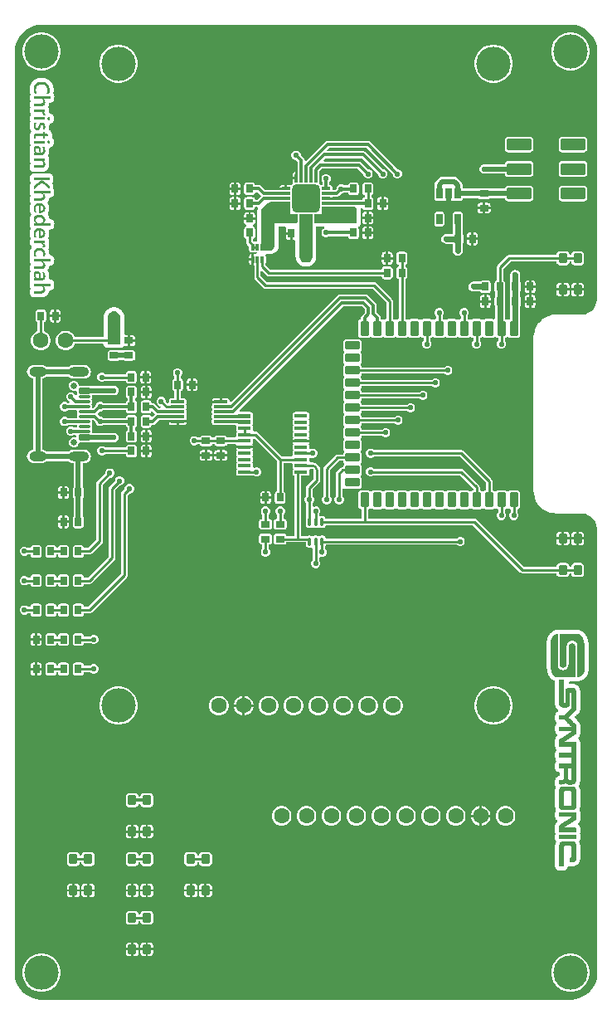
<source format=gbr>
%TF.GenerationSoftware,Altium Limited,Altium Designer,22.10.1 (41)*%
G04 Layer_Physical_Order=1*
G04 Layer_Color=255*
%FSLAX45Y45*%
%MOMM*%
%TF.SameCoordinates,E44625A2-F068-4864-A6FA-01B12190F87A*%
%TF.FilePolarity,Positive*%
%TF.FileFunction,Copper,L1,Top,Signal*%
%TF.Part,Single*%
G01*
G75*
%TA.AperFunction,Conductor*%
%ADD10C,0.25000*%
%TA.AperFunction,SMDPad,CuDef*%
G04:AMPARAMS|DCode=11|XSize=0.7mm|YSize=0.9mm|CornerRadius=0.0875mm|HoleSize=0mm|Usage=FLASHONLY|Rotation=0.000|XOffset=0mm|YOffset=0mm|HoleType=Round|Shape=RoundedRectangle|*
%AMROUNDEDRECTD11*
21,1,0.70000,0.72500,0,0,0.0*
21,1,0.52500,0.90000,0,0,0.0*
1,1,0.17500,0.26250,-0.36250*
1,1,0.17500,-0.26250,-0.36250*
1,1,0.17500,-0.26250,0.36250*
1,1,0.17500,0.26250,0.36250*
%
%ADD11ROUNDEDRECTD11*%
G04:AMPARAMS|DCode=12|XSize=1.5mm|YSize=0.9mm|CornerRadius=0.1125mm|HoleSize=0mm|Usage=FLASHONLY|Rotation=270.000|XOffset=0mm|YOffset=0mm|HoleType=Round|Shape=RoundedRectangle|*
%AMROUNDEDRECTD12*
21,1,1.50000,0.67500,0,0,270.0*
21,1,1.27500,0.90000,0,0,270.0*
1,1,0.22500,-0.33750,-0.63750*
1,1,0.22500,-0.33750,0.63750*
1,1,0.22500,0.33750,0.63750*
1,1,0.22500,0.33750,-0.63750*
%
%ADD12ROUNDEDRECTD12*%
G04:AMPARAMS|DCode=13|XSize=1.5mm|YSize=0.9mm|CornerRadius=0.1125mm|HoleSize=0mm|Usage=FLASHONLY|Rotation=180.000|XOffset=0mm|YOffset=0mm|HoleType=Round|Shape=RoundedRectangle|*
%AMROUNDEDRECTD13*
21,1,1.50000,0.67500,0,0,180.0*
21,1,1.27500,0.90000,0,0,180.0*
1,1,0.22500,-0.63750,0.33750*
1,1,0.22500,0.63750,0.33750*
1,1,0.22500,0.63750,-0.33750*
1,1,0.22500,-0.63750,-0.33750*
%
%ADD13ROUNDEDRECTD13*%
G04:AMPARAMS|DCode=14|XSize=0.7mm|YSize=0.9mm|CornerRadius=0.0875mm|HoleSize=0mm|Usage=FLASHONLY|Rotation=90.000|XOffset=0mm|YOffset=0mm|HoleType=Round|Shape=RoundedRectangle|*
%AMROUNDEDRECTD14*
21,1,0.70000,0.72500,0,0,90.0*
21,1,0.52500,0.90000,0,0,90.0*
1,1,0.17500,0.36250,0.26250*
1,1,0.17500,0.36250,-0.26250*
1,1,0.17500,-0.36250,-0.26250*
1,1,0.17500,-0.36250,0.26250*
%
%ADD14ROUNDEDRECTD14*%
G04:AMPARAMS|DCode=15|XSize=2.8mm|YSize=2.8mm|CornerRadius=0.35mm|HoleSize=0mm|Usage=FLASHONLY|Rotation=180.000|XOffset=0mm|YOffset=0mm|HoleType=Round|Shape=RoundedRectangle|*
%AMROUNDEDRECTD15*
21,1,2.80000,2.10000,0,0,180.0*
21,1,2.10000,2.80000,0,0,180.0*
1,1,0.70000,-1.05000,1.05000*
1,1,0.70000,1.05000,1.05000*
1,1,0.70000,1.05000,-1.05000*
1,1,0.70000,-1.05000,-1.05000*
%
%ADD15ROUNDEDRECTD15*%
G04:AMPARAMS|DCode=16|XSize=0.9mm|YSize=0.3mm|CornerRadius=0.0375mm|HoleSize=0mm|Usage=FLASHONLY|Rotation=180.000|XOffset=0mm|YOffset=0mm|HoleType=Round|Shape=RoundedRectangle|*
%AMROUNDEDRECTD16*
21,1,0.90000,0.22500,0,0,180.0*
21,1,0.82500,0.30000,0,0,180.0*
1,1,0.07500,-0.41250,0.11250*
1,1,0.07500,0.41250,0.11250*
1,1,0.07500,0.41250,-0.11250*
1,1,0.07500,-0.41250,-0.11250*
%
%ADD16ROUNDEDRECTD16*%
G04:AMPARAMS|DCode=17|XSize=0.9mm|YSize=0.3mm|CornerRadius=0.0375mm|HoleSize=0mm|Usage=FLASHONLY|Rotation=90.000|XOffset=0mm|YOffset=0mm|HoleType=Round|Shape=RoundedRectangle|*
%AMROUNDEDRECTD17*
21,1,0.90000,0.22500,0,0,90.0*
21,1,0.82500,0.30000,0,0,90.0*
1,1,0.07500,0.11250,0.41250*
1,1,0.07500,0.11250,-0.41250*
1,1,0.07500,-0.11250,-0.41250*
1,1,0.07500,-0.11250,0.41250*
%
%ADD17ROUNDEDRECTD17*%
G04:AMPARAMS|DCode=18|XSize=0.4mm|YSize=1.27mm|CornerRadius=0.05mm|HoleSize=0mm|Usage=FLASHONLY|Rotation=270.000|XOffset=0mm|YOffset=0mm|HoleType=Round|Shape=RoundedRectangle|*
%AMROUNDEDRECTD18*
21,1,0.40000,1.17000,0,0,270.0*
21,1,0.30000,1.27000,0,0,270.0*
1,1,0.10000,-0.58500,-0.15000*
1,1,0.10000,-0.58500,0.15000*
1,1,0.10000,0.58500,0.15000*
1,1,0.10000,0.58500,-0.15000*
%
%ADD18ROUNDEDRECTD18*%
G04:AMPARAMS|DCode=19|XSize=0.3mm|YSize=0.8mm|CornerRadius=0.0375mm|HoleSize=0mm|Usage=FLASHONLY|Rotation=0.000|XOffset=0mm|YOffset=0mm|HoleType=Round|Shape=RoundedRectangle|*
%AMROUNDEDRECTD19*
21,1,0.30000,0.72500,0,0,0.0*
21,1,0.22500,0.80000,0,0,0.0*
1,1,0.07500,0.11250,-0.36250*
1,1,0.07500,-0.11250,-0.36250*
1,1,0.07500,-0.11250,0.36250*
1,1,0.07500,0.11250,0.36250*
%
%ADD19ROUNDEDRECTD19*%
G04:AMPARAMS|DCode=20|XSize=1.1mm|YSize=0.6mm|CornerRadius=0.075mm|HoleSize=0mm|Usage=FLASHONLY|Rotation=90.000|XOffset=0mm|YOffset=0mm|HoleType=Round|Shape=RoundedRectangle|*
%AMROUNDEDRECTD20*
21,1,1.10000,0.45000,0,0,90.0*
21,1,0.95000,0.60000,0,0,90.0*
1,1,0.15000,0.22500,0.47500*
1,1,0.15000,0.22500,-0.47500*
1,1,0.15000,-0.22500,-0.47500*
1,1,0.15000,-0.22500,0.47500*
%
%ADD20ROUNDEDRECTD20*%
G04:AMPARAMS|DCode=21|XSize=0.3mm|YSize=0.67mm|CornerRadius=0.0375mm|HoleSize=0mm|Usage=FLASHONLY|Rotation=0.000|XOffset=0mm|YOffset=0mm|HoleType=Round|Shape=RoundedRectangle|*
%AMROUNDEDRECTD21*
21,1,0.30000,0.59500,0,0,0.0*
21,1,0.22500,0.67000,0,0,0.0*
1,1,0.07500,0.11250,-0.29750*
1,1,0.07500,-0.11250,-0.29750*
1,1,0.07500,-0.11250,0.29750*
1,1,0.07500,0.11250,0.29750*
%
%ADD21ROUNDEDRECTD21*%
G04:AMPARAMS|DCode=22|XSize=0.6mm|YSize=1.15mm|CornerRadius=0.075mm|HoleSize=0mm|Usage=FLASHONLY|Rotation=270.000|XOffset=0mm|YOffset=0mm|HoleType=Round|Shape=RoundedRectangle|*
%AMROUNDEDRECTD22*
21,1,0.60000,1.00000,0,0,270.0*
21,1,0.45000,1.15000,0,0,270.0*
1,1,0.15000,-0.50000,-0.22500*
1,1,0.15000,-0.50000,0.22500*
1,1,0.15000,0.50000,0.22500*
1,1,0.15000,0.50000,-0.22500*
%
%ADD22ROUNDEDRECTD22*%
G04:AMPARAMS|DCode=23|XSize=0.3mm|YSize=1.15mm|CornerRadius=0.0375mm|HoleSize=0mm|Usage=FLASHONLY|Rotation=270.000|XOffset=0mm|YOffset=0mm|HoleType=Round|Shape=RoundedRectangle|*
%AMROUNDEDRECTD23*
21,1,0.30000,1.07500,0,0,270.0*
21,1,0.22500,1.15000,0,0,270.0*
1,1,0.07500,-0.53750,-0.11250*
1,1,0.07500,-0.53750,0.11250*
1,1,0.07500,0.53750,0.11250*
1,1,0.07500,0.53750,-0.11250*
%
%ADD23ROUNDEDRECTD23*%
G04:AMPARAMS|DCode=24|XSize=1.2mm|YSize=2.5mm|CornerRadius=0.15mm|HoleSize=0mm|Usage=FLASHONLY|Rotation=270.000|XOffset=0mm|YOffset=0mm|HoleType=Round|Shape=RoundedRectangle|*
%AMROUNDEDRECTD24*
21,1,1.20000,2.20000,0,0,270.0*
21,1,0.90000,2.50000,0,0,270.0*
1,1,0.30000,-1.10000,-0.45000*
1,1,0.30000,-1.10000,0.45000*
1,1,0.30000,1.10000,0.45000*
1,1,0.30000,1.10000,-0.45000*
%
%ADD24ROUNDEDRECTD24*%
G04:AMPARAMS|DCode=25|XSize=1.2mm|YSize=2.5001mm|CornerRadius=0.15mm|HoleSize=0mm|Usage=FLASHONLY|Rotation=270.000|XOffset=0mm|YOffset=0mm|HoleType=Round|Shape=RoundedRectangle|*
%AMROUNDEDRECTD25*
21,1,1.20000,2.20010,0,0,270.0*
21,1,0.90000,2.50010,0,0,270.0*
1,1,0.30000,-1.10005,-0.45000*
1,1,0.30000,-1.10005,0.45000*
1,1,0.30000,1.10005,0.45000*
1,1,0.30000,1.10005,-0.45000*
%
%ADD25ROUNDEDRECTD25*%
G04:AMPARAMS|DCode=26|XSize=0.3mm|YSize=1.4mm|CornerRadius=0.0375mm|HoleSize=0mm|Usage=FLASHONLY|Rotation=270.000|XOffset=0mm|YOffset=0mm|HoleType=Round|Shape=RoundedRectangle|*
%AMROUNDEDRECTD26*
21,1,0.30000,1.32500,0,0,270.0*
21,1,0.22500,1.40000,0,0,270.0*
1,1,0.07500,-0.66250,-0.11250*
1,1,0.07500,-0.66250,0.11250*
1,1,0.07500,0.66250,0.11250*
1,1,0.07500,0.66250,-0.11250*
%
%ADD26ROUNDEDRECTD26*%
G04:AMPARAMS|DCode=27|XSize=1mm|YSize=0.9mm|CornerRadius=0.1125mm|HoleSize=0mm|Usage=FLASHONLY|Rotation=90.000|XOffset=0mm|YOffset=0mm|HoleType=Round|Shape=RoundedRectangle|*
%AMROUNDEDRECTD27*
21,1,1.00000,0.67500,0,0,90.0*
21,1,0.77500,0.90000,0,0,90.0*
1,1,0.22500,0.33750,0.38750*
1,1,0.22500,0.33750,-0.38750*
1,1,0.22500,-0.33750,-0.38750*
1,1,0.22500,-0.33750,0.38750*
%
%ADD27ROUNDEDRECTD27*%
%TA.AperFunction,Conductor*%
%ADD28C,0.55000*%
%ADD29C,0.30000*%
%ADD30C,0.25400*%
%ADD31C,0.60000*%
%ADD32R,3.08980X0.30000*%
%TA.AperFunction,ComponentPad*%
%ADD33C,3.50000*%
%ADD34C,1.60000*%
%ADD35O,1.80000X1.00000*%
%ADD36O,2.10000X1.00000*%
%ADD37C,0.65000*%
%TA.AperFunction,ViaPad*%
%ADD38C,0.55000*%
%ADD39C,0.50000*%
G36*
X5717993Y9974511D02*
X5753668Y9969815D01*
X5788429Y9960501D01*
X5821674Y9946730D01*
X5852838Y9928738D01*
X5881387Y9906832D01*
X5906833Y9881385D01*
X5928738Y9852838D01*
X5946730Y9821675D01*
X5960501Y9788428D01*
X5969815Y9753671D01*
X5974512Y9717993D01*
Y9700000D01*
X5974513Y7187500D01*
Y7170312D01*
X5967806Y7136597D01*
X5954651Y7104837D01*
X5935553Y7076254D01*
X5911246Y7051948D01*
X5882663Y7032850D01*
X5850904Y7019695D01*
X5817189Y7012988D01*
X5550000D01*
X5549377Y7012864D01*
X5548749Y7012958D01*
X5529146Y7011994D01*
X5527314Y7011535D01*
X5525424D01*
X5486970Y7003886D01*
X5484651Y7002926D01*
X5482189Y7002436D01*
X5445967Y6987432D01*
X5443880Y6986038D01*
X5441560Y6985077D01*
X5408960Y6963295D01*
X5407186Y6961520D01*
X5405098Y6960125D01*
X5377375Y6932401D01*
X5375980Y6930314D01*
X5374205Y6928539D01*
X5352423Y6895940D01*
X5351462Y6893621D01*
X5350067Y6891533D01*
X5335063Y6855311D01*
X5334574Y6852849D01*
X5333613Y6850529D01*
X5325964Y6812076D01*
Y6810186D01*
X5325505Y6808353D01*
X5324542Y6788750D01*
X5324635Y6788123D01*
X5324511Y6787500D01*
Y5212500D01*
X5324635Y5211877D01*
X5324542Y5211249D01*
X5325505Y5191646D01*
X5325964Y5189814D01*
Y5187924D01*
X5333613Y5149471D01*
X5334574Y5147151D01*
X5335063Y5144689D01*
X5350067Y5108467D01*
X5351462Y5106379D01*
X5352423Y5104060D01*
X5374205Y5071461D01*
X5375980Y5069686D01*
X5377375Y5067598D01*
X5405098Y5039875D01*
X5407186Y5038480D01*
X5408960Y5036705D01*
X5441559Y5014923D01*
X5443879Y5013963D01*
X5445966Y5012568D01*
X5482188Y4997564D01*
X5484650Y4997074D01*
X5486970Y4996113D01*
X5525424Y4988464D01*
X5527314D01*
X5529146Y4988006D01*
X5548749Y4987043D01*
X5549377Y4987136D01*
X5550000Y4987012D01*
X5800000Y4987012D01*
X5817188Y4987011D01*
X5850903Y4980305D01*
X5882663Y4967149D01*
X5911245Y4948052D01*
X5935551Y4923745D01*
X5954650Y4895161D01*
X5967805Y4863403D01*
X5974511Y4829687D01*
X5974511Y4812500D01*
X5974512Y300000D01*
Y282007D01*
X5969815Y246331D01*
X5960501Y211572D01*
X5946730Y178325D01*
X5928738Y147163D01*
X5906831Y118613D01*
X5881386Y93168D01*
X5852838Y71262D01*
X5821674Y53270D01*
X5788429Y39499D01*
X5753669Y30185D01*
X5717992Y25488D01*
X282008D01*
X246329Y30185D01*
X211572Y39499D01*
X178325Y53270D01*
X147163Y71261D01*
X118613Y93168D01*
X93168Y118613D01*
X71262Y147162D01*
X53270Y178326D01*
X39499Y211571D01*
X30185Y246331D01*
X25488Y282008D01*
Y300000D01*
Y9700000D01*
Y9719663D01*
X25334Y9720439D01*
X27658Y9738089D01*
X37836Y9776076D01*
X52885Y9812408D01*
X72548Y9846466D01*
X96489Y9877665D01*
X124296Y9905473D01*
X155496Y9929413D01*
X189553Y9949076D01*
X225886Y9964125D01*
X247879Y9970018D01*
X282007Y9974512D01*
X5700000D01*
X5717993Y9974511D01*
D02*
G37*
%LPC*%
G36*
X5719206Y9895000D02*
X5680795D01*
X5643121Y9887506D01*
X5607633Y9872806D01*
X5575695Y9851466D01*
X5548534Y9824305D01*
X5527194Y9792367D01*
X5512494Y9756879D01*
X5505000Y9719205D01*
Y9680794D01*
X5512494Y9643120D01*
X5527194Y9607633D01*
X5548534Y9575694D01*
X5575695Y9548533D01*
X5607633Y9527193D01*
X5643121Y9512494D01*
X5680795Y9505000D01*
X5719206D01*
X5756880Y9512494D01*
X5792367Y9527193D01*
X5824306Y9548533D01*
X5851467Y9575694D01*
X5872807Y9607633D01*
X5887506Y9643120D01*
X5895000Y9680794D01*
Y9719205D01*
X5887506Y9756879D01*
X5872807Y9792367D01*
X5851467Y9824305D01*
X5824306Y9851466D01*
X5792367Y9872806D01*
X5756880Y9887506D01*
X5719206Y9895000D01*
D02*
G37*
G36*
X319206D02*
X280794D01*
X243121Y9887506D01*
X207633Y9872806D01*
X175695Y9851466D01*
X148534Y9824305D01*
X127194Y9792367D01*
X112494Y9756879D01*
X105000Y9719205D01*
Y9680794D01*
X112494Y9643120D01*
X127194Y9607633D01*
X148534Y9575694D01*
X175695Y9548533D01*
X207633Y9527193D01*
X243121Y9512494D01*
X280794Y9505000D01*
X319206D01*
X356880Y9512494D01*
X392367Y9527193D01*
X424305Y9548533D01*
X451466Y9575694D01*
X472807Y9607633D01*
X487506Y9643120D01*
X495000Y9680794D01*
Y9719205D01*
X487506Y9756879D01*
X472807Y9792367D01*
X451466Y9824305D01*
X424305Y9851466D01*
X392367Y9872806D01*
X356880Y9887506D01*
X319206Y9895000D01*
D02*
G37*
G36*
X295280Y9431260D02*
X292866Y9430834D01*
X291884Y9430985D01*
X286233Y9430739D01*
X282482Y9429822D01*
X281410Y9429914D01*
X279199Y9429668D01*
X277860Y9429244D01*
X276566Y9429127D01*
X275710Y9429126D01*
X274481Y9428881D01*
X274130Y9428735D01*
X273575Y9428692D01*
X273126Y9428566D01*
X273029Y9428563D01*
X270449Y9427948D01*
X270015Y9427750D01*
X266803Y9427593D01*
X265820Y9427347D01*
X265199Y9427053D01*
X264514Y9426997D01*
X262794Y9426505D01*
X261311Y9425743D01*
X261256Y9425733D01*
X261049Y9425653D01*
X259706Y9425287D01*
X258921Y9424896D01*
X257438Y9424561D01*
X255226Y9423578D01*
X255065Y9423464D01*
X250754Y9422365D01*
X249640Y9421832D01*
X249087Y9421629D01*
X248836Y9421475D01*
X248546Y9421425D01*
X246948Y9420810D01*
X245051Y9419611D01*
X243191Y9418926D01*
X241573Y9417936D01*
X239974Y9417330D01*
X238008Y9416101D01*
X237580Y9415698D01*
X237266Y9415636D01*
X237052Y9415493D01*
X235761Y9415078D01*
X233549Y9413849D01*
X233318Y9413654D01*
X231865Y9412615D01*
X231861Y9412611D01*
X230112Y9411640D01*
X227975Y9409828D01*
X227707Y9409731D01*
X226478Y9408994D01*
X224132Y9406866D01*
X221076Y9404823D01*
X220103Y9403850D01*
X218622Y9402861D01*
X218380Y9402618D01*
X217639Y9402123D01*
X213462Y9397946D01*
X213461Y9397945D01*
X213339Y9397823D01*
X213338Y9397822D01*
X209284Y9393768D01*
X208144Y9392061D01*
X207921Y9391878D01*
X207073Y9391311D01*
X206704Y9390943D01*
X206606Y9390796D01*
X206559Y9390757D01*
X205597Y9389582D01*
X205107Y9389201D01*
X204223Y9387652D01*
X203827Y9387280D01*
X203213Y9386420D01*
X202930Y9385793D01*
X202386Y9384932D01*
X200133Y9382340D01*
X200084Y9382254D01*
X199169Y9381297D01*
X198309Y9379945D01*
X198054Y9379290D01*
X197935Y9379177D01*
X197320Y9378317D01*
X195599Y9374504D01*
X195425Y9374155D01*
X194500Y9373188D01*
X193640Y9371836D01*
X192947Y9370052D01*
X192439Y9369248D01*
X191953Y9367983D01*
X191229Y9366899D01*
X191066Y9366082D01*
X190411Y9365154D01*
X189428Y9362942D01*
X189285Y9362309D01*
X188216Y9360666D01*
X187725Y9359437D01*
X187232Y9356792D01*
X187213Y9356746D01*
X186989Y9356253D01*
X186951Y9356091D01*
X186864Y9355874D01*
X186859Y9355844D01*
X186349Y9354714D01*
X186348Y9354672D01*
X186250Y9354523D01*
X185759Y9353294D01*
X185248Y9350554D01*
X184058Y9348035D01*
X183813Y9347052D01*
X183765Y9346071D01*
X183388Y9345165D01*
X183142Y9343936D01*
X183141Y9342276D01*
X183076Y9342140D01*
X182842Y9341202D01*
X182599Y9340436D01*
X182476Y9339329D01*
X182413Y9338951D01*
X182415Y9338896D01*
X182159Y9338281D01*
X181790Y9336438D01*
X181788Y9333796D01*
X180823Y9330096D01*
X180577Y9325919D01*
X180668Y9325266D01*
X180265Y9323387D01*
X180020Y9306678D01*
X180440Y9304389D01*
X180303Y9303488D01*
X180549Y9298082D01*
X181566Y9293960D01*
X181534Y9293665D01*
X181780Y9290962D01*
X181833Y9290781D01*
X181944Y9289206D01*
X182122Y9288552D01*
X182111Y9288293D01*
X182480Y9285958D01*
X182530Y9285820D01*
X182592Y9285014D01*
X183175Y9282932D01*
X183201Y9282419D01*
X183446Y9281436D01*
X183720Y9280858D01*
X184042Y9276935D01*
X184534Y9275215D01*
X185168Y9273981D01*
X185277Y9273347D01*
X186401Y9270425D01*
X186493Y9269928D01*
X186582Y9269705D01*
X186621Y9269542D01*
X186845Y9269049D01*
X186985Y9268699D01*
X187048Y9268601D01*
X187120Y9268443D01*
X188138Y9263852D01*
X188705Y9262563D01*
X188312Y9261465D01*
X185753Y9257727D01*
X185179Y9255002D01*
X183931Y9252513D01*
X183554Y9247285D01*
X182474Y9242156D01*
X182228Y9220286D01*
X183313Y9214494D01*
X183795Y9208623D01*
X184287Y9206903D01*
X184991Y9205533D01*
X185157Y9204645D01*
X185500Y9204120D01*
X185822Y9202501D01*
X188970Y9197790D01*
X191559Y9192750D01*
X191291Y9192380D01*
X190684Y9191810D01*
X190070Y9190950D01*
X189770Y9190286D01*
X188893Y9189079D01*
X187977Y9186519D01*
X185751Y9183267D01*
X185008Y9179736D01*
X183523Y9176446D01*
X183385Y9172024D01*
X182474Y9167695D01*
X182228Y9145580D01*
X182806Y9142496D01*
X182635Y9139362D01*
X182881Y9137642D01*
X184668Y9132560D01*
X185159Y9129939D01*
X186016Y9128626D01*
X186552Y9127011D01*
X185716Y9125792D01*
X185665Y9125552D01*
X185530Y9125349D01*
X185178Y9123583D01*
X185135Y9123507D01*
X185012Y9123139D01*
X184877Y9122070D01*
X184171Y9118520D01*
X183483Y9116598D01*
X183538Y9115476D01*
X182428Y9110222D01*
X182183Y9089335D01*
X182583Y9087188D01*
X182425Y9086393D01*
X182500Y9086017D01*
X182382Y9084799D01*
X182628Y9082342D01*
X184367Y9076636D01*
X185532Y9070786D01*
X186671Y9069082D01*
X187269Y9067121D01*
X193407Y9054533D01*
X191404Y9051304D01*
X186950Y9045367D01*
X186287Y9043055D01*
X185019Y9041010D01*
X184110Y9035468D01*
X182561Y9030072D01*
X182316Y9027123D01*
X182344Y9026874D01*
X182278Y9026633D01*
X182444Y9025311D01*
X182444Y9025307D01*
X182446Y9025297D01*
X182537Y9024576D01*
X182175Y9022755D01*
X182205Y9022606D01*
X182176Y9022458D01*
X182291Y9006658D01*
X182214Y9004865D01*
X182543Y9002729D01*
X182421Y9002114D01*
X183134Y8998529D01*
X183392Y8993208D01*
X183638Y8992225D01*
X184416Y8990577D01*
X184638Y8989138D01*
X185178Y8988248D01*
X185525Y8986507D01*
X186970Y8984344D01*
X186959Y8984316D01*
X186455Y8983335D01*
X186210Y8982479D01*
X185813Y8981503D01*
X185476Y8979757D01*
X185369Y8979328D01*
X185360Y8979158D01*
X185191Y8978279D01*
X183842Y8975285D01*
X183556Y8974045D01*
X183400Y8973421D01*
X183256Y8970444D01*
X182387Y8967595D01*
X182227Y8965996D01*
X182102Y8965122D01*
X182164Y8963992D01*
X180813Y8959067D01*
X180568Y8955627D01*
X180678Y8954745D01*
X180223Y8952632D01*
X179978Y8937151D01*
X180466Y8934473D01*
X180298Y8933222D01*
X180543Y8929290D01*
X181500Y8925678D01*
X181681Y8921947D01*
X181927Y8920964D01*
X182357Y8920054D01*
X183231Y8914810D01*
X185542Y8908697D01*
X186034Y8907050D01*
X186211Y8904904D01*
X186702Y8903184D01*
X187776Y8901094D01*
X188234Y8898788D01*
X190094Y8896004D01*
X190330Y8895332D01*
X190424Y8895228D01*
X190887Y8894148D01*
X191107Y8893828D01*
X191244Y8893416D01*
X191742Y8892545D01*
X191903Y8891958D01*
X192149Y8891466D01*
X195466Y8879057D01*
X193238Y8875148D01*
X190374Y8871679D01*
X189513Y8870082D01*
X189299Y8869381D01*
X188975Y8869024D01*
X188238Y8867796D01*
X187627Y8866090D01*
X187198Y8865089D01*
X187183Y8865019D01*
X186268Y8863650D01*
X185664Y8860614D01*
X184705Y8858076D01*
X184222Y8856990D01*
X184216Y8856962D01*
X183400Y8855236D01*
X183154Y8854253D01*
X183138Y8853933D01*
X182981Y8853516D01*
X182735Y8852042D01*
X182759Y8851300D01*
X182345Y8850122D01*
X182099Y8848402D01*
X182109Y8848209D01*
X180847Y8843810D01*
X180602Y8840862D01*
X180719Y8839831D01*
X180224Y8837588D01*
X179978Y8825793D01*
X180508Y8822807D01*
X180319Y8821300D01*
X180565Y8817859D01*
X181804Y8813341D01*
X182293Y8808680D01*
X183399Y8805117D01*
X183577Y8804788D01*
X183750Y8802681D01*
X184242Y8800961D01*
X184793Y8799889D01*
X183928Y8798163D01*
X183550Y8792925D01*
X182470Y8787786D01*
X182225Y8764934D01*
X183686Y8757149D01*
X184506Y8752748D01*
X184805Y8750374D01*
X185018Y8750000D01*
X185140Y8749348D01*
X185631Y8748119D01*
X189328Y8742437D01*
X189673Y8741832D01*
X189514Y8741544D01*
X189024Y8740021D01*
X188715Y8739557D01*
X188684Y8739400D01*
X188292Y8738977D01*
X188096Y8738443D01*
X187946Y8738250D01*
X187844Y8738045D01*
X187681Y8737808D01*
X186956Y8736117D01*
X185889Y8734520D01*
X185840Y8734272D01*
X185702Y8734061D01*
X185210Y8732832D01*
X184373Y8728335D01*
X184036Y8727422D01*
X183512Y8726456D01*
X182406Y8722893D01*
X182147Y8720423D01*
X182049Y8720130D01*
X181909Y8719017D01*
X180915Y8716078D01*
X180547Y8713253D01*
X180713Y8710772D01*
X179962Y8706737D01*
X180085Y8696785D01*
X180756Y8693617D01*
X180696Y8693319D01*
X180743Y8693078D01*
X180618Y8691447D01*
X180986Y8688376D01*
X181297Y8687424D01*
X181298Y8687402D01*
X181544Y8686419D01*
X181809Y8685858D01*
X182592Y8683460D01*
X182593Y8682166D01*
X182774Y8681262D01*
X182775Y8681249D01*
X182784Y8681212D01*
X182962Y8680322D01*
X183340Y8679413D01*
X183387Y8678431D01*
X183633Y8677448D01*
X183871Y8676945D01*
X183499Y8671798D01*
X182419Y8666678D01*
X182173Y8645546D01*
X182503Y8643781D01*
X182416Y8643343D01*
X182717Y8641829D01*
X182580Y8639307D01*
X182825Y8637586D01*
X184524Y8632757D01*
X184789Y8631426D01*
X184876Y8630608D01*
X184996Y8630387D01*
X185524Y8627737D01*
X186036Y8626970D01*
X185671Y8626436D01*
X185101Y8623720D01*
X183857Y8621239D01*
X183479Y8616001D01*
X182399Y8610862D01*
X182154Y8588071D01*
X182154Y8588070D01*
X182154Y8588070D01*
X182154Y8588010D01*
X183614Y8580233D01*
X184440Y8575798D01*
X184737Y8573442D01*
X184947Y8573073D01*
X185068Y8572426D01*
X185559Y8571197D01*
X189259Y8565511D01*
X191898Y8560884D01*
X190662Y8559763D01*
X188524Y8555239D01*
X186965Y8553083D01*
X186899Y8552807D01*
X185744Y8551077D01*
X185441Y8549551D01*
X185153Y8549115D01*
X184990Y8548267D01*
X184487Y8547383D01*
X184241Y8546646D01*
X184161Y8546008D01*
X183862Y8545376D01*
X183616Y8544393D01*
X183401Y8539992D01*
X182152Y8533488D01*
X182268Y8515958D01*
X182190Y8514148D01*
X182519Y8512011D01*
X182397Y8511396D01*
X183109Y8507813D01*
X183368Y8502492D01*
X183613Y8501509D01*
X184392Y8499860D01*
X184614Y8498421D01*
X185155Y8497530D01*
X185501Y8495789D01*
X188275Y8491637D01*
X190409Y8487120D01*
X192656Y8485081D01*
X194342Y8482558D01*
X194711Y8482189D01*
X199005Y8479319D01*
X202193Y8476427D01*
X204605Y8475562D01*
X207820Y8473399D01*
X207886Y8473385D01*
X207942Y8473348D01*
X214322Y8472079D01*
X217173Y8471057D01*
X218967Y8471144D01*
X223417Y8470244D01*
X299593Y8469999D01*
X302156Y8470500D01*
X303366Y8470348D01*
X306806Y8470593D01*
X310656Y8471649D01*
X314638Y8471928D01*
X315990Y8472297D01*
X316628Y8472615D01*
X318613Y8472916D01*
X320444Y8473577D01*
X322389Y8473672D01*
X323372Y8473918D01*
X326342Y8475320D01*
X329554Y8476000D01*
X331274Y8476737D01*
X332281Y8477428D01*
X334007Y8477771D01*
X336300Y8479304D01*
X336887Y8479639D01*
X337718Y8479794D01*
X338947Y8480285D01*
X339167Y8480428D01*
X339426Y8480480D01*
X339969Y8480843D01*
X339992Y8480852D01*
X340017Y8480875D01*
X340735Y8481355D01*
X341833Y8481811D01*
X342135Y8482114D01*
X342525Y8482285D01*
X344983Y8484005D01*
X344988Y8484011D01*
X346861Y8484896D01*
X347825Y8485960D01*
X348452Y8486317D01*
X349460Y8486822D01*
X349790Y8487078D01*
X350883Y8487701D01*
X351429Y8488404D01*
X352286Y8488961D01*
X352435Y8489179D01*
X352654Y8489325D01*
X353023Y8489694D01*
X353459Y8490348D01*
X354856Y8491281D01*
X359279Y8495704D01*
X360415Y8497404D01*
X360633Y8497550D01*
X360848Y8497765D01*
X362007Y8498719D01*
X363113Y8500070D01*
X363158Y8500155D01*
X366714Y8505963D01*
X367624Y8507135D01*
X367939Y8507450D01*
X368921Y8508924D01*
X369297Y8509833D01*
X369957Y8510562D01*
X370695Y8511790D01*
X370810Y8512112D01*
X370824Y8512133D01*
X370832Y8512174D01*
X371277Y8513416D01*
X371411Y8513635D01*
X372272Y8515969D01*
X372334Y8516365D01*
X372723Y8517450D01*
X375290Y8522886D01*
X375782Y8524852D01*
X375845Y8526163D01*
X376063Y8526771D01*
X376033Y8527391D01*
X376588Y8528969D01*
X376622Y8529205D01*
X376623Y8529207D01*
X376869Y8529944D01*
X377035Y8531256D01*
X378332Y8535778D01*
X378578Y8538727D01*
X378471Y8539662D01*
X378950Y8541777D01*
X379196Y8551114D01*
X378678Y8554133D01*
X378874Y8555638D01*
X378628Y8559324D01*
X377154Y8564802D01*
X377119Y8565080D01*
X377007Y8565414D01*
X376421Y8568813D01*
X376397Y8569322D01*
X376238Y8569956D01*
X376183Y8570196D01*
X376002Y8571246D01*
X375786Y8571806D01*
X375782Y8571904D01*
X375290Y8573870D01*
X374612Y8575307D01*
X374568Y8575654D01*
X375837Y8578709D01*
X376083Y8579937D01*
X376088Y8583988D01*
X376630Y8586719D01*
X376612Y8586811D01*
X376875Y8588176D01*
X376752Y8609432D01*
X376477Y8610775D01*
X376508Y8610930D01*
X376206Y8612443D01*
X376343Y8614961D01*
X376098Y8616681D01*
X374399Y8621512D01*
X373398Y8626536D01*
X371782Y8628951D01*
X370818Y8631693D01*
X367399Y8635506D01*
X366459Y8636912D01*
X366482Y8636947D01*
X366558Y8637130D01*
X366975Y8637860D01*
X367462Y8639317D01*
X369030Y8641338D01*
X369276Y8641830D01*
X369577Y8642929D01*
X370842Y8644823D01*
X371002Y8645627D01*
X371430Y8646326D01*
X372099Y8648142D01*
X372384Y8648854D01*
X372697Y8650540D01*
X375310Y8656072D01*
X375801Y8658038D01*
X375843Y8658895D01*
X375966Y8659219D01*
X375935Y8660244D01*
X376608Y8662156D01*
X377099Y8665597D01*
X377080Y8665952D01*
X378402Y8670865D01*
X378647Y8674551D01*
X378550Y8675293D01*
X378976Y8677244D01*
X379222Y8690513D01*
X378674Y8693562D01*
X378863Y8695136D01*
X378617Y8698330D01*
X378255Y8699623D01*
X378328Y8700965D01*
X378083Y8702685D01*
X377668Y8703863D01*
X377691Y8704608D01*
X377636Y8704943D01*
X377765Y8706322D01*
X379842Y8712134D01*
X381532Y8715018D01*
X386900Y8720159D01*
X387560Y8720551D01*
X389350Y8721329D01*
X390484Y8721612D01*
X393225Y8722907D01*
X396199Y8723499D01*
X399257Y8725542D01*
X399408Y8725595D01*
X399618Y8725783D01*
X400354Y8726275D01*
X404872Y8728409D01*
X405438Y8729033D01*
X406817Y8729976D01*
X408281Y8731473D01*
X410251Y8732505D01*
X411427Y8733914D01*
X413116Y8735042D01*
X413485Y8735411D01*
X414182Y8736454D01*
X415082Y8737153D01*
X416824Y8740207D01*
X417944Y8741352D01*
X418228Y8742058D01*
X420450Y8744720D01*
X421575Y8746782D01*
X422510Y8747884D01*
X423738Y8750096D01*
X424228Y8751619D01*
X424537Y8752083D01*
X424551Y8752154D01*
X425290Y8753192D01*
X426691Y8759290D01*
X428604Y8765247D01*
X428460Y8766993D01*
X428853Y8768702D01*
X429098Y8777056D01*
X428568Y8780207D01*
X428622Y8780463D01*
X428305Y8782160D01*
X428461Y8785004D01*
X428215Y8786724D01*
X427927Y8787544D01*
X427897Y8788152D01*
X427651Y8789135D01*
X426737Y8791070D01*
X426454Y8792748D01*
X426281Y8793024D01*
X425707Y8796107D01*
X425216Y8797336D01*
X425078Y8797547D01*
X425029Y8797795D01*
X423536Y8800030D01*
X422935Y8801736D01*
X422742Y8801951D01*
X422663Y8802206D01*
X421188Y8804909D01*
X420304Y8805969D01*
X419740Y8807460D01*
X416240Y8811186D01*
X415082Y8813216D01*
X413739Y8814258D01*
X411847Y8816694D01*
X406691Y8824661D01*
X407011Y8826473D01*
X408001Y8828570D01*
X408247Y8829553D01*
X408415Y8833003D01*
X409116Y8835560D01*
X408906Y8837222D01*
X409455Y8840332D01*
X408894Y8842860D01*
X409020Y8845447D01*
X407249Y8850387D01*
X407128Y8851348D01*
X407089Y8851418D01*
X407074Y8851509D01*
X407068Y8851684D01*
X406982Y8852056D01*
X406698Y8853765D01*
X406163Y8855179D01*
X406110Y8855418D01*
X406036Y8856949D01*
X405790Y8857931D01*
X404744Y8860146D01*
X404631Y8860940D01*
X404228Y8862085D01*
X403936Y8863569D01*
X403892Y8863676D01*
X403825Y8865055D01*
X403579Y8866038D01*
X402301Y8868744D01*
X401724Y8871680D01*
X401154Y8873063D01*
X401087Y8873245D01*
X401014Y8873500D01*
X400940Y8873644D01*
X400561Y8874674D01*
X399912Y8875734D01*
X399483Y8877894D01*
X396333Y8882610D01*
X393742Y8887653D01*
X392651Y8888579D01*
X391930Y8889202D01*
X390645Y8891127D01*
X390030Y8891741D01*
X385482Y8894782D01*
X381344Y8898363D01*
X378923Y8899167D01*
X376801Y8900585D01*
X378416Y8913889D01*
X378661Y8917575D01*
X378565Y8918311D01*
X378990Y8920254D01*
X379235Y8933278D01*
X378726Y8936116D01*
X378907Y8937499D01*
X378661Y8941185D01*
X378014Y8943589D01*
X378064Y8948975D01*
X384839Y8956895D01*
X388536Y8959787D01*
X389261Y8959968D01*
X390843Y8960716D01*
X391746Y8960864D01*
X393618Y8962027D01*
X396136Y8963216D01*
X398293Y8964189D01*
X398907Y8964312D01*
X399602Y8964776D01*
X401320Y8965351D01*
X403022Y8966323D01*
X403070Y8966345D01*
X404791Y8967573D01*
X406232Y8969107D01*
X406725Y8969536D01*
X409421Y8971337D01*
X410500Y8971891D01*
X410826Y8972276D01*
X412138Y8973152D01*
X413981Y8974996D01*
X417129Y8979706D01*
X420793Y8984027D01*
X421676Y8985616D01*
X422272Y8986301D01*
X423255Y8988021D01*
X423914Y8989989D01*
X424542Y8990930D01*
X424599Y8991217D01*
X425167Y8992002D01*
X425557Y8993644D01*
X426539Y8995368D01*
X426785Y8996105D01*
X427282Y9000060D01*
X428304Y9003112D01*
X428191Y9004724D01*
X428847Y9007484D01*
X429093Y9014118D01*
X428721Y9016432D01*
X429001Y9018758D01*
X428755Y9021953D01*
X427643Y9025922D01*
X427305Y9030028D01*
X426814Y9031748D01*
X426259Y9032828D01*
X426165Y9033571D01*
X426042Y9033940D01*
X425556Y9034792D01*
X425295Y9036111D01*
X425073Y9036445D01*
X425034Y9036642D01*
X423615Y9038766D01*
X423341Y9039765D01*
X423095Y9040256D01*
X421466Y9042357D01*
X421022Y9043020D01*
X419541Y9045902D01*
X418919Y9046429D01*
X418159Y9047763D01*
X417699Y9048119D01*
X416145Y9050579D01*
X415579Y9051571D01*
X415459Y9051665D01*
X415197Y9052079D01*
X414766Y9052383D01*
X414473Y9052822D01*
X413613Y9053682D01*
X412871Y9054177D01*
X412756Y9054292D01*
X412261Y9055033D01*
X411892Y9055402D01*
X410841Y9056104D01*
X410138Y9057011D01*
X407144Y9058716D01*
X404036Y9061536D01*
X402807Y9062273D01*
X400602Y9063063D01*
X398701Y9064429D01*
X395998Y9065658D01*
X394124Y9066097D01*
X393288Y9066641D01*
X392059Y9067133D01*
X390397Y9067442D01*
X389019Y9068094D01*
X388036Y9068340D01*
X385113Y9068482D01*
X383645Y9068877D01*
X383350Y9069019D01*
X377782Y9077648D01*
X376214Y9084193D01*
X376533Y9085714D01*
X376779Y9108567D01*
X376523Y9109930D01*
X376536Y9109995D01*
X376095Y9112208D01*
X375818Y9113687D01*
X375565Y9118892D01*
X375319Y9119875D01*
X374218Y9122207D01*
X373843Y9124207D01*
X373647Y9124506D01*
X373429Y9125602D01*
X370655Y9129751D01*
X368524Y9134264D01*
X366675Y9135942D01*
X367521Y9137424D01*
X367843Y9138384D01*
X369694Y9140769D01*
X370432Y9142244D01*
X370647Y9143030D01*
X370897Y9143404D01*
X371168Y9144764D01*
X373039Y9147492D01*
X373407Y9148353D01*
X374133Y9151783D01*
X375595Y9154969D01*
X376154Y9157319D01*
X376674Y9159398D01*
X376978Y9160461D01*
X377035Y9161152D01*
X377331Y9161779D01*
X377577Y9162762D01*
X377774Y9166824D01*
X379028Y9172459D01*
X393912Y9176925D01*
X394259Y9176908D01*
X396151Y9177586D01*
X398157Y9177683D01*
X399140Y9177929D01*
X401878Y9179223D01*
X404851Y9179815D01*
X407713Y9181727D01*
X409240Y9182274D01*
X410225Y9183168D01*
X413528Y9184728D01*
X415563Y9186972D01*
X418082Y9188655D01*
X418942Y9189516D01*
X421943Y9194007D01*
X424218Y9196515D01*
X424866Y9198325D01*
X427609Y9202334D01*
X427656Y9202557D01*
X427783Y9202747D01*
X429296Y9210352D01*
X429469Y9211174D01*
X429584Y9211496D01*
X429575Y9211680D01*
X430885Y9217906D01*
X431130Y9240267D01*
X430396Y9244182D01*
X430540Y9245318D01*
X429920Y9247583D01*
X429564Y9251920D01*
X429072Y9253640D01*
X428365Y9255016D01*
X428198Y9255908D01*
X427363Y9257187D01*
X427169Y9258165D01*
X426924Y9258531D01*
X426340Y9260667D01*
X423739Y9264020D01*
X421799Y9267794D01*
X419343Y9269877D01*
X419270Y9269986D01*
X419512Y9271466D01*
X420954Y9275427D01*
X421445Y9278622D01*
X421415Y9279310D01*
X421629Y9279964D01*
X421887Y9282110D01*
X422225Y9284138D01*
X422170Y9285894D01*
X423225Y9290131D01*
X423471Y9295291D01*
X423406Y9295725D01*
X423758Y9297370D01*
X424004Y9314079D01*
X423532Y9316651D01*
X423692Y9317810D01*
X423446Y9321987D01*
X423013Y9323650D01*
X423106Y9325364D01*
X422860Y9327084D01*
X421879Y9329874D01*
X421614Y9332819D01*
X421456Y9333358D01*
X421271Y9334925D01*
X420145Y9338400D01*
X419784Y9342035D01*
X418924Y9344861D01*
X418710Y9345260D01*
X418477Y9346239D01*
X418379Y9346452D01*
X418367Y9346686D01*
X417876Y9348652D01*
X415816Y9353012D01*
X415804Y9353160D01*
X415313Y9354880D01*
X415031Y9355429D01*
X414948Y9355874D01*
X414456Y9357103D01*
X414123Y9357615D01*
X413811Y9359201D01*
X412951Y9361291D01*
X411993Y9362731D01*
X411707Y9363473D01*
X410246Y9365787D01*
X409171Y9368389D01*
X408690Y9369109D01*
X408463Y9369837D01*
X406989Y9372540D01*
X406032Y9373686D01*
X404636Y9376279D01*
X403375Y9377806D01*
X402615Y9379635D01*
X401234Y9381014D01*
X401177Y9381140D01*
X399948Y9382860D01*
X398353Y9384359D01*
X397307Y9385562D01*
X395356Y9388483D01*
X394381Y9389458D01*
X392897Y9391679D01*
X384911Y9399666D01*
X382689Y9401150D01*
X381470Y9402369D01*
X379248Y9403853D01*
X378890Y9404212D01*
X377792Y9404945D01*
X376826Y9405785D01*
X375875Y9406940D01*
X374524Y9408046D01*
X373649Y9408512D01*
X372984Y9409245D01*
X368852Y9411197D01*
X367983Y9412123D01*
X365402Y9413966D01*
X362706Y9415183D01*
X361481Y9416001D01*
X360963Y9416105D01*
X360517Y9416386D01*
X360384Y9416438D01*
X360315Y9416510D01*
X359782Y9416745D01*
X359116Y9417349D01*
X357887Y9418086D01*
X356468Y9418595D01*
X356409Y9418635D01*
X354899Y9419282D01*
X353741Y9420056D01*
X351669Y9420468D01*
X351220Y9420817D01*
X350995Y9420929D01*
X350758Y9421092D01*
X349037Y9421829D01*
X348877Y9421863D01*
X347720Y9422636D01*
X347473Y9422685D01*
X347261Y9422823D01*
X346033Y9423315D01*
X341704Y9424121D01*
X340931Y9424413D01*
X339688Y9425079D01*
X338698Y9425380D01*
X338580Y9425434D01*
X338347Y9425487D01*
X338100Y9425563D01*
X337344Y9425846D01*
X336962Y9425909D01*
X336862Y9425939D01*
X336644Y9425961D01*
X335029Y9426226D01*
X332908Y9427227D01*
X331925Y9427473D01*
X330026Y9427565D01*
X328241Y9428215D01*
X325046Y9428706D01*
X324358Y9428676D01*
X323703Y9428890D01*
X321086Y9429204D01*
X319817Y9429386D01*
X318471Y9429312D01*
X313692Y9430490D01*
X308286Y9430736D01*
X308021Y9430696D01*
X306584Y9431014D01*
X295280Y9431260D01*
D02*
G37*
G36*
X4934206Y9770000D02*
X4895794D01*
X4858121Y9762506D01*
X4822633Y9747807D01*
X4790695Y9726466D01*
X4763534Y9699305D01*
X4742193Y9667367D01*
X4727494Y9631880D01*
X4720000Y9594206D01*
Y9555794D01*
X4727494Y9518121D01*
X4742193Y9482633D01*
X4763534Y9450695D01*
X4790695Y9423534D01*
X4822633Y9402194D01*
X4858121Y9387494D01*
X4895794Y9380000D01*
X4934206D01*
X4971880Y9387494D01*
X5007367Y9402194D01*
X5039305Y9423534D01*
X5066466Y9450695D01*
X5087807Y9482633D01*
X5102506Y9518121D01*
X5110000Y9555794D01*
Y9594206D01*
X5102506Y9631880D01*
X5087807Y9667367D01*
X5066466Y9699305D01*
X5039305Y9726466D01*
X5007367Y9747807D01*
X4971880Y9762506D01*
X4934206Y9770000D01*
D02*
G37*
G36*
X1104206D02*
X1065794D01*
X1028121Y9762506D01*
X992633Y9747807D01*
X960695Y9726466D01*
X933534Y9699305D01*
X912194Y9667367D01*
X897494Y9631880D01*
X890000Y9594206D01*
Y9555794D01*
X897494Y9518121D01*
X912194Y9482633D01*
X933534Y9450695D01*
X960695Y9423534D01*
X992633Y9402194D01*
X1028121Y9387494D01*
X1065794Y9380000D01*
X1104206D01*
X1141880Y9387494D01*
X1177367Y9402194D01*
X1209305Y9423534D01*
X1236466Y9450695D01*
X1257807Y9482633D01*
X1272506Y9518121D01*
X1280000Y9555794D01*
Y9594206D01*
X1272506Y9631880D01*
X1257807Y9667367D01*
X1236466Y9699305D01*
X1209305Y9726466D01*
X1177367Y9747807D01*
X1141880Y9762506D01*
X1104206Y9770000D01*
D02*
G37*
G36*
X5835000Y8830686D02*
X5615000D01*
X5601344Y8827969D01*
X5589766Y8820234D01*
X5582031Y8808656D01*
X5579314Y8795000D01*
Y8705000D01*
X5582031Y8691344D01*
X5589766Y8679766D01*
X5601344Y8672031D01*
X5615000Y8669314D01*
X5835000D01*
X5848656Y8672031D01*
X5860234Y8679766D01*
X5867969Y8691344D01*
X5870686Y8705000D01*
Y8795000D01*
X5867969Y8808656D01*
X5860234Y8820234D01*
X5848656Y8827969D01*
X5835000Y8830686D01*
D02*
G37*
G36*
X5285005D02*
X5064995D01*
X5051339Y8827969D01*
X5039762Y8820234D01*
X5032026Y8808656D01*
X5029309Y8795000D01*
Y8705000D01*
X5032026Y8691344D01*
X5039762Y8679766D01*
X5051339Y8672031D01*
X5064995Y8669314D01*
X5285005D01*
X5298661Y8672031D01*
X5310239Y8679766D01*
X5317974Y8691344D01*
X5320691Y8705000D01*
Y8795000D01*
X5317974Y8808656D01*
X5310239Y8820234D01*
X5298661Y8827969D01*
X5285005Y8830686D01*
D02*
G37*
G36*
X375857Y8454749D02*
X228579Y8454626D01*
X226033Y8454721D01*
X220508Y8453833D01*
X216831Y8453947D01*
X215890Y8453591D01*
X214626Y8453530D01*
X213643Y8453284D01*
X211868Y8452445D01*
X210322Y8452196D01*
X207329Y8450353D01*
X206556Y8450061D01*
X205827Y8449886D01*
X205540Y8449677D01*
X201947Y8448318D01*
X200746Y8447189D01*
X199256Y8446485D01*
X196988Y8443985D01*
X196772Y8443852D01*
X196397Y8443333D01*
X195576Y8442428D01*
X192959Y8440524D01*
X192021Y8438990D01*
X190350Y8437421D01*
X189736Y8436560D01*
X189223Y8435423D01*
X188566Y8434698D01*
X187395Y8431431D01*
X184654Y8426950D01*
X184252Y8424404D01*
X183192Y8422055D01*
X183023Y8416611D01*
X182175Y8411232D01*
X182260Y8409103D01*
X182143Y8390508D01*
X182456Y8388879D01*
X182387Y8388532D01*
X182690Y8387014D01*
X182552Y8384487D01*
X182797Y8382767D01*
X184378Y8378273D01*
X184462Y8377103D01*
X184792Y8376445D01*
X185492Y8372925D01*
X187110Y8370503D01*
X188077Y8367756D01*
X192643Y8355627D01*
X187887Y8348501D01*
X187273Y8347396D01*
X186526Y8345068D01*
X185176Y8343029D01*
X184922Y8341719D01*
X184846Y8341587D01*
X184755Y8340857D01*
X184113Y8337555D01*
X182408Y8332245D01*
X182609Y8329807D01*
X182143Y8327408D01*
X182262Y8301101D01*
X182170Y8298629D01*
X182914Y8294003D01*
X182703Y8291078D01*
X183253Y8289422D01*
X183359Y8287233D01*
X183605Y8286250D01*
X183722Y8286002D01*
X183473Y8282558D01*
X182393Y8277430D01*
X182147Y8255560D01*
X183178Y8250056D01*
X183045Y8247623D01*
X183519Y8246274D01*
X183714Y8243897D01*
X184206Y8242177D01*
X184910Y8240807D01*
X185076Y8239919D01*
X186444Y8237822D01*
X186591Y8237536D01*
X186703Y8237216D01*
X186754Y8236965D01*
X186833Y8236847D01*
X188322Y8232611D01*
X190196Y8230520D01*
X191479Y8228024D01*
X189060Y8224355D01*
X188411Y8222543D01*
X185665Y8218528D01*
X185619Y8218309D01*
X185495Y8218124D01*
X183983Y8210524D01*
X183810Y8209698D01*
X183694Y8209374D01*
X183703Y8209190D01*
X182393Y8202955D01*
X182147Y8180102D01*
X182402Y8178743D01*
X182390Y8178681D01*
X182813Y8176554D01*
X183109Y8174979D01*
X183362Y8169775D01*
X183608Y8168792D01*
X184708Y8166462D01*
X185084Y8164462D01*
X185278Y8164165D01*
X185495Y8163074D01*
X188270Y8158920D01*
X190403Y8154404D01*
X191986Y8148728D01*
X191126Y8147376D01*
X190388Y8145476D01*
X190136Y8145108D01*
X189489Y8143598D01*
X188715Y8142440D01*
X188522Y8141468D01*
X187790Y8140188D01*
X187614Y8139660D01*
X187259Y8139229D01*
X186800Y8137724D01*
X186503Y8137279D01*
X186201Y8135757D01*
X186063Y8135306D01*
X185951Y8135089D01*
X185881Y8134844D01*
X185795Y8134651D01*
X185662Y8134075D01*
X185460Y8133369D01*
X185455Y8133313D01*
X185096Y8132133D01*
X183801Y8128263D01*
X183390Y8127393D01*
X183144Y8126411D01*
X183138Y8126280D01*
X182742Y8125097D01*
X182780Y8124541D01*
X182618Y8124008D01*
X182489Y8122719D01*
X182334Y8122277D01*
X182088Y8120557D01*
X182128Y8119837D01*
X180799Y8114993D01*
X180554Y8111553D01*
X180664Y8110680D01*
X180210Y8108580D01*
X179964Y8093590D01*
X180406Y8091165D01*
X180255Y8090147D01*
X180501Y8085232D01*
X181463Y8081408D01*
X181697Y8078602D01*
X182256Y8076654D01*
X182346Y8075934D01*
X182349Y8073986D01*
X182503Y8073217D01*
X182674Y8072245D01*
X182825Y8071185D01*
X183756Y8068539D01*
X183985Y8065745D01*
X184477Y8064025D01*
X185272Y8062478D01*
X185559Y8061158D01*
X186305Y8059442D01*
X186437Y8058737D01*
X186526Y8058514D01*
X186564Y8058351D01*
X186788Y8057858D01*
X186928Y8057508D01*
X186991Y8057411D01*
X187178Y8057000D01*
X187444Y8056630D01*
X188382Y8052733D01*
X189856Y8049538D01*
X190165Y8048939D01*
X190435Y8047582D01*
X192310Y8044776D01*
X196009Y8037596D01*
X192283Y8032253D01*
X191423Y8030902D01*
X190195Y8027738D01*
X189016Y8025975D01*
X188972Y8025753D01*
X188790Y8025462D01*
X188605Y8024975D01*
X187766Y8023646D01*
X186537Y8020451D01*
X186283Y8018976D01*
X183809Y8013742D01*
X183564Y8012759D01*
X183515Y8011771D01*
X183136Y8010858D01*
X183009Y8010223D01*
X182858Y8009569D01*
X182562Y8008386D01*
X182307Y8007450D01*
X182276Y8007012D01*
X182089Y8006616D01*
X181843Y8005633D01*
X181825Y8005254D01*
X181669Y8004907D01*
X181300Y8003310D01*
X181173Y7999144D01*
X180013Y7992954D01*
X180136Y7981774D01*
X180526Y7979916D01*
X180350Y7978026D01*
X180718Y7974463D01*
X182036Y7970194D01*
X182595Y7965762D01*
X182963Y7964656D01*
X183187Y7964265D01*
X183195Y7964094D01*
X183441Y7963111D01*
X183790Y7962372D01*
X183857Y7962193D01*
X183857Y7962022D01*
X184743Y7959876D01*
X184373Y7958016D01*
X182635Y7952125D01*
X182389Y7949422D01*
X182432Y7949018D01*
X182325Y7948627D01*
X182585Y7946560D01*
X182222Y7944727D01*
X182249Y7944589D01*
X182223Y7944451D01*
X182338Y7928652D01*
X182260Y7926859D01*
X182590Y7924723D01*
X182467Y7924107D01*
X183180Y7920524D01*
X183438Y7915204D01*
X183684Y7914221D01*
X184463Y7912571D01*
X184685Y7911132D01*
X185226Y7910241D01*
X185572Y7908500D01*
X188346Y7904348D01*
X190479Y7899832D01*
X192727Y7897792D01*
X194413Y7895269D01*
X194454Y7895227D01*
X193794Y7894017D01*
X191640Y7891243D01*
X191394Y7890751D01*
X191297Y7890396D01*
X190985Y7890037D01*
X190002Y7888317D01*
X189343Y7886349D01*
X188715Y7885409D01*
X188371Y7883682D01*
X188291Y7883565D01*
X187950Y7883126D01*
X187844Y7882913D01*
X187681Y7882676D01*
X186943Y7880956D01*
X186908Y7880787D01*
X186129Y7879621D01*
X186082Y7879381D01*
X185948Y7879175D01*
X185456Y7877946D01*
X184947Y7875212D01*
X183758Y7872697D01*
X183512Y7871714D01*
X183391Y7869231D01*
X182608Y7866871D01*
X182444Y7865559D01*
X182178Y7863876D01*
X182210Y7863073D01*
X182174Y7862788D01*
X180816Y7857939D01*
X180570Y7854744D01*
X180688Y7853763D01*
X180210Y7851549D01*
X179964Y7836560D01*
X180396Y7834185D01*
X180251Y7833213D01*
X180496Y7828053D01*
X181565Y7823758D01*
X181799Y7820721D01*
X182117Y7819585D01*
X182224Y7819050D01*
X182356Y7818732D01*
X182404Y7818562D01*
X182356Y7817027D01*
X182484Y7816257D01*
X182759Y7814153D01*
X184553Y7808845D01*
X185058Y7806460D01*
X185059Y7806444D01*
X185093Y7806293D01*
X185714Y7803361D01*
X186156Y7802329D01*
X186197Y7801834D01*
X186688Y7800114D01*
X188443Y7796700D01*
X188636Y7795414D01*
X189742Y7792343D01*
X190141Y7791679D01*
X188631Y7788666D01*
X185671Y7784341D01*
X185097Y7781617D01*
X183849Y7779127D01*
X183473Y7773897D01*
X182393Y7768769D01*
X182147Y7746654D01*
X182476Y7744901D01*
X182391Y7744472D01*
X182692Y7742958D01*
X182554Y7740436D01*
X182800Y7738716D01*
X184039Y7735193D01*
X184055Y7734670D01*
X184569Y7733531D01*
X185498Y7728866D01*
X187114Y7726448D01*
X188080Y7723704D01*
X189937Y7721631D01*
X190599Y7720165D01*
X192523Y7718357D01*
X194342Y7715636D01*
X195102Y7714771D01*
X197218Y7711135D01*
X197300Y7710920D01*
X198444Y7704006D01*
X198292Y7699393D01*
X198127Y7698384D01*
X196944Y7695217D01*
X195351Y7692421D01*
X192221Y7688387D01*
X191832Y7686970D01*
X190528Y7685018D01*
X190481Y7684780D01*
X190128Y7684325D01*
X189883Y7683834D01*
X189582Y7682734D01*
X188317Y7680841D01*
X188180Y7680152D01*
X187810Y7679556D01*
X187072Y7677590D01*
X186834Y7676138D01*
X185918Y7674730D01*
X185427Y7673501D01*
X184740Y7669814D01*
X183301Y7666352D01*
X182810Y7663895D01*
X182809Y7662729D01*
X182586Y7661838D01*
X182360Y7661170D01*
X181992Y7658344D01*
X182023Y7657877D01*
X182021Y7657868D01*
X180915Y7654378D01*
X180670Y7652166D01*
X180806Y7650586D01*
X180183Y7647759D01*
X179937Y7635718D01*
X180236Y7634036D01*
X180008Y7632343D01*
X180254Y7628412D01*
X180922Y7625888D01*
X180830Y7624207D01*
X181076Y7622487D01*
X181335Y7621750D01*
X181321Y7621504D01*
X181567Y7619784D01*
X181855Y7618964D01*
X181885Y7618355D01*
X182131Y7617372D01*
X182219Y7617186D01*
X182342Y7616327D01*
X182374Y7615662D01*
X182520Y7615076D01*
X182550Y7614867D01*
X182824Y7614090D01*
X182842Y7613829D01*
X183211Y7612478D01*
X183281Y7612337D01*
X183359Y7610741D01*
X183850Y7608776D01*
X185438Y7605415D01*
X185554Y7604920D01*
X185569Y7604602D01*
X185815Y7603619D01*
X185902Y7603436D01*
X186029Y7602892D01*
X186164Y7602169D01*
X186248Y7601959D01*
X186286Y7601796D01*
X186357Y7601640D01*
X186659Y7600583D01*
X187171Y7599587D01*
X187128Y7599533D01*
X186599Y7597741D01*
X185561Y7596188D01*
X184362Y7590162D01*
X184093Y7589249D01*
X183268Y7586947D01*
X183289Y7586525D01*
X182624Y7584271D01*
X182378Y7581568D01*
X182421Y7581164D01*
X182314Y7580773D01*
X182420Y7579925D01*
X182313Y7579531D01*
X182514Y7577933D01*
X182212Y7576352D01*
X182327Y7560552D01*
X182249Y7558760D01*
X183128Y7553058D01*
X183011Y7549306D01*
X183366Y7548366D01*
X183427Y7547104D01*
X183673Y7546121D01*
X184451Y7544472D01*
X184673Y7543032D01*
X186312Y7540334D01*
X186421Y7539786D01*
X186855Y7539136D01*
X188637Y7534421D01*
X189765Y7533221D01*
X190468Y7531732D01*
X191948Y7530389D01*
X188638Y7526741D01*
X188270Y7526127D01*
X187387Y7523666D01*
X186122Y7521821D01*
X186094Y7521689D01*
X185736Y7521167D01*
X184662Y7516060D01*
X182901Y7511147D01*
X183037Y7508342D01*
X182459Y7505595D01*
X182213Y7483480D01*
X183175Y7478350D01*
X183428Y7473135D01*
X183920Y7471169D01*
X184915Y7469063D01*
X185144Y7467839D01*
X185415Y7467424D01*
X185807Y7465454D01*
X188582Y7461299D01*
X188893Y7460642D01*
X188227Y7459532D01*
X188113Y7459213D01*
X188100Y7459194D01*
X188093Y7459158D01*
X187819Y7458391D01*
X187714Y7458225D01*
X187202Y7456895D01*
X187107Y7456657D01*
X186257Y7455386D01*
X185653Y7452350D01*
X184695Y7449814D01*
X184211Y7448726D01*
X184205Y7448700D01*
X183390Y7446974D01*
X183144Y7445991D01*
X183128Y7445669D01*
X182970Y7445251D01*
X182725Y7443777D01*
X182748Y7443035D01*
X182334Y7441858D01*
X182088Y7440138D01*
X182099Y7439945D01*
X180837Y7435546D01*
X180591Y7432598D01*
X180693Y7431702D01*
X180221Y7429639D01*
X179975Y7421039D01*
X180337Y7418900D01*
X180079Y7416748D01*
X180325Y7413554D01*
X180688Y7412255D01*
X180615Y7410909D01*
X180861Y7409189D01*
X181878Y7406297D01*
X182170Y7403243D01*
X182881Y7400871D01*
X183087Y7400171D01*
X183092Y7400015D01*
X183460Y7398418D01*
X183909Y7397422D01*
X183221Y7395897D01*
X183049Y7390384D01*
X182209Y7384932D01*
X182287Y7383125D01*
X182171Y7365344D01*
X183139Y7360307D01*
X183388Y7355185D01*
X183880Y7353219D01*
X184926Y7351004D01*
X185174Y7349716D01*
X185389Y7349389D01*
X185761Y7347518D01*
X186133Y7346960D01*
X185516Y7346037D01*
X184721Y7342041D01*
X184302Y7341168D01*
X184222Y7339688D01*
X182579Y7334121D01*
X182333Y7331418D01*
X182376Y7331017D01*
X182269Y7330627D01*
X182376Y7329777D01*
X182268Y7329381D01*
X182470Y7327783D01*
X182167Y7326201D01*
X182281Y7310486D01*
X182212Y7309023D01*
X183005Y7303728D01*
X182821Y7300339D01*
X183296Y7298987D01*
X183383Y7297197D01*
X183629Y7296214D01*
X184367Y7294651D01*
X184571Y7293286D01*
X186328Y7290366D01*
X186479Y7289935D01*
X186530Y7289684D01*
X186609Y7289566D01*
X188100Y7285327D01*
X189518Y7283745D01*
X190425Y7281825D01*
X191936Y7280454D01*
X191423Y7279684D01*
X188839Y7276837D01*
X188106Y7274792D01*
X185695Y7271271D01*
X185647Y7271040D01*
X185516Y7270844D01*
X184049Y7263473D01*
X183470Y7261857D01*
X183516Y7260927D01*
X182414Y7255700D01*
X182168Y7234077D01*
X182746Y7230987D01*
X182575Y7227848D01*
X182821Y7226128D01*
X183447Y7224348D01*
X183448Y7222915D01*
X183604Y7222541D01*
X183630Y7221997D01*
X183876Y7221014D01*
X186295Y7215897D01*
X186524Y7214750D01*
X187151Y7213815D01*
X188100Y7211116D01*
X188564Y7210600D01*
X189552Y7208220D01*
X190252Y7207521D01*
X190675Y7206626D01*
X193984Y7203625D01*
X195387Y7201533D01*
X197984Y7199804D01*
X200815Y7196978D01*
X201553Y7196487D01*
X202108Y7196258D01*
X202462Y7195936D01*
X205344Y7194904D01*
X208632Y7192714D01*
X212560Y7191940D01*
X216260Y7190411D01*
X220290Y7190415D01*
X224244Y7189635D01*
X299560Y7189758D01*
X302843Y7190417D01*
X303434Y7190340D01*
X307120Y7190586D01*
X309175Y7191139D01*
X311957Y7191352D01*
X314148Y7191966D01*
X315579Y7191888D01*
X317299Y7192133D01*
X318119Y7192422D01*
X318727Y7192451D01*
X319710Y7192697D01*
X320093Y7192878D01*
X321433Y7192943D01*
X322415Y7193189D01*
X325115Y7194465D01*
X328045Y7195042D01*
X329697Y7195722D01*
X330839Y7196161D01*
X332112Y7196965D01*
X334232Y7197967D01*
X337081Y7198988D01*
X337494Y7199065D01*
X338723Y7199556D01*
X338792Y7199601D01*
X339893Y7199996D01*
X340536Y7200382D01*
X341287Y7200799D01*
X341806Y7200941D01*
X342298Y7201186D01*
X346595Y7204520D01*
X350262Y7206473D01*
X351613Y7207579D01*
X352323Y7208441D01*
X352500Y7208559D01*
X353620Y7209198D01*
X354187Y7209929D01*
X355116Y7210549D01*
X355730Y7211164D01*
X356174Y7211827D01*
X356836Y7212270D01*
X357942Y7213375D01*
X358412Y7214079D01*
X358808Y7214386D01*
X359312Y7215272D01*
X361014Y7216592D01*
X361311Y7217112D01*
X361772Y7217492D01*
X362878Y7218844D01*
X363257Y7219554D01*
X363741Y7219953D01*
X364847Y7221305D01*
X367111Y7225555D01*
X367797Y7226440D01*
X367959Y7226764D01*
X368387Y7227153D01*
X369397Y7229291D01*
X369540Y7229511D01*
X369748Y7229719D01*
X369877Y7230028D01*
X370821Y7231480D01*
X371475Y7232322D01*
X371721Y7232813D01*
X372024Y7233921D01*
X373294Y7235821D01*
X373886Y7238798D01*
X375182Y7241542D01*
X375428Y7242525D01*
X375476Y7243506D01*
X375853Y7244414D01*
X376031Y7245305D01*
X376287Y7246328D01*
X376355Y7247735D01*
X376638Y7248230D01*
X376883Y7248967D01*
X376950Y7249492D01*
X377768Y7251742D01*
X378247Y7254854D01*
X378798Y7255396D01*
X388035Y7263301D01*
X393721Y7264869D01*
X395440Y7265115D01*
X398059Y7266036D01*
X399738Y7266198D01*
X401261Y7267009D01*
X405282Y7267809D01*
X407704Y7269428D01*
X410452Y7270394D01*
X414261Y7273808D01*
X418514Y7276650D01*
X418882Y7277019D01*
X420437Y7279346D01*
X422301Y7281016D01*
X424148Y7284867D01*
X427560Y7289862D01*
X427604Y7290072D01*
X427723Y7290250D01*
X428427Y7293790D01*
X429182Y7295364D01*
X429347Y7298387D01*
X430825Y7305437D01*
X431071Y7329273D01*
X430109Y7334383D01*
X429857Y7339579D01*
X429611Y7340562D01*
X428933Y7341998D01*
X428735Y7343573D01*
X428204Y7344503D01*
X428127Y7344911D01*
X426907Y7346778D01*
X425556Y7349148D01*
X422816Y7354952D01*
X421640Y7356018D01*
X420854Y7357397D01*
X418324Y7359361D01*
X417877Y7360027D01*
X415402Y7361679D01*
X411031Y7365645D01*
X409537Y7366181D01*
X408283Y7367154D01*
X407300Y7367645D01*
X405872Y7368036D01*
X404640Y7368858D01*
X398889Y7369997D01*
X396052Y7371014D01*
X395155Y7370971D01*
X391952Y7371848D01*
X390483Y7371663D01*
X389411Y7371875D01*
X388701Y7372098D01*
X388260Y7372294D01*
X385429Y7373784D01*
X377362Y7385109D01*
X377116Y7386658D01*
X378290Y7390508D01*
X378535Y7392966D01*
X378398Y7394379D01*
X378977Y7397044D01*
X379223Y7411051D01*
X378758Y7413621D01*
X378921Y7414766D01*
X378675Y7419190D01*
X377709Y7422942D01*
X377521Y7426813D01*
X377276Y7427796D01*
X376833Y7428732D01*
X376730Y7429456D01*
X376570Y7431057D01*
X375700Y7433911D01*
X375555Y7436890D01*
X375309Y7437873D01*
X373853Y7440956D01*
X373835Y7441310D01*
X373590Y7442293D01*
X373455Y7442578D01*
X373011Y7444548D01*
X372340Y7446058D01*
X372134Y7446572D01*
X372062Y7446683D01*
X372028Y7446760D01*
X371867Y7446987D01*
X370993Y7450809D01*
X369759Y7453560D01*
X369751Y7453645D01*
X369637Y7453859D01*
X369554Y7454067D01*
X369521Y7454118D01*
X369384Y7454913D01*
X368769Y7456511D01*
X367176Y7459032D01*
X367095Y7459243D01*
X367086Y7459283D01*
X367019Y7459439D01*
X366680Y7460319D01*
X366399Y7460765D01*
X366296Y7461283D01*
X363282Y7465794D01*
X362272Y7467691D01*
X362087Y7467917D01*
X363172Y7469244D01*
X364296Y7471354D01*
X366598Y7474892D01*
X366696Y7475038D01*
X368080Y7476821D01*
X368326Y7477312D01*
X368403Y7477593D01*
X370224Y7480320D01*
X370300Y7480399D01*
X370331Y7480480D01*
X370883Y7481307D01*
X370930Y7481543D01*
X371282Y7481996D01*
X371528Y7482488D01*
X371829Y7483587D01*
X373093Y7485481D01*
X373143Y7485728D01*
X373280Y7485940D01*
X373772Y7487168D01*
X374459Y7490857D01*
X375182Y7492177D01*
X376533Y7496477D01*
X376768Y7498636D01*
X376930Y7499122D01*
X377082Y7500329D01*
X378000Y7502938D01*
X378368Y7505518D01*
X388665Y7514610D01*
X393605Y7515583D01*
X398634Y7515829D01*
X399617Y7516075D01*
X402133Y7517264D01*
X404277Y7517686D01*
X404416Y7517779D01*
X405327Y7517960D01*
X409484Y7520738D01*
X414004Y7522873D01*
X416040Y7525118D01*
X418559Y7526801D01*
X418927Y7527169D01*
X421800Y7531469D01*
X424695Y7534660D01*
X425518Y7536960D01*
X427608Y7540021D01*
X427652Y7540226D01*
X427768Y7540401D01*
X429039Y7546788D01*
X430061Y7549641D01*
X429978Y7551335D01*
X430870Y7555596D01*
X431116Y7579923D01*
X431077Y7580129D01*
X431118Y7580335D01*
X429602Y7587958D01*
X428169Y7595561D01*
X428055Y7595736D01*
X428014Y7595942D01*
X423705Y7602390D01*
X419462Y7608881D01*
X419289Y7608999D01*
X419173Y7609173D01*
X418559Y7609787D01*
X412008Y7614165D01*
X405384Y7618605D01*
X405353Y7618611D01*
X405327Y7618628D01*
X397475Y7620190D01*
X389781Y7621733D01*
X389613Y7621831D01*
X379164Y7631346D01*
X379075Y7640327D01*
X378542Y7642874D01*
X378711Y7644279D01*
X378465Y7647473D01*
X378147Y7648608D01*
X378038Y7649154D01*
X377904Y7649476D01*
X377796Y7649864D01*
X377793Y7652346D01*
X377056Y7656033D01*
X376679Y7656939D01*
X376678Y7656947D01*
X376630Y7657923D01*
X376464Y7658591D01*
X376400Y7659082D01*
X376175Y7659747D01*
X375893Y7660872D01*
X375545Y7661610D01*
X374605Y7664389D01*
X373445Y7669871D01*
X372963Y7670998D01*
X372821Y7671564D01*
X372385Y7672487D01*
X372262Y7672820D01*
X372110Y7673068D01*
X371526Y7674304D01*
X370935Y7677278D01*
X369474Y7679464D01*
X368801Y7681146D01*
X371949Y7684989D01*
X373914Y7688676D01*
X375416Y7693642D01*
X376350Y7695090D01*
X376470Y7695754D01*
X376867Y7696449D01*
X377112Y7697186D01*
X377341Y7699002D01*
X378157Y7701159D01*
X378403Y7702634D01*
X378378Y7703437D01*
X378520Y7703907D01*
X378320Y7705918D01*
X379198Y7710746D01*
X379075Y7718241D01*
X378089Y7722806D01*
X377862Y7727472D01*
X377707Y7728089D01*
X377423Y7729322D01*
X376000Y7732483D01*
X375988Y7732538D01*
X375922Y7733470D01*
X375553Y7734822D01*
X375473Y7734982D01*
X375651Y7735690D01*
X375900Y7740799D01*
X376869Y7745820D01*
X376746Y7767321D01*
X376470Y7768666D01*
X376501Y7768822D01*
X376200Y7770335D01*
X376337Y7772853D01*
X376091Y7774573D01*
X374392Y7779404D01*
X373391Y7784428D01*
X371776Y7786843D01*
X370812Y7789585D01*
X367393Y7793398D01*
X366456Y7794799D01*
X366480Y7794836D01*
X366816Y7795648D01*
X367843Y7797925D01*
X368940Y7799611D01*
X369299Y7800510D01*
X370347Y7802255D01*
X370593Y7802942D01*
X371534Y7804506D01*
X372309Y7806658D01*
X373240Y7808088D01*
X373732Y7809317D01*
X374537Y7813642D01*
X376093Y7817757D01*
X376232Y7818588D01*
X376349Y7819173D01*
X376350Y7819643D01*
X376520Y7820081D01*
X376889Y7822170D01*
X376872Y7822938D01*
X376889Y7822990D01*
X376924Y7823265D01*
X378402Y7828757D01*
X378647Y7832442D01*
X378560Y7833111D01*
X378973Y7834965D01*
X379219Y7845777D01*
X378704Y7848709D01*
X378893Y7850155D01*
X378647Y7853841D01*
X377698Y7857366D01*
X377521Y7861013D01*
X377276Y7861996D01*
X376582Y7863465D01*
X376362Y7865004D01*
X375413Y7867702D01*
X379244Y7876626D01*
X379529Y7877028D01*
X383805Y7881179D01*
X386201Y7882542D01*
X386278Y7882553D01*
X388172Y7882808D01*
X390134Y7882487D01*
X396002Y7883863D01*
X401974Y7884667D01*
X403692Y7885667D01*
X404798Y7885926D01*
X405318Y7886024D01*
X405376Y7886061D01*
X405627Y7886120D01*
X406979Y7886735D01*
X412719Y7890859D01*
X413484Y7891359D01*
X415731Y7892665D01*
X415977Y7892988D01*
X418640Y7894728D01*
X419157Y7895485D01*
X419902Y7896020D01*
X423627Y7902027D01*
X427616Y7907867D01*
X427805Y7908764D01*
X428288Y7909544D01*
X429431Y7916525D01*
X430881Y7923442D01*
X431127Y7947277D01*
X430165Y7952390D01*
X430094Y7953837D01*
X430091Y7956682D01*
X429938Y7957050D01*
X429912Y7957586D01*
X429666Y7958569D01*
X428561Y7960909D01*
X428184Y7962915D01*
X427007Y7964716D01*
X426949Y7965001D01*
X426133Y7966206D01*
X423985Y7971376D01*
X423290Y7972070D01*
X422870Y7972958D01*
X419805Y7975739D01*
X419480Y7976237D01*
X419229Y7976408D01*
X418030Y7978180D01*
X415480Y7979862D01*
X412720Y7982616D01*
X411983Y7983107D01*
X411435Y7983334D01*
X411085Y7983651D01*
X408133Y7984709D01*
X404747Y7986942D01*
X400898Y7987684D01*
X397274Y7989180D01*
X393160Y7989176D01*
X389122Y7989954D01*
X378121Y7997589D01*
X377966Y7998361D01*
X377677Y7999998D01*
X376806Y8002239D01*
X376577Y8004633D01*
X375915Y8006838D01*
X375653Y8007758D01*
X375607Y8008695D01*
X375361Y8009678D01*
X374171Y8012199D01*
X373660Y8014939D01*
X373169Y8016168D01*
X372818Y8016708D01*
X372736Y8017119D01*
X372260Y8017831D01*
X372260Y8017835D01*
X372146Y8018049D01*
X372063Y8018257D01*
X372047Y8018281D01*
X372012Y8018407D01*
X371892Y8019104D01*
X371278Y8020701D01*
X369080Y8024178D01*
X368746Y8025014D01*
X368606Y8025230D01*
X368556Y8025481D01*
X367625Y8026873D01*
X367083Y8028388D01*
X366345Y8029616D01*
X365476Y8030575D01*
X364780Y8031881D01*
X363675Y8033233D01*
X363559Y8045088D01*
X365078Y8049072D01*
X366086Y8051230D01*
X367241Y8053272D01*
X367992Y8054474D01*
X369044Y8057248D01*
X369311Y8057649D01*
X369761Y8058739D01*
X371473Y8061448D01*
X372087Y8063046D01*
X372192Y8063653D01*
X373438Y8065624D01*
X374052Y8067221D01*
X374620Y8070508D01*
X375383Y8072357D01*
X375383Y8072801D01*
X376151Y8074777D01*
X376889Y8078955D01*
X376867Y8079954D01*
X376888Y8080017D01*
X376970Y8080669D01*
X378388Y8085841D01*
X378634Y8089280D01*
X378537Y8090052D01*
X378973Y8092016D01*
X379219Y8103074D01*
X378688Y8106095D01*
X378880Y8107624D01*
X378634Y8111065D01*
X377694Y8114492D01*
X377521Y8118044D01*
X377276Y8119027D01*
X376734Y8120174D01*
X376424Y8121968D01*
X375875Y8123396D01*
X375801Y8124924D01*
X375310Y8126890D01*
X373908Y8129860D01*
X373227Y8133072D01*
X372490Y8134792D01*
X372114Y8135341D01*
X372045Y8135526D01*
X371658Y8136160D01*
X371397Y8137557D01*
X370906Y8138786D01*
X370768Y8138997D01*
X370719Y8139245D01*
X368930Y8141922D01*
X368457Y8143465D01*
X366737Y8146659D01*
X365442Y8148227D01*
X365255Y8148788D01*
X364272Y8150508D01*
X361064Y8162255D01*
X365155Y8168883D01*
X365527Y8169866D01*
X366207Y8170667D01*
X366977Y8172054D01*
X368178Y8173435D01*
X369161Y8175155D01*
X369645Y8176602D01*
X370248Y8177550D01*
X370321Y8177737D01*
X370880Y8178515D01*
X372108Y8181218D01*
X372738Y8183906D01*
X375404Y8189546D01*
X375650Y8190529D01*
X375698Y8191517D01*
X376078Y8192431D01*
X376355Y8193816D01*
X377276Y8197193D01*
X377443Y8199587D01*
X384093Y8209975D01*
X393668Y8212615D01*
X396110Y8212539D01*
X397050Y8212894D01*
X398312Y8212955D01*
X399295Y8213201D01*
X400261Y8213657D01*
X401098Y8213758D01*
X404367Y8215596D01*
X404448Y8215634D01*
X405206Y8215776D01*
X405940Y8216254D01*
X410995Y8218165D01*
X412195Y8219293D01*
X413684Y8219996D01*
X416592Y8223200D01*
X418536Y8224468D01*
X420034Y8226656D01*
X422594Y8229060D01*
X423208Y8229920D01*
X423721Y8231056D01*
X424378Y8231781D01*
X425297Y8234344D01*
X427525Y8237598D01*
X428269Y8241133D01*
X429755Y8244424D01*
X429893Y8248843D01*
X430804Y8253170D01*
X431050Y8275040D01*
X430722Y8276790D01*
X430807Y8277218D01*
X430505Y8278736D01*
X430643Y8281263D01*
X430397Y8282983D01*
X428700Y8287808D01*
X427702Y8292825D01*
X426084Y8295247D01*
X425118Y8297995D01*
X421703Y8301803D01*
X421489Y8302123D01*
X421673Y8303317D01*
X421594Y8305144D01*
X421711Y8326880D01*
X421300Y8329006D01*
X421509Y8331161D01*
X421263Y8333618D01*
X419942Y8337951D01*
X419376Y8342446D01*
X419130Y8343184D01*
X417685Y8345719D01*
X416915Y8348534D01*
X416669Y8349025D01*
X413867Y8352660D01*
X411795Y8356564D01*
X415038Y8366931D01*
X415343Y8367782D01*
X416793Y8369576D01*
X417323Y8371374D01*
X418365Y8372933D01*
X419561Y8378954D01*
X421298Y8384838D01*
X421544Y8387541D01*
X421448Y8388449D01*
X421466Y8388541D01*
X421406Y8388842D01*
X421213Y8390662D01*
X421711Y8393267D01*
X421595Y8408448D01*
X421684Y8410857D01*
X421365Y8412842D01*
X421466Y8413351D01*
X420753Y8416936D01*
X420493Y8422264D01*
X420247Y8423247D01*
X419408Y8425022D01*
X419160Y8426569D01*
X418683Y8427343D01*
X418362Y8428958D01*
X415584Y8433114D01*
X413448Y8437635D01*
X412245Y8438726D01*
X411646Y8439827D01*
X410457Y8440787D01*
X409521Y8442189D01*
X409152Y8442558D01*
X404853Y8445430D01*
X401661Y8448325D01*
X400710Y8448666D01*
X399270Y8449830D01*
X397476Y8450359D01*
X395921Y8451398D01*
X389897Y8452597D01*
X388978Y8452868D01*
X386680Y8453691D01*
X386260Y8453670D01*
X384008Y8454335D01*
X381305Y8454581D01*
X380403Y8454485D01*
X380314Y8454503D01*
X380022Y8454445D01*
X378308Y8454263D01*
X375857Y8454749D01*
D02*
G37*
G36*
X5835000Y8580686D02*
X5615000D01*
X5601344Y8577969D01*
X5589766Y8570234D01*
X5582031Y8558656D01*
X5579314Y8545000D01*
Y8455000D01*
X5582031Y8441344D01*
X5589766Y8429766D01*
X5601344Y8422031D01*
X5615000Y8419314D01*
X5835000D01*
X5848656Y8422031D01*
X5860234Y8429766D01*
X5867969Y8441344D01*
X5870686Y8455000D01*
Y8545000D01*
X5867969Y8558656D01*
X5860234Y8570234D01*
X5848656Y8577969D01*
X5835000Y8580686D01*
D02*
G37*
G36*
X5285005D02*
X5064995D01*
X5051339Y8577969D01*
X5039762Y8570234D01*
X5032026Y8558656D01*
X5029992Y8548430D01*
X4820000D01*
X4815321Y8547500D01*
X4810552D01*
X4806145Y8545675D01*
X4801466Y8544744D01*
X4797500Y8542094D01*
X4793094Y8540268D01*
X4789721Y8536896D01*
X4785754Y8534246D01*
X4783104Y8530279D01*
X4779732Y8526906D01*
X4777906Y8522500D01*
X4775256Y8518534D01*
X4774325Y8513855D01*
X4772500Y8509448D01*
Y8504679D01*
X4771570Y8500000D01*
X4772500Y8495321D01*
Y8490552D01*
X4774325Y8486145D01*
X4775256Y8481466D01*
X4777906Y8477500D01*
X4779732Y8473094D01*
X4783104Y8469721D01*
X4785754Y8465754D01*
X4789721Y8463104D01*
X4793094Y8459732D01*
X4797500Y8457906D01*
X4801466Y8455256D01*
X4806145Y8454325D01*
X4810552Y8452500D01*
X4815321D01*
X4820000Y8451570D01*
X5029992D01*
X5032026Y8441344D01*
X5039762Y8429766D01*
X5051339Y8422031D01*
X5064995Y8419314D01*
X5285005D01*
X5298661Y8422031D01*
X5310239Y8429766D01*
X5317974Y8441344D01*
X5320691Y8455000D01*
Y8545000D01*
X5317974Y8558656D01*
X5310239Y8570234D01*
X5298661Y8577969D01*
X5285005Y8580686D01*
D02*
G37*
G36*
X2887500Y8470217D02*
X2879483Y8468622D01*
X2871627Y8463373D01*
X2866378Y8455517D01*
X2864535Y8446250D01*
Y8417500D01*
X2887500D01*
Y8470217D01*
D02*
G37*
G36*
X3631868Y8787818D02*
X3218921D01*
X3205265Y8785101D01*
X3193688Y8777366D01*
X2999544Y8583222D01*
X2991110Y8586715D01*
X2985590Y8590481D01*
X2982969Y8603656D01*
X2975234Y8615233D01*
X2947500Y8642967D01*
Y8649448D01*
X2940268Y8666906D01*
X2926907Y8680268D01*
X2909448Y8687500D01*
X2890552D01*
X2873094Y8680268D01*
X2859732Y8666906D01*
X2852500Y8649448D01*
Y8630552D01*
X2859732Y8613094D01*
X2873094Y8599732D01*
X2890552Y8592500D01*
X2897033D01*
X2914314Y8575218D01*
Y8472980D01*
X2912500Y8471491D01*
Y8405000D01*
X2900000D01*
Y8392500D01*
X2864535D01*
Y8363750D01*
X2866378Y8354483D01*
X2867515Y8352783D01*
X2855347Y8344653D01*
X2847218Y8332485D01*
X2845517Y8333622D01*
X2836250Y8335465D01*
X2807500D01*
Y8300000D01*
X2795000D01*
Y8287500D01*
X2728509D01*
X2727020Y8285686D01*
X2584115D01*
X2544567Y8325234D01*
X2532990Y8332969D01*
X2519333Y8335686D01*
X2480563D01*
Y8336250D01*
X2478332Y8347467D01*
X2471978Y8356977D01*
X2462468Y8363332D01*
X2451250Y8365563D01*
X2398750D01*
X2387533Y8363332D01*
X2378023Y8356977D01*
X2371668Y8347467D01*
X2369437Y8336250D01*
Y8263750D01*
X2371668Y8252532D01*
X2378023Y8243022D01*
X2387533Y8236668D01*
X2398750Y8234437D01*
X2451250D01*
X2462468Y8236668D01*
X2471978Y8243022D01*
X2478332Y8252532D01*
X2480563Y8263750D01*
Y8264314D01*
X2504552D01*
X2543866Y8225000D01*
X2504552Y8185686D01*
X2480563D01*
Y8186250D01*
X2478332Y8197467D01*
X2471978Y8206977D01*
X2462468Y8213332D01*
X2451250Y8215563D01*
X2398750D01*
X2387533Y8213332D01*
X2378023Y8206977D01*
X2371668Y8197467D01*
X2369437Y8186250D01*
Y8113750D01*
X2371668Y8102532D01*
X2378023Y8093022D01*
X2387533Y8086668D01*
X2398750Y8084437D01*
X2451250D01*
X2462468Y8086668D01*
X2471978Y8093022D01*
X2478332Y8102532D01*
X2480563Y8113750D01*
Y8114314D01*
X2502837D01*
X2511171Y8101842D01*
X2507122Y8092067D01*
X2506339Y8088127D01*
X2504802Y8084416D01*
X2499999Y8060266D01*
X2499999Y8056249D01*
X2499216Y8052309D01*
X2499216Y8039997D01*
Y7758965D01*
X2493750D01*
X2484483Y7757122D01*
X2480000Y7754127D01*
X2475517Y7757122D01*
X2466433Y7758929D01*
X2458137Y7767226D01*
Y7785807D01*
X2462468Y7786668D01*
X2471978Y7793023D01*
X2478332Y7802533D01*
X2480563Y7813750D01*
Y7886250D01*
X2478332Y7897468D01*
X2471978Y7906978D01*
X2462468Y7913332D01*
X2454820Y7914853D01*
Y7930147D01*
X2462468Y7931668D01*
X2471978Y7938022D01*
X2478332Y7947532D01*
X2480563Y7958750D01*
Y7982500D01*
X2369437D01*
Y7958750D01*
X2371668Y7947532D01*
X2378022Y7938022D01*
X2387532Y7931668D01*
X2395180Y7930147D01*
Y7914853D01*
X2387532Y7913332D01*
X2378022Y7906978D01*
X2371668Y7897468D01*
X2369437Y7886250D01*
Y7813750D01*
X2371668Y7802533D01*
X2378022Y7793023D01*
X2387532Y7786668D01*
X2391863Y7785807D01*
Y7753500D01*
X2394386Y7740819D01*
X2401569Y7730069D01*
X2419535Y7712103D01*
Y7675250D01*
X2421378Y7665983D01*
X2426627Y7658127D01*
X2434483Y7652878D01*
X2443750Y7651035D01*
X2466250D01*
X2475517Y7652878D01*
X2480000Y7655873D01*
X2484483Y7652878D01*
X2493750Y7651035D01*
X2497319D01*
X2500586Y7646965D01*
X2493750Y7631965D01*
X2484483Y7630122D01*
X2480000Y7627127D01*
X2475517Y7630122D01*
X2467500Y7631717D01*
Y7578000D01*
Y7523009D01*
X2471863Y7519428D01*
Y7395000D01*
X2474386Y7382319D01*
X2481569Y7371569D01*
X2564896Y7288241D01*
X2575647Y7281058D01*
X2588328Y7278536D01*
X3682102D01*
X3819863Y7140774D01*
Y6970612D01*
X3819250D01*
X3807057Y6968186D01*
X3796720Y6961280D01*
X3782279D01*
X3771943Y6968186D01*
X3761686Y6970227D01*
Y6983500D01*
X3758969Y6997156D01*
X3751234Y7008734D01*
X3723186Y7036782D01*
Y7105710D01*
X3720469Y7119367D01*
X3712733Y7130944D01*
X3633444Y7210233D01*
X3621867Y7217969D01*
X3608210Y7220686D01*
X3346297D01*
X3332641Y7217969D01*
X3321063Y7210233D01*
X2235465Y6124635D01*
X2220465Y6130849D01*
Y6136250D01*
X2218622Y6145517D01*
X2213373Y6153373D01*
X2205517Y6158622D01*
X2196250Y6160465D01*
X2142500D01*
Y6125000D01*
X2130001D01*
Y6112500D01*
X2039784D01*
X2041378Y6104483D01*
X2044374Y6100000D01*
X2041378Y6095517D01*
X2039535Y6086250D01*
Y6063750D01*
X2041378Y6054483D01*
X2044374Y6050000D01*
X2041378Y6045517D01*
X2039535Y6036250D01*
Y6013750D01*
X2041378Y6004483D01*
X2044374Y6000000D01*
X2041378Y5995517D01*
X2039535Y5986250D01*
Y5963750D01*
X2041378Y5954483D01*
X2044374Y5950000D01*
X2041378Y5945517D01*
X2039535Y5936250D01*
Y5913750D01*
X2041378Y5904483D01*
X2046627Y5896627D01*
X2054483Y5891378D01*
X2063750Y5889535D01*
X2196250D01*
X2196619Y5889608D01*
X2282175D01*
X2285136Y5886936D01*
X2292467Y5874608D01*
X2291490Y5869700D01*
Y5839700D01*
X2293431Y5829946D01*
X2298105Y5822950D01*
X2293431Y5815954D01*
X2291490Y5806200D01*
Y5776200D01*
X2291563Y5775837D01*
X2280511Y5760837D01*
X2194193D01*
X2193332Y5765168D01*
X2186978Y5774678D01*
X2177468Y5781032D01*
X2166250Y5783263D01*
X2093750D01*
X2082533Y5781032D01*
X2073023Y5774678D01*
X2066668Y5765168D01*
X2065807Y5760837D01*
X2044194D01*
X2043332Y5765168D01*
X2036978Y5774678D01*
X2027468Y5781032D01*
X2016250Y5783263D01*
X1943750D01*
X1932533Y5781032D01*
X1923023Y5774678D01*
X1916668Y5765168D01*
X1915807Y5760837D01*
X1894038D01*
X1886907Y5767968D01*
X1869448Y5775200D01*
X1850552D01*
X1833094Y5767968D01*
X1819732Y5754606D01*
X1812500Y5737148D01*
Y5718252D01*
X1819732Y5700794D01*
X1833094Y5687432D01*
X1850552Y5680200D01*
X1869448D01*
X1886907Y5687432D01*
X1894038Y5694563D01*
X1915807D01*
X1916668Y5690232D01*
X1923023Y5680722D01*
X1932533Y5674368D01*
X1943750Y5672137D01*
X2016250D01*
X2027468Y5674368D01*
X2036978Y5680722D01*
X2043332Y5690232D01*
X2044194Y5694563D01*
X2065807D01*
X2066668Y5690232D01*
X2073023Y5680722D01*
X2082533Y5674368D01*
X2093750Y5672137D01*
X2166250D01*
X2177468Y5674368D01*
X2186978Y5680722D01*
X2193332Y5690232D01*
X2194193Y5694563D01*
X2280511D01*
X2291563Y5679563D01*
X2291490Y5679200D01*
Y5676700D01*
X2375480D01*
X2459470D01*
Y5679200D01*
X2457529Y5688954D01*
X2452855Y5695950D01*
X2457529Y5702946D01*
X2459470Y5712700D01*
Y5742700D01*
X2473353Y5747121D01*
X2479891Y5747947D01*
X2704363Y5523474D01*
Y5214194D01*
X2700032Y5213332D01*
X2690522Y5206978D01*
X2684168Y5197468D01*
X2681937Y5186250D01*
Y5113750D01*
X2684168Y5102533D01*
X2690522Y5093023D01*
X2700032Y5086668D01*
X2711250Y5084437D01*
X2763750D01*
X2774968Y5086668D01*
X2784478Y5093023D01*
X2790832Y5102533D01*
X2793063Y5113750D01*
Y5186250D01*
X2790832Y5197468D01*
X2784478Y5206978D01*
X2774968Y5213332D01*
X2770637Y5214194D01*
Y5504063D01*
X2854551D01*
X2865603Y5489063D01*
X2865530Y5488700D01*
Y5458700D01*
X2867471Y5448946D01*
X2872145Y5441950D01*
X2867471Y5434954D01*
X2865530Y5425200D01*
Y5395200D01*
X2867471Y5385446D01*
X2872996Y5377176D01*
X2881266Y5371651D01*
X2881863Y5371532D01*
Y4758137D01*
X2801693D01*
X2800832Y4762467D01*
X2794478Y4771978D01*
X2784968Y4778332D01*
X2773750Y4780563D01*
X2701250D01*
X2690032Y4778332D01*
X2680522Y4771978D01*
X2674168Y4762467D01*
X2671937Y4751250D01*
Y4698750D01*
X2674168Y4687532D01*
X2680522Y4678022D01*
X2690032Y4671668D01*
X2701250Y4669437D01*
X2773750D01*
X2784968Y4671668D01*
X2794478Y4678022D01*
X2800832Y4687532D01*
X2801693Y4691863D01*
X2999535D01*
Y4663750D01*
X3001378Y4654483D01*
X3006627Y4646627D01*
X3014483Y4641378D01*
X3023750Y4639535D01*
X3046250D01*
X3051863Y4640651D01*
X3063096Y4634392D01*
X3066863Y4630919D01*
Y4509038D01*
X3059731Y4501906D01*
X3052500Y4484448D01*
Y4465552D01*
X3059731Y4448093D01*
X3073093Y4434732D01*
X3090552Y4427500D01*
X3109448D01*
X3126906Y4434732D01*
X3140268Y4448093D01*
X3147500Y4465552D01*
Y4484448D01*
X3140268Y4501906D01*
X3133136Y4509038D01*
Y4535549D01*
X3148137Y4545572D01*
X3155552Y4542500D01*
X3174448D01*
X3191906Y4549732D01*
X3205268Y4563093D01*
X3212500Y4580552D01*
Y4599448D01*
X3205268Y4616906D01*
X3198137Y4624038D01*
Y4653757D01*
X3198622Y4654483D01*
X3200465Y4663750D01*
Y4666863D01*
X4540462D01*
X4547594Y4659732D01*
X4565052Y4652500D01*
X4583948D01*
X4601407Y4659732D01*
X4614769Y4673094D01*
X4622000Y4690552D01*
Y4709448D01*
X4614769Y4726906D01*
X4601407Y4740268D01*
X4583948Y4747500D01*
X4565052D01*
X4547594Y4740268D01*
X4540462Y4733137D01*
X3200465D01*
Y4736250D01*
X3198622Y4745517D01*
X3193373Y4753373D01*
X3185517Y4758622D01*
X3176250Y4760465D01*
X3153750D01*
X3144483Y4758622D01*
X3143393Y4757893D01*
X3132500Y4754615D01*
X3121607Y4757893D01*
X3120517Y4758622D01*
X3111250Y4760465D01*
X3088750D01*
X3079483Y4758622D01*
X3078393Y4757893D01*
X3067500Y4754615D01*
X3056607Y4757893D01*
X3055517Y4758622D01*
X3046250Y4760465D01*
X3023750D01*
X3014483Y4758622D01*
X3013756Y4758137D01*
X2948137D01*
Y5369710D01*
X3008020D01*
X3017774Y5371651D01*
X3026044Y5377176D01*
X3031569Y5385446D01*
X3033510Y5395200D01*
Y5425200D01*
X3033437Y5425563D01*
X3044489Y5440563D01*
X3066300D01*
X3066601Y5440623D01*
X3073900Y5437600D01*
X3076923Y5430302D01*
X3076863Y5430000D01*
Y5336226D01*
X3011569Y5270931D01*
X3004386Y5260181D01*
X3001863Y5247500D01*
Y5159038D01*
X2994731Y5151906D01*
X2987500Y5134448D01*
Y5115552D01*
X2994731Y5098093D01*
X3001863Y5090962D01*
Y4946243D01*
X3001378Y4945517D01*
X2999535Y4936250D01*
Y4863750D01*
X3001378Y4854483D01*
X3006627Y4846627D01*
X3014483Y4841378D01*
X3023750Y4839535D01*
X3046250D01*
X3055517Y4841378D01*
X3056607Y4842107D01*
X3067500Y4845385D01*
X3078393Y4842107D01*
X3079483Y4841378D01*
X3088750Y4839535D01*
X3111250D01*
X3120517Y4841378D01*
X3121607Y4842107D01*
X3132500Y4845385D01*
X3143393Y4842107D01*
X3144483Y4841378D01*
X3153750Y4839535D01*
X3176250D01*
X3185517Y4841378D01*
X3193373Y4846627D01*
X3198622Y4854483D01*
X3200465Y4863750D01*
Y4866864D01*
X4706275D01*
X5186569Y4386569D01*
X5197320Y4379386D01*
X5210000Y4376863D01*
X5559388D01*
Y4371250D01*
X5561813Y4359057D01*
X5568720Y4348720D01*
X5579057Y4341814D01*
X5591250Y4339388D01*
X5658750D01*
X5670943Y4341814D01*
X5681280Y4348720D01*
X5688186Y4359057D01*
X5690612Y4371250D01*
Y4376863D01*
X5709388D01*
Y4371250D01*
X5711814Y4359057D01*
X5718720Y4348720D01*
X5729057Y4341814D01*
X5741250Y4339388D01*
X5808750D01*
X5820943Y4341814D01*
X5831280Y4348720D01*
X5838187Y4359057D01*
X5840612Y4371250D01*
Y4448750D01*
X5838187Y4460943D01*
X5831280Y4471280D01*
X5820943Y4478187D01*
X5808750Y4480612D01*
X5741250D01*
X5729057Y4478187D01*
X5718720Y4471280D01*
X5711814Y4460943D01*
X5709388Y4448750D01*
Y4443137D01*
X5690612D01*
Y4448750D01*
X5688186Y4460943D01*
X5681280Y4471280D01*
X5670943Y4478187D01*
X5658750Y4480612D01*
X5591250D01*
X5579057Y4478187D01*
X5568720Y4471280D01*
X5561813Y4460943D01*
X5559388Y4448750D01*
Y4443137D01*
X5223726D01*
X4743431Y4923431D01*
X4732681Y4930614D01*
X4720000Y4933137D01*
X3632136D01*
Y5029388D01*
X3632750D01*
X3644943Y5031813D01*
X3655280Y5038720D01*
X3669720D01*
X3680057Y5031813D01*
X3692250Y5029388D01*
X3759750D01*
X3771943Y5031813D01*
X3782280Y5038720D01*
X3796720D01*
X3807057Y5031813D01*
X3819250Y5029388D01*
X3886750D01*
X3898943Y5031813D01*
X3909280Y5038720D01*
X3923720D01*
X3934057Y5031813D01*
X3946250Y5029388D01*
X4013750D01*
X4025943Y5031813D01*
X4036280Y5038720D01*
X4050720D01*
X4061057Y5031813D01*
X4073250Y5029388D01*
X4140750D01*
X4152943Y5031813D01*
X4163280Y5038720D01*
X4177720D01*
X4188057Y5031813D01*
X4200250Y5029388D01*
X4267750D01*
X4279943Y5031813D01*
X4290280Y5038720D01*
X4304720D01*
X4315057Y5031813D01*
X4327250Y5029388D01*
X4394750D01*
X4406943Y5031813D01*
X4417280Y5038720D01*
X4431720D01*
X4442057Y5031813D01*
X4454250Y5029388D01*
X4521750D01*
X4533943Y5031813D01*
X4544280Y5038720D01*
X4558720D01*
X4569057Y5031813D01*
X4581250Y5029388D01*
X4648750D01*
X4660943Y5031813D01*
X4671280Y5038720D01*
X4685720D01*
X4696057Y5031813D01*
X4708250Y5029388D01*
X4775750D01*
X4787943Y5031813D01*
X4798280Y5038720D01*
X4812720D01*
X4823057Y5031813D01*
X4835250Y5029388D01*
X4902750D01*
X4914943Y5031813D01*
X4925280Y5038720D01*
X4939720D01*
X4950057Y5031813D01*
X4962250Y5029388D01*
X4962863D01*
Y4999038D01*
X4955732Y4991906D01*
X4948500Y4974448D01*
Y4955552D01*
X4955732Y4938094D01*
X4969093Y4924732D01*
X4986552Y4917500D01*
X5005448D01*
X5022906Y4924732D01*
X5036268Y4938094D01*
X5043500Y4955552D01*
Y4974448D01*
X5036268Y4991906D01*
X5029136Y4999038D01*
Y5029388D01*
X5029750D01*
X5041943Y5031813D01*
X5052280Y5038720D01*
X5066720D01*
X5077057Y5031813D01*
X5089250Y5029388D01*
X5089863D01*
Y4999038D01*
X5082732Y4991906D01*
X5075500Y4974448D01*
Y4955552D01*
X5082732Y4938094D01*
X5096093Y4924732D01*
X5113552Y4917500D01*
X5132448D01*
X5149906Y4924732D01*
X5163268Y4938094D01*
X5170500Y4955552D01*
Y4974448D01*
X5163268Y4991906D01*
X5156136Y4999038D01*
Y5029388D01*
X5156750D01*
X5168943Y5031813D01*
X5179280Y5038720D01*
X5186186Y5049057D01*
X5188612Y5061250D01*
Y5188750D01*
X5186186Y5200943D01*
X5179280Y5211280D01*
X5168943Y5218186D01*
X5156750Y5220612D01*
X5089250D01*
X5077057Y5218186D01*
X5066720Y5211280D01*
X5052279D01*
X5041943Y5218186D01*
X5029750Y5220612D01*
X4962250D01*
X4950057Y5218186D01*
X4939720Y5211280D01*
X4925279D01*
X4914943Y5218186D01*
X4902750Y5220612D01*
X4902136D01*
Y5317539D01*
X4899614Y5330220D01*
X4892431Y5340970D01*
X4609270Y5624131D01*
X4598520Y5631314D01*
X4585839Y5633837D01*
X3694038D01*
X3686907Y5640968D01*
X3669448Y5648200D01*
X3650552D01*
X3633094Y5640968D01*
X3619732Y5627606D01*
X3612500Y5610148D01*
Y5591252D01*
X3619732Y5573794D01*
X3633094Y5560432D01*
X3650552Y5553200D01*
X3669448D01*
X3686907Y5560432D01*
X3694038Y5567563D01*
X4572114D01*
X4835863Y5303813D01*
Y5220612D01*
X4835250D01*
X4823057Y5218186D01*
X4812720Y5211280D01*
X4798279D01*
X4787943Y5218186D01*
X4775750Y5220612D01*
X4775136D01*
Y5253000D01*
X4772614Y5265681D01*
X4765431Y5276431D01*
X4608231Y5433631D01*
X4597481Y5440814D01*
X4584800Y5443337D01*
X3694038D01*
X3686907Y5450468D01*
X3669448Y5457700D01*
X3650552D01*
X3633094Y5450468D01*
X3619732Y5437106D01*
X3612500Y5419648D01*
Y5400752D01*
X3619732Y5383294D01*
X3633094Y5369932D01*
X3650552Y5362700D01*
X3669448D01*
X3686907Y5369932D01*
X3694038Y5377063D01*
X4571075D01*
X4708863Y5239275D01*
Y5220612D01*
X4708250D01*
X4696057Y5218186D01*
X4685720Y5211280D01*
X4671279D01*
X4660943Y5218186D01*
X4648750Y5220612D01*
X4581250D01*
X4569057Y5218186D01*
X4558720Y5211280D01*
X4544279D01*
X4533943Y5218186D01*
X4521750Y5220612D01*
X4454250D01*
X4442057Y5218186D01*
X4431720Y5211280D01*
X4417279D01*
X4406943Y5218186D01*
X4394750Y5220612D01*
X4327250D01*
X4315057Y5218186D01*
X4304720Y5211280D01*
X4290279D01*
X4279943Y5218186D01*
X4267750Y5220612D01*
X4200250D01*
X4188057Y5218186D01*
X4177720Y5211280D01*
X4163279D01*
X4152943Y5218186D01*
X4140750Y5220612D01*
X4073250D01*
X4061057Y5218186D01*
X4050720Y5211280D01*
X4036279D01*
X4025943Y5218186D01*
X4013750Y5220612D01*
X3946250D01*
X3934057Y5218186D01*
X3923720Y5211280D01*
X3909279D01*
X3898943Y5218186D01*
X3886750Y5220612D01*
X3819250D01*
X3807057Y5218186D01*
X3796720Y5211280D01*
X3782279D01*
X3771943Y5218186D01*
X3759750Y5220612D01*
X3692250D01*
X3680057Y5218186D01*
X3669720Y5211280D01*
X3655279D01*
X3644943Y5218186D01*
X3632750Y5220612D01*
X3565250D01*
X3553057Y5218186D01*
X3542720Y5211280D01*
X3535813Y5200943D01*
X3533388Y5188750D01*
Y5061250D01*
X3535813Y5049057D01*
X3542720Y5038720D01*
X3553057Y5031813D01*
X3565250Y5029388D01*
X3565863D01*
Y4933137D01*
X3200465D01*
Y4936250D01*
X3198622Y4945517D01*
X3193373Y4953373D01*
X3185517Y4958622D01*
X3176250Y4960465D01*
X3153750D01*
X3148137Y4959349D01*
X3140081Y4963838D01*
X3137940Y4973963D01*
X3138902Y4981727D01*
X3140268Y4983093D01*
X3147500Y5000552D01*
Y5019448D01*
X3140268Y5036906D01*
X3126906Y5050268D01*
X3109448Y5057500D01*
X3090552D01*
X3083137Y5054428D01*
X3068136Y5064451D01*
Y5090962D01*
X3075268Y5098093D01*
X3082500Y5115552D01*
Y5134448D01*
X3075268Y5151906D01*
X3068136Y5159038D01*
Y5233774D01*
X3133431Y5299069D01*
X3140614Y5309819D01*
X3143136Y5322500D01*
Y5430000D01*
X3143157D01*
X3140539Y5449892D01*
X3132860Y5468429D01*
X3120646Y5484346D01*
X3104729Y5496561D01*
X3086192Y5504239D01*
X3066300Y5506857D01*
Y5506837D01*
X3044489D01*
X3033437Y5521837D01*
X3033510Y5522200D01*
Y5549203D01*
X3035075Y5551133D01*
X3040470Y5555257D01*
X3047575Y5558376D01*
X3060072Y5553200D01*
X3078968D01*
X3096426Y5560432D01*
X3109788Y5573794D01*
X3117020Y5591252D01*
Y5610148D01*
X3109788Y5627606D01*
X3096426Y5640968D01*
X3078968Y5648200D01*
X3060072D01*
X3047575Y5643024D01*
X3040470Y5646143D01*
X3035075Y5650267D01*
X3033510Y5652197D01*
Y5679200D01*
X3031569Y5688954D01*
X3026895Y5695950D01*
X3031569Y5702946D01*
X3033510Y5712700D01*
Y5715200D01*
X2949520D01*
X2865530D01*
Y5712700D01*
X2867471Y5702946D01*
X2872145Y5695950D01*
X2867471Y5688954D01*
X2865530Y5679200D01*
Y5649200D01*
X2867471Y5639446D01*
X2872145Y5632450D01*
X2867471Y5625454D01*
X2865530Y5615700D01*
Y5585700D01*
X2865603Y5585337D01*
X2854551Y5570337D01*
X2751226D01*
X2506931Y5814631D01*
X2496181Y5821814D01*
X2483500Y5824337D01*
X2470449D01*
X2459397Y5839337D01*
X2459470Y5839700D01*
Y5869700D01*
X2457529Y5879454D01*
X2452855Y5886450D01*
X2457529Y5893446D01*
X2459470Y5903200D01*
Y5933200D01*
X2459372Y5933691D01*
Y5940000D01*
X2457820Y5947803D01*
X2456352Y5950000D01*
X2457820Y5952196D01*
X2459372Y5960000D01*
Y5966209D01*
X2459470Y5966700D01*
Y5996700D01*
X2457529Y6006454D01*
X2452004Y6014724D01*
X2443734Y6020249D01*
X2433980Y6022190D01*
X2325878D01*
X2319664Y6037190D01*
X3381789Y7099314D01*
X3572719D01*
X3601814Y7070219D01*
Y7036782D01*
X3573766Y7008734D01*
X3566031Y6997156D01*
X3563314Y6983500D01*
Y6970227D01*
X3553057Y6968186D01*
X3542720Y6961280D01*
X3535813Y6950943D01*
X3533388Y6938750D01*
Y6811250D01*
X3535813Y6799057D01*
X3542720Y6788720D01*
X3553057Y6781813D01*
X3565250Y6779388D01*
X3632750D01*
X3644943Y6781813D01*
X3655280Y6788720D01*
X3669720D01*
X3680057Y6781813D01*
X3692250Y6779388D01*
X3759750D01*
X3771943Y6781813D01*
X3782280Y6788720D01*
X3796720D01*
X3807057Y6781813D01*
X3819250Y6779388D01*
X3886750D01*
X3898943Y6781813D01*
X3909280Y6788720D01*
X3923720D01*
X3934057Y6781813D01*
X3946250Y6779388D01*
X4013750D01*
X4025943Y6781813D01*
X4036280Y6788720D01*
X4050720D01*
X4061057Y6781813D01*
X4073250Y6779388D01*
X4140750D01*
X4152943Y6781813D01*
X4163280Y6788720D01*
X4177720D01*
X4188057Y6781813D01*
X4200250Y6779388D01*
X4200863D01*
Y6749038D01*
X4193732Y6741907D01*
X4186500Y6724448D01*
Y6705552D01*
X4193732Y6688094D01*
X4207093Y6674732D01*
X4224552Y6667500D01*
X4243448D01*
X4260906Y6674732D01*
X4274268Y6688094D01*
X4281500Y6705552D01*
Y6724448D01*
X4274268Y6741907D01*
X4267136Y6749038D01*
Y6779388D01*
X4267750D01*
X4279943Y6781813D01*
X4290280Y6788720D01*
X4304720D01*
X4315057Y6781813D01*
X4327250Y6779388D01*
X4394750D01*
X4406943Y6781813D01*
X4417280Y6788720D01*
X4431720D01*
X4442057Y6781813D01*
X4454250Y6779388D01*
X4521750D01*
X4533943Y6781813D01*
X4544280Y6788720D01*
X4558720D01*
X4569057Y6781813D01*
X4581250Y6779388D01*
X4648750D01*
X4660943Y6781813D01*
X4671280Y6788720D01*
X4685720D01*
X4696057Y6781813D01*
X4708250Y6779388D01*
X4708863D01*
Y6749038D01*
X4701732Y6741907D01*
X4694500Y6724448D01*
Y6705552D01*
X4701732Y6688094D01*
X4715093Y6674732D01*
X4732552Y6667500D01*
X4751448D01*
X4768906Y6674732D01*
X4782268Y6688094D01*
X4789500Y6705552D01*
Y6724448D01*
X4782268Y6741907D01*
X4775136Y6749038D01*
Y6779388D01*
X4775750D01*
X4787943Y6781813D01*
X4798280Y6788720D01*
X4812720D01*
X4823057Y6781813D01*
X4835250Y6779388D01*
X4902750D01*
X4914943Y6781813D01*
X4925280Y6788720D01*
X4939720D01*
X4950057Y6781813D01*
X4962250Y6779388D01*
X4962863D01*
Y6749038D01*
X4955732Y6741907D01*
X4948500Y6724448D01*
Y6705552D01*
X4955732Y6688094D01*
X4969093Y6674732D01*
X4986552Y6667500D01*
X5005448D01*
X5022906Y6674732D01*
X5036268Y6688094D01*
X5043500Y6705552D01*
Y6724448D01*
X5036268Y6741907D01*
X5029136Y6749038D01*
Y6779388D01*
X5029750D01*
X5041943Y6781813D01*
X5052280Y6788720D01*
X5066720D01*
X5077057Y6781813D01*
X5089250Y6779388D01*
X5156750D01*
X5168943Y6781813D01*
X5179280Y6788720D01*
X5186186Y6799057D01*
X5188612Y6811250D01*
Y6888151D01*
X5188980Y6890000D01*
Y7099012D01*
X5191332Y7102532D01*
X5193563Y7113750D01*
Y7186250D01*
X5191332Y7197467D01*
X5188979Y7200988D01*
Y7249012D01*
X5191332Y7252532D01*
X5193563Y7263750D01*
Y7336250D01*
X5191332Y7347467D01*
X5188979Y7350988D01*
Y7420000D01*
X5185099Y7439509D01*
X5174048Y7456048D01*
X5157509Y7467099D01*
X5138000Y7470979D01*
X5118491Y7467099D01*
X5101952Y7456048D01*
X5090901Y7439509D01*
X5087020Y7420000D01*
Y7350988D01*
X5084668Y7347467D01*
X5082437Y7336250D01*
Y7263750D01*
X5084668Y7252532D01*
X5087020Y7249012D01*
Y7200988D01*
X5084668Y7197467D01*
X5082437Y7186250D01*
Y7113750D01*
X5084668Y7102532D01*
X5087021Y7099011D01*
Y6970168D01*
X5077057Y6968186D01*
X5066720Y6961280D01*
X5052279D01*
X5041943Y6968186D01*
X5031979Y6970168D01*
Y7099011D01*
X5034332Y7102532D01*
X5036563Y7113750D01*
Y7186250D01*
X5034332Y7197467D01*
X5031980Y7200988D01*
Y7249012D01*
X5034332Y7252532D01*
X5036563Y7263750D01*
Y7336250D01*
X5034332Y7347467D01*
X5027978Y7356977D01*
X5018468Y7363332D01*
X5014137Y7364193D01*
Y7482275D01*
X5088726Y7556863D01*
X5559388D01*
Y7551250D01*
X5561813Y7539057D01*
X5568720Y7528720D01*
X5579057Y7521814D01*
X5591250Y7519388D01*
X5658750D01*
X5670943Y7521814D01*
X5681280Y7528720D01*
X5688186Y7539057D01*
X5690612Y7551250D01*
Y7556863D01*
X5709388D01*
Y7551250D01*
X5711814Y7539057D01*
X5718720Y7528720D01*
X5729057Y7521814D01*
X5741250Y7519388D01*
X5808750D01*
X5820943Y7521814D01*
X5831280Y7528720D01*
X5838187Y7539057D01*
X5840612Y7551250D01*
Y7628750D01*
X5838187Y7640943D01*
X5831280Y7651280D01*
X5820943Y7658187D01*
X5808750Y7660612D01*
X5741250D01*
X5729057Y7658187D01*
X5718720Y7651280D01*
X5711814Y7640943D01*
X5709388Y7628750D01*
Y7623137D01*
X5690612D01*
Y7628750D01*
X5688186Y7640943D01*
X5681280Y7651280D01*
X5670943Y7658187D01*
X5658750Y7660612D01*
X5591250D01*
X5579057Y7658187D01*
X5568720Y7651280D01*
X5561813Y7640943D01*
X5559388Y7628750D01*
Y7623137D01*
X5075000D01*
X5062320Y7620614D01*
X5051569Y7613431D01*
X4957569Y7519431D01*
X4950386Y7508681D01*
X4947864Y7496000D01*
Y7364193D01*
X4943533Y7363332D01*
X4934023Y7356977D01*
X4927668Y7347467D01*
X4925437Y7336250D01*
Y7263750D01*
X4927668Y7252532D01*
X4930021Y7249012D01*
Y7200988D01*
X4927668Y7197467D01*
X4925437Y7186250D01*
Y7113750D01*
X4927668Y7102532D01*
X4930020Y7099013D01*
Y6976153D01*
X4915020Y6968135D01*
X4914943Y6968186D01*
X4902750Y6970612D01*
X4835250D01*
X4823057Y6968186D01*
X4812720Y6961280D01*
X4798279D01*
X4787943Y6968186D01*
X4775750Y6970612D01*
X4708250D01*
X4696057Y6968186D01*
X4685720Y6961280D01*
X4671279D01*
X4660943Y6968186D01*
X4648750Y6970612D01*
X4648136D01*
Y7000962D01*
X4655268Y7008093D01*
X4662500Y7025552D01*
Y7044448D01*
X4655268Y7061906D01*
X4641906Y7075268D01*
X4624448Y7082500D01*
X4605552D01*
X4588093Y7075268D01*
X4574732Y7061906D01*
X4567500Y7044448D01*
Y7025552D01*
X4574732Y7008093D01*
X4581863Y7000962D01*
Y6970612D01*
X4581250D01*
X4569057Y6968186D01*
X4558720Y6961280D01*
X4544279D01*
X4533943Y6968186D01*
X4521750Y6970612D01*
X4454250D01*
X4442057Y6968186D01*
X4431720Y6961280D01*
X4417279D01*
X4406943Y6968186D01*
X4394750Y6970612D01*
X4394136D01*
Y7000962D01*
X4401268Y7008093D01*
X4408500Y7025552D01*
Y7044448D01*
X4401268Y7061906D01*
X4387906Y7075268D01*
X4370448Y7082500D01*
X4351552D01*
X4334093Y7075268D01*
X4320732Y7061906D01*
X4313500Y7044448D01*
Y7025552D01*
X4320732Y7008093D01*
X4327863Y7000962D01*
Y6970612D01*
X4327250D01*
X4315057Y6968186D01*
X4304720Y6961280D01*
X4290279D01*
X4279943Y6968186D01*
X4267750Y6970612D01*
X4200250D01*
X4188057Y6968186D01*
X4177720Y6961280D01*
X4163279D01*
X4152943Y6968186D01*
X4140750Y6970612D01*
X4073250D01*
X4061057Y6968186D01*
X4050720Y6961280D01*
X4036279D01*
X4025943Y6968186D01*
X4013750Y6970612D01*
X4013136D01*
Y7375807D01*
X4017468Y7376668D01*
X4026978Y7383023D01*
X4033332Y7392533D01*
X4035563Y7403750D01*
Y7476250D01*
X4033332Y7487468D01*
X4026978Y7496978D01*
X4017468Y7503332D01*
X4013137Y7504194D01*
Y7525807D01*
X4017468Y7526668D01*
X4026978Y7533023D01*
X4033332Y7542533D01*
X4035563Y7553750D01*
Y7626250D01*
X4033332Y7637468D01*
X4026978Y7646978D01*
X4017468Y7653332D01*
X4006250Y7655563D01*
X3953750D01*
X3942533Y7653332D01*
X3933023Y7646978D01*
X3926668Y7637468D01*
X3924437Y7626250D01*
Y7553750D01*
X3926668Y7542533D01*
X3933023Y7533023D01*
X3942533Y7526668D01*
X3946864Y7525807D01*
Y7504194D01*
X3942533Y7503332D01*
X3933023Y7496978D01*
X3926668Y7487468D01*
X3924437Y7476250D01*
Y7403750D01*
X3926668Y7392533D01*
X3933023Y7383023D01*
X3942533Y7376668D01*
X3946863Y7375807D01*
Y6970612D01*
X3946250D01*
X3934057Y6968186D01*
X3923720Y6961280D01*
X3909279D01*
X3898943Y6968186D01*
X3886750Y6970612D01*
X3886136D01*
Y7154500D01*
X3883614Y7167181D01*
X3876431Y7177931D01*
X3719259Y7335103D01*
X3708508Y7342287D01*
X3695828Y7344809D01*
X2602053D01*
X2538137Y7408725D01*
Y7455115D01*
X2551995Y7460855D01*
X2596425Y7416425D01*
X2607241Y7409198D01*
X2620000Y7406660D01*
X3774437D01*
Y7403750D01*
X3776668Y7392533D01*
X3783022Y7383023D01*
X3792532Y7376668D01*
X3803750Y7374437D01*
X3856250D01*
X3867468Y7376668D01*
X3876978Y7383023D01*
X3883332Y7392533D01*
X3885563Y7403750D01*
Y7476250D01*
X3883332Y7487468D01*
X3876978Y7496978D01*
X3867468Y7503332D01*
X3856250Y7505563D01*
X3803750D01*
X3792532Y7503332D01*
X3783022Y7496978D01*
X3776668Y7487468D01*
X3774437Y7476250D01*
Y7473341D01*
X2633810D01*
X2588341Y7518810D01*
Y7538562D01*
X2588622Y7538983D01*
X2590465Y7548250D01*
Y7607750D01*
X2588881Y7615717D01*
X2589149Y7617829D01*
X2597509Y7630717D01*
X2630000D01*
X2630001Y7630717D01*
X2639945D01*
X2655553Y7633821D01*
X2655553Y7633822D01*
X2673929Y7641433D01*
X2673930Y7641433D01*
X2687161Y7650273D01*
X2701226Y7664339D01*
X2710067Y7677570D01*
X2717679Y7695947D01*
X2720783Y7711555D01*
X2720784Y7909216D01*
X2789819D01*
X2797836Y7894216D01*
X2796668Y7892468D01*
X2794437Y7881250D01*
Y7857500D01*
X2850000D01*
Y7845000D01*
X2862500D01*
Y7779437D01*
X2876250D01*
X2879216Y7780027D01*
X2894217Y7769511D01*
X2894216Y7603598D01*
X2895000Y7599658D01*
Y7595642D01*
X2897498Y7583084D01*
X2899035Y7579372D01*
X2899819Y7575432D01*
X2904719Y7563603D01*
X2906950Y7560264D01*
X2908487Y7556553D01*
X2915600Y7545907D01*
X2918441Y7543067D01*
X2920673Y7539727D01*
X2929726Y7530673D01*
X2933067Y7528440D01*
X2935907Y7525600D01*
X2946553Y7518487D01*
X2950264Y7516950D01*
X2953603Y7514719D01*
X2965432Y7509819D01*
X2969372Y7509035D01*
X2973084Y7507498D01*
X2985642Y7505000D01*
X2989658D01*
X2993598Y7504216D01*
X3006402D01*
X3010341Y7505000D01*
X3014358D01*
X3026916Y7507498D01*
X3030627Y7509035D01*
X3034566Y7509818D01*
X3046395Y7514718D01*
X3049737Y7516950D01*
X3053447Y7518487D01*
X3064092Y7525600D01*
X3066933Y7528441D01*
X3070273Y7530673D01*
X3079327Y7539726D01*
X3081558Y7543066D01*
X3084399Y7545906D01*
X3091512Y7556552D01*
X3093048Y7560262D01*
X3095281Y7563603D01*
X3100180Y7575433D01*
X3100964Y7579372D01*
X3102501Y7583082D01*
X3104999Y7595640D01*
X3104999Y7599657D01*
X3105783Y7603597D01*
X3105783Y7730625D01*
X3105783Y7909216D01*
X3184641D01*
X3187624Y7894216D01*
X3178094Y7890268D01*
X3164732Y7876907D01*
X3157500Y7859448D01*
Y7840552D01*
X3164732Y7823094D01*
X3178094Y7809732D01*
X3195552Y7802500D01*
X3214448D01*
X3231907Y7809732D01*
X3236489Y7814314D01*
X3428437D01*
Y7813750D01*
X3430668Y7802533D01*
X3437022Y7793023D01*
X3446532Y7786668D01*
X3457750Y7784437D01*
X3510250D01*
X3521467Y7786668D01*
X3530977Y7793023D01*
X3537332Y7802533D01*
X3539563Y7813750D01*
Y7886250D01*
X3537332Y7897468D01*
X3537272Y7897557D01*
X3534896Y7910720D01*
X3541152Y7916694D01*
X3547838Y7921161D01*
X3556679Y7934392D01*
X3559784Y7950000D01*
Y8032498D01*
X3559783Y8088498D01*
X3559783Y8088499D01*
Y8093768D01*
X3559783Y8093769D01*
X3559707Y8094155D01*
X3570581Y8106448D01*
X3580472Y8103520D01*
X3580668Y8102532D01*
X3587022Y8093022D01*
X3596532Y8086668D01*
X3607750Y8084437D01*
X3660250D01*
X3671467Y8086668D01*
X3680977Y8093022D01*
X3687332Y8102532D01*
X3689563Y8113750D01*
Y8186250D01*
X3687332Y8197467D01*
X3680977Y8206977D01*
X3671467Y8213332D01*
X3667136Y8214193D01*
Y8235806D01*
X3671468Y8236668D01*
X3680978Y8243022D01*
X3687332Y8252532D01*
X3689563Y8263750D01*
Y8336250D01*
X3687332Y8347467D01*
X3680978Y8356977D01*
X3671468Y8363332D01*
X3660250Y8365563D01*
X3607750D01*
X3596533Y8363332D01*
X3587023Y8356977D01*
X3580668Y8347467D01*
X3578437Y8336250D01*
Y8263750D01*
X3580668Y8252532D01*
X3587023Y8243022D01*
X3596533Y8236668D01*
X3600863Y8235806D01*
Y8214193D01*
X3596532Y8213332D01*
X3587022Y8206977D01*
X3580668Y8197467D01*
X3578437Y8186250D01*
Y8185686D01*
X3272980D01*
X3271491Y8187500D01*
X3205000D01*
Y8212500D01*
X3271491D01*
X3272980Y8214314D01*
X3312500D01*
X3326156Y8217031D01*
X3337733Y8224766D01*
X3362967Y8250000D01*
X3369448D01*
X3386906Y8257232D01*
X3391489Y8261814D01*
X3428822D01*
X3430668Y8252532D01*
X3437022Y8243022D01*
X3446532Y8236668D01*
X3457750Y8234437D01*
X3510250D01*
X3521467Y8236668D01*
X3530977Y8243022D01*
X3537332Y8252532D01*
X3539563Y8263750D01*
Y8336250D01*
X3537332Y8347467D01*
X3530977Y8356977D01*
X3521467Y8363332D01*
X3510250Y8365563D01*
X3457750D01*
X3446532Y8363332D01*
X3437022Y8356977D01*
X3430668Y8347467D01*
X3428437Y8336250D01*
Y8333186D01*
X3391489D01*
X3386906Y8337768D01*
X3369448Y8345000D01*
X3350552D01*
X3333093Y8337768D01*
X3319731Y8324407D01*
X3312500Y8306948D01*
Y8300468D01*
X3297718Y8285686D01*
X3272980D01*
X3270465Y8288750D01*
Y8311250D01*
X3268622Y8320517D01*
X3263373Y8328373D01*
X3255517Y8333622D01*
X3246250Y8335465D01*
X3240686D01*
Y8368511D01*
X3245269Y8373094D01*
X3252500Y8390552D01*
Y8409449D01*
X3245269Y8426907D01*
X3231907Y8440269D01*
X3214448Y8447500D01*
X3195552D01*
X3178094Y8440269D01*
X3164732Y8426907D01*
X3157500Y8409449D01*
Y8390552D01*
X3164732Y8373094D01*
X3169314Y8368511D01*
Y8335465D01*
X3163750D01*
X3154483Y8333622D01*
X3152783Y8332485D01*
X3144653Y8344653D01*
X3132485Y8352783D01*
X3133622Y8354483D01*
X3135465Y8363750D01*
Y8403892D01*
X3135686Y8405000D01*
Y8477008D01*
X3162992Y8504314D01*
X3529218D01*
X3586500Y8447033D01*
Y8440552D01*
X3593732Y8423094D01*
X3607094Y8409732D01*
X3624552Y8402500D01*
X3643448D01*
X3660907Y8409732D01*
X3674268Y8423094D01*
X3681500Y8440552D01*
Y8459448D01*
X3674268Y8476907D01*
X3660907Y8490269D01*
X3643448Y8497500D01*
X3636968D01*
X3569234Y8565234D01*
X3557656Y8572969D01*
X3544000Y8575686D01*
X3183251D01*
X3177511Y8589544D01*
X3198348Y8610381D01*
X3573152D01*
X3736500Y8447033D01*
Y8440552D01*
X3743732Y8423094D01*
X3757094Y8409732D01*
X3774552Y8402500D01*
X3793448D01*
X3810907Y8409732D01*
X3824268Y8423094D01*
X3831500Y8440552D01*
Y8459448D01*
X3824268Y8476907D01*
X3810907Y8490269D01*
X3793448Y8497500D01*
X3786968D01*
X3613168Y8671300D01*
X3601590Y8679035D01*
X3587934Y8681752D01*
X3218607D01*
X3212867Y8695610D01*
X3233703Y8716446D01*
X3617086D01*
X3886500Y8447033D01*
Y8440552D01*
X3893732Y8423094D01*
X3907094Y8409732D01*
X3924552Y8402500D01*
X3943448D01*
X3960906Y8409732D01*
X3974268Y8423094D01*
X3981500Y8440552D01*
Y8459448D01*
X3974268Y8476907D01*
X3960906Y8490269D01*
X3943448Y8497500D01*
X3936967D01*
X3657102Y8777366D01*
X3645524Y8785101D01*
X3631868Y8787818D01*
D02*
G37*
G36*
X2782500Y8335465D02*
X2753750D01*
X2744483Y8333622D01*
X2736627Y8328373D01*
X2731378Y8320517D01*
X2729783Y8312500D01*
X2782500D01*
Y8335465D01*
D02*
G37*
G36*
X2301250Y8365563D02*
X2287500D01*
Y8312500D01*
X2330563D01*
Y8336250D01*
X2328332Y8347467D01*
X2321978Y8356977D01*
X2312468Y8363332D01*
X2301250Y8365563D01*
D02*
G37*
G36*
X2262500D02*
X2248750D01*
X2237532Y8363332D01*
X2228022Y8356977D01*
X2221668Y8347467D01*
X2219437Y8336250D01*
Y8312500D01*
X2262500D01*
Y8365563D01*
D02*
G37*
G36*
X2330563Y8287500D02*
X2287500D01*
Y8234437D01*
X2301250D01*
X2312468Y8236668D01*
X2321978Y8243022D01*
X2328332Y8252532D01*
X2330563Y8263750D01*
Y8287500D01*
D02*
G37*
G36*
X2262500D02*
X2219437D01*
Y8263750D01*
X2221668Y8252532D01*
X2228022Y8243022D01*
X2237532Y8236668D01*
X2248750Y8234437D01*
X2262500D01*
Y8287500D01*
D02*
G37*
G36*
X5835000Y8330686D02*
X5615000D01*
X5601344Y8327969D01*
X5589766Y8320234D01*
X5582031Y8308656D01*
X5579314Y8295000D01*
Y8205000D01*
X5582031Y8191344D01*
X5589766Y8179766D01*
X5601344Y8172031D01*
X5615000Y8169314D01*
X5835000D01*
X5848656Y8172031D01*
X5860234Y8179766D01*
X5867969Y8191344D01*
X5870686Y8205000D01*
Y8295000D01*
X5867969Y8308656D01*
X5860234Y8320234D01*
X5848656Y8327969D01*
X5835000Y8330686D01*
D02*
G37*
G36*
X4392218Y8420931D02*
X4373685Y8417244D01*
X4357973Y8406745D01*
X4357972Y8406745D01*
X4325754Y8374527D01*
X4315256Y8358815D01*
X4311569Y8340282D01*
Y8308098D01*
X4309461Y8297500D01*
Y8202500D01*
X4311596Y8191770D01*
X4317674Y8182674D01*
X4326770Y8176596D01*
X4337500Y8174461D01*
X4382500D01*
X4393230Y8176596D01*
X4397008Y8179120D01*
X4407500Y8181500D01*
X4417992Y8179120D01*
X4421770Y8176596D01*
X4432500Y8174461D01*
X4442499D01*
Y8250000D01*
X4467499D01*
Y8174461D01*
X4477500D01*
X4488230Y8176596D01*
X4492008Y8179120D01*
X4502500Y8181500D01*
X4512992Y8179120D01*
X4516770Y8176596D01*
X4527500Y8174461D01*
X4572500D01*
X4583230Y8176596D01*
X4592326Y8182674D01*
X4598404Y8191770D01*
X4600354Y8201570D01*
X4765197D01*
X4772532Y8196668D01*
X4783750Y8194437D01*
X4856250D01*
X4867468Y8196668D01*
X4874803Y8201570D01*
X5029992D01*
X5032026Y8191344D01*
X5039762Y8179766D01*
X5051339Y8172031D01*
X5064995Y8169314D01*
X5285005D01*
X5298661Y8172031D01*
X5310239Y8179766D01*
X5317974Y8191344D01*
X5320691Y8205000D01*
Y8295000D01*
X5317974Y8308656D01*
X5310239Y8320234D01*
X5298661Y8327969D01*
X5285005Y8330686D01*
X5064995D01*
X5051339Y8327969D01*
X5039762Y8320234D01*
X5032026Y8308656D01*
X5029992Y8298430D01*
X4874803D01*
X4867468Y8303332D01*
X4856250Y8305563D01*
X4783750D01*
X4772532Y8303332D01*
X4765197Y8298430D01*
X4600354D01*
X4598430Y8308098D01*
Y8340280D01*
X4598431Y8340282D01*
X4594744Y8358815D01*
X4584246Y8374527D01*
X4584245Y8374528D01*
X4552027Y8406745D01*
X4536315Y8417244D01*
X4517782Y8420930D01*
X4392220D01*
X4392218Y8420931D01*
D02*
G37*
G36*
X3810250Y8215563D02*
X3796501D01*
Y8162501D01*
X3839563D01*
Y8186250D01*
X3837332Y8197467D01*
X3830978Y8206977D01*
X3821468Y8213332D01*
X3810250Y8215563D01*
D02*
G37*
G36*
X3771501D02*
X3757750D01*
X3746533Y8213332D01*
X3737022Y8206977D01*
X3730668Y8197467D01*
X3728437Y8186250D01*
Y8162501D01*
X3771501D01*
Y8215563D01*
D02*
G37*
G36*
X2301250D02*
X2287500D01*
Y8162500D01*
X2330563D01*
Y8186250D01*
X2328332Y8197467D01*
X2321978Y8206977D01*
X2312468Y8213332D01*
X2301250Y8215563D01*
D02*
G37*
G36*
X2262500D02*
X2248750D01*
X2237532Y8213332D01*
X2228022Y8206977D01*
X2221668Y8197467D01*
X2219437Y8186250D01*
Y8162500D01*
X2262500D01*
Y8215563D01*
D02*
G37*
G36*
X4856250Y8155563D02*
X4832500D01*
Y8112500D01*
X4885563D01*
Y8126250D01*
X4883332Y8137467D01*
X4876978Y8146977D01*
X4867468Y8153332D01*
X4856250Y8155563D01*
D02*
G37*
G36*
X4807500D02*
X4783750D01*
X4772532Y8153332D01*
X4763022Y8146977D01*
X4756668Y8137467D01*
X4754437Y8126250D01*
Y8112500D01*
X4807500D01*
Y8155563D01*
D02*
G37*
G36*
X3839563Y8137501D02*
X3796501D01*
Y8084437D01*
X3810250D01*
X3821468Y8086668D01*
X3830978Y8093022D01*
X3837332Y8102532D01*
X3839563Y8113750D01*
Y8137501D01*
D02*
G37*
G36*
X3771501D02*
X3728437D01*
Y8113750D01*
X3730668Y8102532D01*
X3737022Y8093022D01*
X3746533Y8086668D01*
X3757750Y8084437D01*
X3771501D01*
Y8137501D01*
D02*
G37*
G36*
X2330563Y8137500D02*
X2287500D01*
Y8084437D01*
X2301250D01*
X2312468Y8086668D01*
X2321978Y8093022D01*
X2328332Y8102532D01*
X2330563Y8113750D01*
Y8137500D01*
D02*
G37*
G36*
X2262500D02*
X2219437D01*
Y8113750D01*
X2221668Y8102532D01*
X2228022Y8093022D01*
X2237532Y8086668D01*
X2248750Y8084437D01*
X2262500D01*
Y8137500D01*
D02*
G37*
G36*
X4885563Y8087501D02*
X4832500D01*
Y8044437D01*
X4856250D01*
X4867468Y8046668D01*
X4876978Y8053022D01*
X4883332Y8062532D01*
X4885563Y8073750D01*
Y8087501D01*
D02*
G37*
G36*
X4807500D02*
X4754437D01*
Y8073750D01*
X4756668Y8062532D01*
X4763022Y8053022D01*
X4772532Y8046668D01*
X4783750Y8044437D01*
X4807500D01*
Y8087501D01*
D02*
G37*
G36*
X3660250Y8065563D02*
X3646500D01*
Y8012500D01*
X3689563D01*
Y8036250D01*
X3687332Y8047468D01*
X3680978Y8056978D01*
X3671468Y8063332D01*
X3660250Y8065563D01*
D02*
G37*
G36*
X3621501D02*
X3607750D01*
X3596533Y8063332D01*
X3587023Y8056978D01*
X3580668Y8047468D01*
X3578437Y8036250D01*
Y8012500D01*
X3621501D01*
Y8065563D01*
D02*
G37*
G36*
X2451250Y8060563D02*
X2437500D01*
Y8007500D01*
X2480563D01*
Y8031250D01*
X2478332Y8042468D01*
X2471978Y8051978D01*
X2462468Y8058332D01*
X2451250Y8060563D01*
D02*
G37*
G36*
X2412500D02*
X2398750D01*
X2387532Y8058332D01*
X2378022Y8051978D01*
X2371668Y8042468D01*
X2369437Y8031250D01*
Y8007500D01*
X2412500D01*
Y8060563D01*
D02*
G37*
G36*
X3689563Y7987501D02*
X3646500D01*
Y7934437D01*
X3660250D01*
X3671468Y7936668D01*
X3680978Y7943022D01*
X3687332Y7952532D01*
X3689563Y7963750D01*
Y7987501D01*
D02*
G37*
G36*
X3621501D02*
X3578437D01*
Y7963750D01*
X3580668Y7952532D01*
X3587023Y7943022D01*
X3596533Y7936668D01*
X3607750Y7934437D01*
X3621501D01*
Y7987501D01*
D02*
G37*
G36*
X4382500Y8065539D02*
X4337500D01*
X4326770Y8063404D01*
X4317674Y8057326D01*
X4311596Y8048230D01*
X4309461Y8037500D01*
Y7942500D01*
X4311596Y7931770D01*
X4317674Y7922674D01*
X4326770Y7916596D01*
X4337500Y7914461D01*
X4382500D01*
X4393230Y7916596D01*
X4402326Y7922674D01*
X4408404Y7931770D01*
X4410539Y7942500D01*
Y8037500D01*
X4408404Y8048230D01*
X4402326Y8057326D01*
X4393230Y8063404D01*
X4382500Y8065539D01*
D02*
G37*
G36*
X3660250Y7915563D02*
X3646500D01*
Y7862500D01*
X3689563D01*
Y7886250D01*
X3687332Y7897468D01*
X3680978Y7906978D01*
X3671468Y7913332D01*
X3660250Y7915563D01*
D02*
G37*
G36*
X3621501D02*
X3607750D01*
X3596533Y7913332D01*
X3587023Y7906978D01*
X3580668Y7897468D01*
X3578437Y7886250D01*
Y7862500D01*
X3621501D01*
Y7915563D01*
D02*
G37*
G36*
X4726250Y7853064D02*
X4712499D01*
Y7799999D01*
X4755563D01*
Y7823750D01*
X4753332Y7834968D01*
X4746978Y7844478D01*
X4737468Y7850832D01*
X4726250Y7853064D01*
D02*
G37*
G36*
X4687500D02*
X4673750D01*
X4662532Y7850832D01*
X4653022Y7844478D01*
X4646668Y7834968D01*
X4644437Y7823750D01*
Y7799999D01*
X4687500D01*
Y7853064D01*
D02*
G37*
G36*
X3689563Y7837500D02*
X3646500D01*
Y7784437D01*
X3660250D01*
X3671468Y7786668D01*
X3680978Y7793023D01*
X3687332Y7802533D01*
X3689563Y7813750D01*
Y7837500D01*
D02*
G37*
G36*
X3621501D02*
X3578437D01*
Y7813750D01*
X3580668Y7802533D01*
X3587023Y7793023D01*
X3596533Y7786668D01*
X3607750Y7784437D01*
X3621501D01*
Y7837500D01*
D02*
G37*
G36*
X2837500Y7832500D02*
X2794437D01*
Y7808750D01*
X2796668Y7797533D01*
X2803022Y7788023D01*
X2812532Y7781668D01*
X2823750Y7779437D01*
X2837500D01*
Y7832500D01*
D02*
G37*
G36*
X4755563Y7774999D02*
X4712499D01*
Y7721937D01*
X4726250D01*
X4737468Y7724168D01*
X4746978Y7730523D01*
X4753332Y7740033D01*
X4755563Y7751250D01*
Y7774999D01*
D02*
G37*
G36*
X4687500D02*
X4644437D01*
Y7751250D01*
X4646668Y7740033D01*
X4653022Y7730523D01*
X4662532Y7724168D01*
X4673750Y7721937D01*
X4687500D01*
Y7774999D01*
D02*
G37*
G36*
X4572500Y8065539D02*
X4527500D01*
X4516770Y8063404D01*
X4507674Y8057326D01*
X4501596Y8048230D01*
X4499461Y8037500D01*
Y7992217D01*
X4499020Y7990000D01*
Y7838489D01*
X4499015Y7838480D01*
X4430000D01*
X4410491Y7834599D01*
X4393952Y7823548D01*
X4382901Y7807009D01*
X4379020Y7787500D01*
X4382901Y7767991D01*
X4393952Y7751452D01*
X4410491Y7740401D01*
X4430000Y7736521D01*
X4499015D01*
X4499020Y7736512D01*
Y7667500D01*
X4502901Y7647991D01*
X4513952Y7631452D01*
X4530491Y7620401D01*
X4550000Y7616521D01*
X4569509Y7620401D01*
X4586048Y7631452D01*
X4597099Y7647991D01*
X4600980Y7667500D01*
Y7736513D01*
X4603332Y7740033D01*
X4605563Y7751250D01*
Y7823750D01*
X4603332Y7834968D01*
X4600980Y7838488D01*
Y7990000D01*
X4600539Y7992217D01*
Y8037500D01*
X4598404Y8048230D01*
X4592326Y8057326D01*
X4583230Y8063404D01*
X4572500Y8065539D01*
D02*
G37*
G36*
X3856250Y7655563D02*
X3842500D01*
Y7602500D01*
X3885563D01*
Y7626250D01*
X3883332Y7637468D01*
X3876978Y7646978D01*
X3867468Y7653332D01*
X3856250Y7655563D01*
D02*
G37*
G36*
X3817500D02*
X3803750D01*
X3792532Y7653332D01*
X3783022Y7646978D01*
X3776668Y7637468D01*
X3774437Y7626250D01*
Y7602500D01*
X3817500D01*
Y7655563D01*
D02*
G37*
G36*
X2442500Y7631717D02*
X2434483Y7630122D01*
X2426627Y7624873D01*
X2421378Y7617017D01*
X2419535Y7607750D01*
Y7590500D01*
X2442500D01*
Y7631717D01*
D02*
G37*
G36*
X3885563Y7577500D02*
X3842500D01*
Y7524437D01*
X3856250D01*
X3867468Y7526668D01*
X3876978Y7533023D01*
X3883332Y7542533D01*
X3885563Y7553750D01*
Y7577500D01*
D02*
G37*
G36*
X3817500D02*
X3774437D01*
Y7553750D01*
X3776668Y7542533D01*
X3783022Y7533023D01*
X3792532Y7526668D01*
X3803750Y7524437D01*
X3817500D01*
Y7577500D01*
D02*
G37*
G36*
X2442500Y7565500D02*
X2419535D01*
Y7548250D01*
X2421378Y7538983D01*
X2426627Y7531127D01*
X2434483Y7525878D01*
X2442500Y7524283D01*
Y7565500D01*
D02*
G37*
G36*
X5314250Y7365563D02*
X5300499D01*
Y7312499D01*
X5343563D01*
Y7336250D01*
X5341332Y7347467D01*
X5334978Y7356977D01*
X5325468Y7363332D01*
X5314250Y7365563D01*
D02*
G37*
G36*
X5275499D02*
X5261750D01*
X5250533Y7363332D01*
X5241023Y7356977D01*
X5234668Y7347467D01*
X5232437Y7336250D01*
Y7312499D01*
X5275499D01*
Y7365563D01*
D02*
G37*
G36*
X5808750Y7340612D02*
X5787500D01*
Y7282500D01*
X5840612D01*
Y7308750D01*
X5838187Y7320943D01*
X5831280Y7331280D01*
X5820943Y7338187D01*
X5808750Y7340612D01*
D02*
G37*
G36*
X5658750D02*
X5637500D01*
Y7282500D01*
X5690612D01*
Y7308750D01*
X5688186Y7320943D01*
X5681280Y7331280D01*
X5670943Y7338187D01*
X5658750Y7340612D01*
D02*
G37*
G36*
X5762500D02*
X5741250D01*
X5729057Y7338187D01*
X5718720Y7331280D01*
X5711814Y7320943D01*
X5709388Y7308750D01*
Y7282500D01*
X5762500D01*
Y7340612D01*
D02*
G37*
G36*
X5612500D02*
X5591250D01*
X5579057Y7338187D01*
X5568720Y7331280D01*
X5561813Y7320943D01*
X5559388Y7308750D01*
Y7282500D01*
X5612500D01*
Y7340612D01*
D02*
G37*
G36*
X5343563Y7287500D02*
X5300499D01*
Y7234437D01*
X5314250D01*
X5325468Y7236668D01*
X5334978Y7243022D01*
X5341332Y7252532D01*
X5343563Y7263750D01*
Y7287500D01*
D02*
G37*
G36*
X5275499D02*
X5232437D01*
Y7263750D01*
X5234668Y7252532D01*
X5241023Y7243022D01*
X5250533Y7236668D01*
X5261750Y7234437D01*
X5275499D01*
Y7287500D01*
D02*
G37*
G36*
X4857250Y7365563D02*
X4804750D01*
X4793532Y7363332D01*
X4784022Y7356977D01*
X4780015Y7350979D01*
X4711000D01*
X4691491Y7347099D01*
X4674952Y7336048D01*
X4663901Y7319509D01*
X4660020Y7300000D01*
X4663901Y7280491D01*
X4674952Y7263952D01*
X4691491Y7252901D01*
X4711000Y7249020D01*
X4780015D01*
X4784022Y7243022D01*
X4793532Y7236668D01*
X4804750Y7234437D01*
X4857250D01*
X4868468Y7236668D01*
X4877978Y7243022D01*
X4884332Y7252532D01*
X4886563Y7263750D01*
Y7336250D01*
X4884332Y7347467D01*
X4877978Y7356977D01*
X4868468Y7363332D01*
X4857250Y7365563D01*
D02*
G37*
G36*
X5840612Y7257501D02*
X5787500D01*
Y7199388D01*
X5808750D01*
X5820943Y7201814D01*
X5831280Y7208720D01*
X5838187Y7219057D01*
X5840612Y7231250D01*
Y7257501D01*
D02*
G37*
G36*
X5762500D02*
X5709388D01*
Y7231250D01*
X5711814Y7219057D01*
X5718720Y7208720D01*
X5729057Y7201814D01*
X5741250Y7199388D01*
X5762500D01*
Y7257501D01*
D02*
G37*
G36*
X5690612D02*
X5637500D01*
Y7199388D01*
X5658750D01*
X5670943Y7201814D01*
X5681280Y7208720D01*
X5688186Y7219057D01*
X5690612Y7231250D01*
Y7257501D01*
D02*
G37*
G36*
X5612500D02*
X5559388D01*
Y7231250D01*
X5561813Y7219057D01*
X5568720Y7208720D01*
X5579057Y7201814D01*
X5591250Y7199388D01*
X5612500D01*
Y7257501D01*
D02*
G37*
G36*
X5314250Y7215563D02*
X5300499D01*
Y7162501D01*
X5343563D01*
Y7186250D01*
X5341332Y7197467D01*
X5334978Y7206977D01*
X5325468Y7213332D01*
X5314250Y7215563D01*
D02*
G37*
G36*
X5275499D02*
X5261750D01*
X5250533Y7213332D01*
X5241023Y7206977D01*
X5234668Y7197467D01*
X5232437Y7186250D01*
Y7162501D01*
X5275499D01*
Y7215563D01*
D02*
G37*
G36*
X4857250D02*
X4843500D01*
Y7162500D01*
X4886563D01*
Y7186250D01*
X4884332Y7197467D01*
X4877978Y7206977D01*
X4868468Y7213332D01*
X4857250Y7215563D01*
D02*
G37*
G36*
X4818500D02*
X4804750D01*
X4793532Y7213332D01*
X4784022Y7206977D01*
X4777668Y7197467D01*
X4775437Y7186250D01*
Y7162500D01*
X4818500D01*
Y7215563D01*
D02*
G37*
G36*
X5343563Y7137501D02*
X5300499D01*
Y7084437D01*
X5314250D01*
X5325468Y7086668D01*
X5334978Y7093022D01*
X5341332Y7102532D01*
X5343563Y7113750D01*
Y7137501D01*
D02*
G37*
G36*
X5275499D02*
X5232437D01*
Y7113750D01*
X5234668Y7102532D01*
X5241023Y7093022D01*
X5250533Y7086668D01*
X5261750Y7084437D01*
X5275499D01*
Y7137501D01*
D02*
G37*
G36*
X4886563Y7137500D02*
X4843500D01*
Y7084437D01*
X4857250D01*
X4868468Y7086668D01*
X4877978Y7093022D01*
X4884332Y7102532D01*
X4886563Y7113750D01*
Y7137500D01*
D02*
G37*
G36*
X4818500D02*
X4775437D01*
Y7113750D01*
X4777668Y7102532D01*
X4784022Y7093022D01*
X4793532Y7086668D01*
X4804750Y7084437D01*
X4818500D01*
Y7137500D01*
D02*
G37*
G36*
X469250Y7065563D02*
X455500D01*
Y7012500D01*
X498563D01*
Y7036250D01*
X496332Y7047467D01*
X489978Y7056978D01*
X480468Y7063332D01*
X469250Y7065563D01*
D02*
G37*
G36*
X430501D02*
X416750D01*
X405533Y7063332D01*
X396023Y7056978D01*
X389668Y7047467D01*
X387437Y7036250D01*
Y7012500D01*
X430501D01*
Y7065563D01*
D02*
G37*
G36*
X498563Y6987501D02*
X455500D01*
Y6934437D01*
X469250D01*
X480468Y6936668D01*
X489978Y6943022D01*
X496332Y6952532D01*
X498563Y6963750D01*
Y6987501D01*
D02*
G37*
G36*
X430501D02*
X387437D01*
Y6963750D01*
X389668Y6952532D01*
X396023Y6943022D01*
X405533Y6936668D01*
X416750Y6934437D01*
X430501D01*
Y6987501D01*
D02*
G37*
G36*
X1046402Y7090784D02*
X1033598D01*
X1029658Y7090000D01*
X1025641Y7090000D01*
X1013083Y7087502D01*
X1009373Y7085965D01*
X1005434Y7085181D01*
X993604Y7080282D01*
X990263Y7078049D01*
X986553Y7076513D01*
X975907Y7069399D01*
X973067Y7066559D01*
X969727Y7064327D01*
X960673Y7055274D01*
X958441Y7051934D01*
X955601Y7049093D01*
X948488Y7038447D01*
X946951Y7034738D01*
X944719Y7031396D01*
X939819Y7019567D01*
X939036Y7015628D01*
X937499Y7011917D01*
X935001Y6999359D01*
Y6995342D01*
X934217Y6991403D01*
X934217Y6864375D01*
X934217Y6783137D01*
X641648D01*
X640185Y6788598D01*
X627020Y6811401D01*
X608401Y6830020D01*
X585598Y6843185D01*
X560165Y6850000D01*
X533835D01*
X508402Y6843185D01*
X485599Y6830020D01*
X466980Y6811401D01*
X453815Y6788598D01*
X447000Y6763165D01*
Y6736835D01*
X453815Y6711402D01*
X466980Y6688599D01*
X485599Y6669980D01*
X508402Y6656815D01*
X533835Y6650000D01*
X560165D01*
X585598Y6656815D01*
X608401Y6669980D01*
X627020Y6688599D01*
X640185Y6711402D01*
X641648Y6716863D01*
X919716D01*
X934217Y6715000D01*
X937321Y6699393D01*
X946162Y6686162D01*
X959393Y6677321D01*
X975000Y6674217D01*
X1105000D01*
X1120607Y6677321D01*
X1133838Y6686162D01*
X1141375Y6697442D01*
X1142532Y6696668D01*
X1153750Y6694437D01*
X1177500D01*
Y6750000D01*
Y6805563D01*
X1160784D01*
X1145783Y6817264D01*
X1145784Y6991402D01*
X1145000Y6995342D01*
X1145000Y6999359D01*
X1142502Y7011917D01*
X1140965Y7015627D01*
X1140181Y7019568D01*
X1135281Y7031396D01*
X1133050Y7034736D01*
X1131513Y7038446D01*
X1124399Y7049093D01*
X1121559Y7051933D01*
X1119327Y7055273D01*
X1110273Y7064327D01*
X1106933Y7066559D01*
X1104093Y7069399D01*
X1093446Y7076513D01*
X1089736Y7078050D01*
X1086396Y7080281D01*
X1074567Y7085181D01*
X1070628Y7085964D01*
X1066917Y7087502D01*
X1054359Y7090000D01*
X1050342Y7090000D01*
X1046402Y7090784D01*
D02*
G37*
G36*
X1226250Y6805563D02*
X1202500D01*
Y6762500D01*
X1255563D01*
Y6776250D01*
X1253332Y6787468D01*
X1246977Y6796978D01*
X1237467Y6803332D01*
X1226250Y6805563D01*
D02*
G37*
G36*
X1255563Y6737501D02*
X1202500D01*
Y6694437D01*
X1226250D01*
X1237467Y6696668D01*
X1246977Y6703023D01*
X1253332Y6712533D01*
X1255563Y6723750D01*
Y6737501D01*
D02*
G37*
G36*
X319250Y7065563D02*
X266750D01*
X255532Y7063332D01*
X246022Y7056978D01*
X239668Y7047467D01*
X237437Y7036250D01*
Y6963750D01*
X239668Y6952532D01*
X246022Y6943022D01*
X255532Y6936668D01*
X259863Y6935807D01*
Y6844648D01*
X254402Y6843185D01*
X231599Y6830020D01*
X212980Y6811401D01*
X199815Y6788598D01*
X193000Y6763165D01*
Y6736835D01*
X199815Y6711402D01*
X212980Y6688599D01*
X231599Y6669980D01*
X254402Y6656815D01*
X279835Y6650000D01*
X306165D01*
X331598Y6656815D01*
X354401Y6669980D01*
X373020Y6688599D01*
X386185Y6711402D01*
X393000Y6736835D01*
Y6763165D01*
X386185Y6788598D01*
X373020Y6811401D01*
X354401Y6830020D01*
X331598Y6843185D01*
X326137Y6844648D01*
Y6935807D01*
X330467Y6936668D01*
X339977Y6943022D01*
X346332Y6952532D01*
X348563Y6963750D01*
Y7036250D01*
X346332Y7047467D01*
X339977Y7056978D01*
X330467Y7063332D01*
X319250Y7065563D01*
D02*
G37*
G36*
X1226250Y6655563D02*
X1153750D01*
X1142532Y6653332D01*
X1135197Y6648430D01*
X1094803D01*
X1087467Y6653332D01*
X1076250Y6655563D01*
X1003750D01*
X992532Y6653332D01*
X983022Y6646978D01*
X976668Y6637468D01*
X974437Y6626250D01*
Y6573750D01*
X976668Y6562532D01*
X983022Y6553022D01*
X992532Y6546668D01*
X1003750Y6544437D01*
X1076250D01*
X1087467Y6546668D01*
X1094803Y6551570D01*
X1135197D01*
X1142532Y6546668D01*
X1153750Y6544437D01*
X1226250D01*
X1237467Y6546668D01*
X1246977Y6553022D01*
X1253332Y6562532D01*
X1255563Y6573750D01*
Y6626250D01*
X1253332Y6637468D01*
X1246977Y6646978D01*
X1237467Y6653332D01*
X1226250Y6655563D01*
D02*
G37*
G36*
X735250Y6502603D02*
X625250D01*
X606976Y6500198D01*
X589948Y6493144D01*
X575325Y6481924D01*
X574179Y6480430D01*
X353321D01*
X352175Y6481924D01*
X337552Y6493144D01*
X320524Y6500198D01*
X302250Y6502603D01*
X222250D01*
X203977Y6500198D01*
X186948Y6493144D01*
X172326Y6481924D01*
X161106Y6467302D01*
X154052Y6450273D01*
X151646Y6432000D01*
X154052Y6413726D01*
X161106Y6396698D01*
X172326Y6382075D01*
X186948Y6370855D01*
X203977Y6363802D01*
X213820Y6362506D01*
Y5637494D01*
X203977Y5636198D01*
X186948Y5629144D01*
X172326Y5617924D01*
X161106Y5603302D01*
X154052Y5586273D01*
X151646Y5568000D01*
X154052Y5549726D01*
X161106Y5532698D01*
X172326Y5518075D01*
X186948Y5506855D01*
X203977Y5499802D01*
X222250Y5497396D01*
X302250D01*
X320524Y5499802D01*
X337552Y5506855D01*
X352175Y5518075D01*
X353321Y5519569D01*
X574179D01*
X575325Y5518075D01*
X589948Y5506855D01*
X606976Y5499802D01*
X625250Y5497396D01*
X626570D01*
Y5254803D01*
X621668Y5247468D01*
X619437Y5236250D01*
Y5163750D01*
X621668Y5152532D01*
X626570Y5145197D01*
Y4954803D01*
X621668Y4947468D01*
X619437Y4936250D01*
Y4863750D01*
X621668Y4852533D01*
X628023Y4843023D01*
X637533Y4836668D01*
X648750Y4834437D01*
X701250D01*
X712468Y4836668D01*
X721978Y4843023D01*
X728332Y4852533D01*
X730563Y4863750D01*
Y4936250D01*
X728332Y4947468D01*
X723431Y4954803D01*
Y5145197D01*
X728332Y5152532D01*
X730563Y5163750D01*
Y5236250D01*
X728332Y5247468D01*
X723431Y5254803D01*
Y5497396D01*
X735250D01*
X753524Y5499802D01*
X770552Y5506855D01*
X785175Y5518075D01*
X796395Y5532698D01*
X803448Y5549726D01*
X805854Y5568000D01*
X803448Y5586273D01*
X796395Y5603302D01*
X785175Y5617924D01*
X770552Y5629144D01*
X753524Y5636198D01*
X735250Y5638604D01*
X625250D01*
X606976Y5636198D01*
X589948Y5629144D01*
X575325Y5617924D01*
X574179Y5616430D01*
X353321D01*
X352175Y5617924D01*
X337552Y5629144D01*
X320524Y5636198D01*
X310681Y5637494D01*
Y6362506D01*
X320524Y6363802D01*
X337552Y6370855D01*
X352175Y6382075D01*
X353321Y6383569D01*
X574179D01*
X575325Y6382075D01*
X589948Y6370855D01*
X606976Y6363802D01*
X625250Y6361396D01*
X735250D01*
X753524Y6363802D01*
X770552Y6370855D01*
X785175Y6382075D01*
X796395Y6396698D01*
X803448Y6413726D01*
X805854Y6432000D01*
X803448Y6450273D01*
X796395Y6467302D01*
X785175Y6481924D01*
X770552Y6493144D01*
X753524Y6500198D01*
X735250Y6502603D01*
D02*
G37*
G36*
X1241250Y6440563D02*
X1188750D01*
X1177533Y6438332D01*
X1168023Y6431977D01*
X1161668Y6422467D01*
X1159437Y6411250D01*
Y6408137D01*
X951538D01*
X944407Y6415268D01*
X926948Y6422500D01*
X908052D01*
X890594Y6415268D01*
X877232Y6401906D01*
X870000Y6384448D01*
Y6365552D01*
X877232Y6348093D01*
X890594Y6334732D01*
X908052Y6327500D01*
X926948D01*
X944407Y6334732D01*
X951538Y6341863D01*
X1159437D01*
Y6338750D01*
X1161668Y6327532D01*
X1168023Y6318022D01*
X1177533Y6311668D01*
X1188750Y6309437D01*
X1241250D01*
X1252468Y6311668D01*
X1261978Y6318022D01*
X1268332Y6327532D01*
X1270563Y6338750D01*
Y6411250D01*
X1268332Y6422467D01*
X1261978Y6431977D01*
X1252468Y6438332D01*
X1241250Y6440563D01*
D02*
G37*
G36*
X3538050Y6764112D02*
X3410550D01*
X3398357Y6761687D01*
X3388020Y6754780D01*
X3381113Y6744443D01*
X3378688Y6732250D01*
Y6664750D01*
X3381113Y6652557D01*
X3388020Y6642220D01*
Y6627779D01*
X3381113Y6617443D01*
X3378688Y6605250D01*
Y6537750D01*
X3381113Y6525557D01*
X3388020Y6515220D01*
Y6500779D01*
X3381113Y6490443D01*
X3378688Y6478250D01*
Y6410750D01*
X3381113Y6398557D01*
X3388020Y6388220D01*
Y6373779D01*
X3381113Y6363443D01*
X3378688Y6351250D01*
Y6283750D01*
X3381113Y6271557D01*
X3388020Y6261220D01*
Y6246779D01*
X3381113Y6236443D01*
X3378688Y6224250D01*
Y6156750D01*
X3381113Y6144557D01*
X3388020Y6134220D01*
Y6119779D01*
X3381113Y6109443D01*
X3378688Y6097250D01*
Y6029750D01*
X3381113Y6017557D01*
X3388020Y6007220D01*
Y5992779D01*
X3381113Y5982443D01*
X3378688Y5970250D01*
Y5902750D01*
X3381113Y5890557D01*
X3388020Y5880220D01*
Y5865779D01*
X3381113Y5855443D01*
X3378688Y5843250D01*
Y5775750D01*
X3381113Y5763557D01*
X3388020Y5753220D01*
Y5738779D01*
X3381113Y5728443D01*
X3378688Y5716250D01*
Y5648750D01*
X3381113Y5636557D01*
X3388020Y5626220D01*
Y5611779D01*
X3381113Y5601443D01*
X3378688Y5589250D01*
Y5588637D01*
X3323395D01*
X3310714Y5586114D01*
X3299964Y5578931D01*
X3189569Y5468536D01*
X3182386Y5457786D01*
X3179864Y5445105D01*
Y5159038D01*
X3172732Y5151906D01*
X3165500Y5134448D01*
Y5115552D01*
X3172732Y5098093D01*
X3186093Y5084732D01*
X3203552Y5077500D01*
X3222448D01*
X3239906Y5084732D01*
X3253268Y5098093D01*
X3260500Y5115552D01*
Y5134448D01*
X3253268Y5151906D01*
X3246137Y5159038D01*
Y5431380D01*
X3337121Y5522363D01*
X3378688D01*
Y5521750D01*
X3381113Y5509557D01*
X3388020Y5499220D01*
Y5484779D01*
X3381113Y5474443D01*
X3378688Y5462250D01*
Y5461637D01*
X3376000D01*
X3363319Y5459114D01*
X3352569Y5451931D01*
X3316569Y5415931D01*
X3309386Y5405181D01*
X3306863Y5392500D01*
Y5159038D01*
X3299732Y5151906D01*
X3292500Y5134448D01*
Y5115552D01*
X3299732Y5098093D01*
X3313093Y5084732D01*
X3330552Y5077500D01*
X3349448D01*
X3366906Y5084732D01*
X3380268Y5098093D01*
X3387500Y5115552D01*
Y5134448D01*
X3380268Y5151906D01*
X3373137Y5159038D01*
Y5240496D01*
X3388020Y5245220D01*
X3398357Y5238313D01*
X3410550Y5235888D01*
X3538050D01*
X3550243Y5238313D01*
X3560580Y5245220D01*
X3567486Y5255557D01*
X3569912Y5267750D01*
Y5335250D01*
X3567486Y5347443D01*
X3560580Y5357780D01*
Y5372220D01*
X3567486Y5382557D01*
X3569912Y5394750D01*
Y5462250D01*
X3567486Y5474443D01*
X3560580Y5484780D01*
Y5499220D01*
X3567486Y5509557D01*
X3569912Y5521750D01*
Y5589250D01*
X3567486Y5601443D01*
X3560580Y5611780D01*
Y5626220D01*
X3567486Y5636557D01*
X3569912Y5648750D01*
Y5716250D01*
X3567486Y5728443D01*
X3560580Y5738780D01*
Y5753220D01*
X3567486Y5763557D01*
X3569912Y5775750D01*
Y5776363D01*
X3778462D01*
X3785594Y5769232D01*
X3803052Y5762000D01*
X3821948D01*
X3839407Y5769232D01*
X3852769Y5782593D01*
X3860000Y5800052D01*
Y5818948D01*
X3852769Y5836406D01*
X3839407Y5849768D01*
X3821948Y5857000D01*
X3803052D01*
X3785594Y5849768D01*
X3778462Y5842637D01*
X3569912D01*
Y5843250D01*
X3567486Y5855443D01*
X3560580Y5865780D01*
Y5880220D01*
X3567486Y5890557D01*
X3569912Y5902750D01*
Y5903363D01*
X3905462D01*
X3912593Y5896232D01*
X3930052Y5889000D01*
X3948948D01*
X3966406Y5896232D01*
X3979768Y5909593D01*
X3987000Y5927052D01*
Y5945948D01*
X3979768Y5963406D01*
X3966406Y5976768D01*
X3948948Y5984000D01*
X3930052D01*
X3912593Y5976768D01*
X3905462Y5969637D01*
X3569912D01*
Y5970250D01*
X3567486Y5982443D01*
X3560580Y5992780D01*
Y6007220D01*
X3567486Y6017557D01*
X3569912Y6029750D01*
Y6030363D01*
X4032462D01*
X4039594Y6023232D01*
X4057052Y6016000D01*
X4075948D01*
X4093407Y6023232D01*
X4106769Y6036593D01*
X4114000Y6054052D01*
Y6072948D01*
X4106769Y6090406D01*
X4093407Y6103768D01*
X4075948Y6111000D01*
X4057052D01*
X4039594Y6103768D01*
X4032462Y6096637D01*
X3569912D01*
Y6097250D01*
X3567486Y6109443D01*
X3560580Y6119780D01*
Y6134220D01*
X3567486Y6144557D01*
X3569912Y6156750D01*
Y6157363D01*
X4159462D01*
X4166593Y6150232D01*
X4184052Y6143000D01*
X4202948D01*
X4220406Y6150232D01*
X4233768Y6163593D01*
X4241000Y6181052D01*
Y6199948D01*
X4233768Y6217406D01*
X4220406Y6230768D01*
X4202948Y6238000D01*
X4184052D01*
X4166593Y6230768D01*
X4159462Y6223637D01*
X3569912D01*
Y6224250D01*
X3567486Y6236443D01*
X3560580Y6246780D01*
Y6261220D01*
X3567486Y6271557D01*
X3569912Y6283750D01*
Y6284363D01*
X4286462D01*
X4293593Y6277232D01*
X4311052Y6270000D01*
X4329948D01*
X4347406Y6277232D01*
X4360768Y6290593D01*
X4368000Y6308052D01*
Y6326948D01*
X4360768Y6344406D01*
X4347406Y6357768D01*
X4329948Y6365000D01*
X4311052D01*
X4293593Y6357768D01*
X4286462Y6350637D01*
X3569912D01*
Y6351250D01*
X3567486Y6363443D01*
X3560580Y6373780D01*
Y6388220D01*
X3567486Y6398557D01*
X3569912Y6410750D01*
Y6411363D01*
X4413962D01*
X4420594Y6404732D01*
X4438052Y6397500D01*
X4456948D01*
X4474407Y6404732D01*
X4487769Y6418094D01*
X4495000Y6435552D01*
Y6454448D01*
X4487769Y6471907D01*
X4474407Y6485268D01*
X4456948Y6492500D01*
X4438052D01*
X4420594Y6485268D01*
X4412962Y6477637D01*
X3569912D01*
Y6478250D01*
X3567486Y6490443D01*
X3560580Y6500780D01*
Y6515220D01*
X3567486Y6525557D01*
X3569912Y6537750D01*
Y6605250D01*
X3567486Y6617443D01*
X3560580Y6627780D01*
Y6642220D01*
X3567486Y6652557D01*
X3569912Y6664750D01*
Y6732250D01*
X3567486Y6744443D01*
X3560580Y6754780D01*
X3550243Y6761687D01*
X3538050Y6764112D01*
D02*
G37*
G36*
X1391250Y6440563D02*
X1377500D01*
Y6387499D01*
X1420564D01*
Y6411250D01*
X1418332Y6422467D01*
X1411978Y6431977D01*
X1402468Y6438332D01*
X1391250Y6440563D01*
D02*
G37*
G36*
X1352500D02*
X1338750D01*
X1327533Y6438332D01*
X1318023Y6431977D01*
X1311668Y6422467D01*
X1309437Y6411250D01*
Y6387499D01*
X1352500D01*
Y6440563D01*
D02*
G37*
G36*
X1866250Y6365563D02*
X1852500D01*
Y6312501D01*
X1895563D01*
Y6336250D01*
X1893332Y6347468D01*
X1886978Y6356978D01*
X1877468Y6363332D01*
X1866250Y6365563D01*
D02*
G37*
G36*
X1827501D02*
X1813750D01*
X1802533Y6363332D01*
X1793023Y6356978D01*
X1786668Y6347468D01*
X1784437Y6336250D01*
Y6312501D01*
X1827501D01*
Y6365563D01*
D02*
G37*
G36*
X1420564Y6362500D02*
X1377500D01*
Y6309437D01*
X1391250D01*
X1402468Y6311668D01*
X1411978Y6318022D01*
X1418332Y6327532D01*
X1420564Y6338750D01*
Y6362500D01*
D02*
G37*
G36*
X1352500D02*
X1309437D01*
Y6338750D01*
X1311668Y6327532D01*
X1318023Y6318022D01*
X1327533Y6311668D01*
X1338750Y6309437D01*
X1352500D01*
Y6362500D01*
D02*
G37*
G36*
X1393750Y6290563D02*
X1380001D01*
Y6237499D01*
X1423063D01*
Y6261250D01*
X1420832Y6272468D01*
X1414478Y6281978D01*
X1404968Y6288332D01*
X1393750Y6290563D01*
D02*
G37*
G36*
X1355001D02*
X1341250D01*
X1330033Y6288332D01*
X1320523Y6281978D01*
X1314168Y6272468D01*
X1311937Y6261250D01*
Y6237499D01*
X1355001D01*
Y6290563D01*
D02*
G37*
G36*
X1895563Y6287501D02*
X1852500D01*
Y6234437D01*
X1866250D01*
X1877468Y6236668D01*
X1886978Y6243023D01*
X1893332Y6252533D01*
X1895563Y6263750D01*
Y6287501D01*
D02*
G37*
G36*
X1827501D02*
X1784437D01*
Y6263750D01*
X1786668Y6252533D01*
X1793023Y6243023D01*
X1802533Y6236668D01*
X1813750Y6234437D01*
X1827501D01*
Y6287501D01*
D02*
G37*
G36*
X640693Y6341500D02*
X619807D01*
X600511Y6333507D01*
X585743Y6318738D01*
X577750Y6299443D01*
Y6278557D01*
X585743Y6259261D01*
X600511Y6244492D01*
X619807Y6236500D01*
X640693D01*
X647239Y6239211D01*
X659711Y6230878D01*
Y6217500D01*
X661846Y6206770D01*
X662785Y6205364D01*
X658669Y6196680D01*
X642391Y6196783D01*
X640268Y6201907D01*
X626907Y6215268D01*
X609448Y6222500D01*
X590552D01*
X573094Y6215268D01*
X559732Y6201907D01*
X552500Y6184448D01*
Y6165552D01*
X559732Y6148094D01*
X573094Y6134732D01*
X585794Y6129471D01*
X588109Y6125685D01*
X579699Y6110686D01*
X569189D01*
X564606Y6115268D01*
X547148Y6122500D01*
X528252D01*
X510793Y6115268D01*
X497432Y6101906D01*
X490200Y6084448D01*
Y6065551D01*
X497432Y6048093D01*
X510793Y6034731D01*
X528252Y6027500D01*
X547148D01*
X564606Y6034731D01*
X569189Y6039314D01*
X657270D01*
X659785Y6036249D01*
Y6013750D01*
X661628Y6004483D01*
X664624Y6000000D01*
X661628Y5995517D01*
X659785Y5986250D01*
Y5963750D01*
X657270Y5960685D01*
X569189D01*
X564606Y5965268D01*
X547148Y5972499D01*
X528252D01*
X510793Y5965268D01*
X497432Y5951906D01*
X490200Y5934448D01*
Y5915551D01*
X497432Y5898093D01*
X510793Y5884731D01*
X528252Y5877500D01*
X547148D01*
X564606Y5884731D01*
X569189Y5889314D01*
X657270D01*
X659785Y5886249D01*
Y5863750D01*
X657270Y5860686D01*
X631489D01*
X626907Y5865268D01*
X609448Y5872500D01*
X590552D01*
X573094Y5865268D01*
X559732Y5851907D01*
X552500Y5834448D01*
Y5815552D01*
X559732Y5798094D01*
X573094Y5784732D01*
X590552Y5777500D01*
X609448D01*
X626907Y5784732D01*
X631489Y5789314D01*
X646767D01*
X658536Y5776143D01*
X657941Y5769686D01*
X645177Y5761643D01*
X640693Y5763500D01*
X619807D01*
X600511Y5755507D01*
X585743Y5740739D01*
X577750Y5721443D01*
Y5700557D01*
X585743Y5681261D01*
X600511Y5666492D01*
X619807Y5658500D01*
X640693D01*
X659989Y5666492D01*
X674758Y5681261D01*
X682750Y5700557D01*
Y5705357D01*
X687750Y5709461D01*
X787750D01*
X798348Y5711569D01*
X1040000D01*
X1044679Y5712500D01*
X1049448D01*
X1053855Y5714325D01*
X1058534Y5715256D01*
X1062500Y5717906D01*
X1066906Y5719731D01*
X1070279Y5723104D01*
X1074246Y5725754D01*
X1076896Y5729721D01*
X1080268Y5733093D01*
X1082094Y5737500D01*
X1084744Y5741466D01*
X1085674Y5746145D01*
X1087500Y5750551D01*
Y5755321D01*
X1088430Y5760000D01*
X1087500Y5764678D01*
Y5769448D01*
X1085674Y5773854D01*
X1084744Y5778533D01*
X1082094Y5782500D01*
X1080268Y5786906D01*
X1076896Y5790278D01*
X1074246Y5794245D01*
X1070279Y5796896D01*
X1066906Y5800268D01*
X1062500Y5802093D01*
X1058534Y5804744D01*
X1053855Y5805674D01*
X1049448Y5807499D01*
X1044679D01*
X1040000Y5808430D01*
X820081D01*
X815715Y5813750D01*
Y5836250D01*
X813872Y5845517D01*
X810877Y5850000D01*
X813872Y5854483D01*
X815715Y5863750D01*
Y5886250D01*
X813872Y5895517D01*
X810877Y5900000D01*
X813872Y5904483D01*
X815715Y5913750D01*
Y5936249D01*
X816408Y5937093D01*
X832195Y5937607D01*
X850300Y5919502D01*
Y5915552D01*
X857532Y5898094D01*
X870894Y5884732D01*
X888352Y5877500D01*
X907248D01*
X924707Y5884732D01*
X929289Y5889314D01*
X1161937D01*
Y5888750D01*
X1164168Y5877533D01*
X1170522Y5868023D01*
X1180032Y5861668D01*
X1181814Y5861314D01*
Y5838686D01*
X1180032Y5838332D01*
X1170522Y5831977D01*
X1164168Y5822467D01*
X1161937Y5811250D01*
Y5738750D01*
X1164168Y5727532D01*
X1170522Y5718022D01*
X1180032Y5711668D01*
X1191250Y5709437D01*
X1243750D01*
X1254968Y5711668D01*
X1264478Y5718022D01*
X1270832Y5727532D01*
X1273063Y5738750D01*
Y5811250D01*
X1270832Y5822467D01*
X1264478Y5831977D01*
X1254968Y5838332D01*
X1253186Y5838686D01*
Y5861314D01*
X1254968Y5861668D01*
X1264478Y5868023D01*
X1270832Y5877533D01*
X1273063Y5888750D01*
Y5961250D01*
X1270832Y5972468D01*
X1264478Y5981978D01*
X1254968Y5988332D01*
X1243750Y5990563D01*
X1191250D01*
X1180032Y5988332D01*
X1170522Y5981978D01*
X1164168Y5972468D01*
X1161937Y5961250D01*
Y5960686D01*
X929289D01*
X924707Y5965268D01*
X907248Y5972500D01*
X898237D01*
X870737Y5999999D01*
X898238Y6027500D01*
X907248D01*
X924707Y6034732D01*
X929289Y6039314D01*
X1161937D01*
Y6038750D01*
X1164168Y6027533D01*
X1170522Y6018023D01*
X1180032Y6011668D01*
X1191250Y6009437D01*
X1243750D01*
X1254968Y6011668D01*
X1264478Y6018023D01*
X1270832Y6027533D01*
X1273063Y6038750D01*
Y6111250D01*
X1270832Y6122468D01*
X1264478Y6131978D01*
X1254968Y6138332D01*
X1253186Y6138686D01*
Y6161314D01*
X1254968Y6161668D01*
X1264478Y6168022D01*
X1270832Y6177532D01*
X1273063Y6188750D01*
Y6261250D01*
X1270832Y6272468D01*
X1264478Y6281978D01*
X1254968Y6288332D01*
X1243750Y6290563D01*
X1191250D01*
X1180032Y6288332D01*
X1170522Y6281978D01*
X1164168Y6272468D01*
X1161937Y6261250D01*
Y6188750D01*
X1164168Y6177532D01*
X1170522Y6168022D01*
X1180032Y6161668D01*
X1181814Y6161314D01*
Y6138686D01*
X1180032Y6138332D01*
X1170522Y6131978D01*
X1164168Y6122468D01*
X1161937Y6111250D01*
Y6110686D01*
X929289D01*
X924707Y6115268D01*
X907248Y6122500D01*
X888352D01*
X870894Y6115268D01*
X857532Y6101907D01*
X850300Y6084448D01*
Y6080497D01*
X832195Y6062391D01*
X816408Y6062906D01*
X815715Y6063750D01*
Y6086250D01*
X813872Y6095517D01*
X810877Y6100000D01*
X813872Y6104483D01*
X815715Y6113750D01*
Y6136250D01*
X813872Y6145517D01*
X810877Y6150000D01*
X813872Y6154483D01*
X815715Y6163750D01*
Y6186249D01*
X820081Y6191569D01*
X1040000D01*
X1044679Y6192500D01*
X1049448D01*
X1053855Y6194325D01*
X1058534Y6195256D01*
X1062500Y6197906D01*
X1066906Y6199731D01*
X1070279Y6203104D01*
X1074246Y6205754D01*
X1076896Y6209721D01*
X1080268Y6213093D01*
X1082094Y6217500D01*
X1084744Y6221466D01*
X1085674Y6226145D01*
X1087500Y6230551D01*
Y6235321D01*
X1088430Y6240000D01*
X1087500Y6244678D01*
Y6249448D01*
X1085674Y6253854D01*
X1084744Y6258533D01*
X1082094Y6262500D01*
X1080268Y6266906D01*
X1076896Y6270279D01*
X1074246Y6274245D01*
X1070279Y6276896D01*
X1066906Y6280268D01*
X1062500Y6282093D01*
X1058534Y6284744D01*
X1053855Y6285674D01*
X1049448Y6287499D01*
X1044679D01*
X1040000Y6288430D01*
X798348D01*
X787750Y6290538D01*
X687750D01*
X682750Y6294642D01*
Y6299443D01*
X674758Y6318738D01*
X659989Y6333507D01*
X640693Y6341500D01*
D02*
G37*
G36*
X1423063Y6212499D02*
X1380001D01*
Y6159437D01*
X1393750D01*
X1404968Y6161668D01*
X1414478Y6168022D01*
X1420832Y6177532D01*
X1423063Y6188750D01*
Y6212499D01*
D02*
G37*
G36*
X1355001D02*
X1311937D01*
Y6188750D01*
X1314168Y6177532D01*
X1320523Y6168022D01*
X1330033Y6161668D01*
X1341250Y6159437D01*
X1355001D01*
Y6212499D01*
D02*
G37*
G36*
X2117501Y6160465D02*
X2063750D01*
X2054483Y6158622D01*
X2046627Y6153373D01*
X2041378Y6145517D01*
X2039784Y6137500D01*
X2117501D01*
Y6160465D01*
D02*
G37*
G36*
X1699448Y6467500D02*
X1680552D01*
X1663093Y6460269D01*
X1649732Y6446907D01*
X1642500Y6429448D01*
Y6410552D01*
X1649732Y6393094D01*
X1656863Y6385962D01*
Y6364194D01*
X1652532Y6363332D01*
X1643022Y6356978D01*
X1636668Y6347468D01*
X1634437Y6336250D01*
Y6263750D01*
X1636668Y6252533D01*
X1643022Y6243023D01*
X1652532Y6236668D01*
X1656863Y6235807D01*
Y6160465D01*
X1623750D01*
X1614483Y6158622D01*
X1606627Y6153373D01*
X1601378Y6145517D01*
X1599535Y6136250D01*
Y6118254D01*
X1587147Y6112117D01*
X1585025Y6111838D01*
X1570000Y6126862D01*
Y6136948D01*
X1562768Y6154407D01*
X1549406Y6167768D01*
X1531948Y6175000D01*
X1513052D01*
X1495593Y6167768D01*
X1482231Y6154407D01*
X1475000Y6136948D01*
Y6118052D01*
X1482231Y6100594D01*
X1495593Y6087232D01*
X1513052Y6080000D01*
X1514618D01*
X1517748Y6075686D01*
X1510097Y6060686D01*
X1500565D01*
X1461017Y6100234D01*
X1449439Y6107969D01*
X1435783Y6110686D01*
X1423063D01*
Y6111250D01*
X1420832Y6122468D01*
X1414478Y6131978D01*
X1404968Y6138332D01*
X1393750Y6140563D01*
X1341250D01*
X1330033Y6138332D01*
X1320523Y6131978D01*
X1314168Y6122468D01*
X1311937Y6111250D01*
Y6038750D01*
X1314168Y6027533D01*
X1320523Y6018023D01*
X1330033Y6011668D01*
X1341250Y6009437D01*
X1393750D01*
X1404968Y6011668D01*
X1414478Y6018023D01*
X1417122Y6021980D01*
X1434600Y6025715D01*
X1460316Y6000000D01*
X1434600Y5974284D01*
X1417122Y5978020D01*
X1414478Y5981978D01*
X1404968Y5988332D01*
X1393750Y5990563D01*
X1341250D01*
X1330033Y5988332D01*
X1320523Y5981978D01*
X1314168Y5972468D01*
X1311937Y5961250D01*
Y5888750D01*
X1314168Y5877533D01*
X1320523Y5868023D01*
X1330033Y5861668D01*
X1341250Y5859437D01*
X1393750D01*
X1404968Y5861668D01*
X1414478Y5868023D01*
X1420832Y5877533D01*
X1423063Y5888750D01*
Y5889314D01*
X1435783D01*
X1449439Y5892031D01*
X1461017Y5899766D01*
X1500565Y5939314D01*
X1597020D01*
X1598508Y5937500D01*
X1690000D01*
X1780216D01*
X1778622Y5945517D01*
X1775626Y5950000D01*
X1778622Y5954483D01*
X1780465Y5963750D01*
Y5986250D01*
X1778622Y5995517D01*
X1775626Y6000000D01*
X1778622Y6004483D01*
X1780465Y6013750D01*
Y6036250D01*
X1778622Y6045517D01*
X1775626Y6050000D01*
X1778622Y6054483D01*
X1780465Y6063750D01*
Y6086250D01*
X1778622Y6095517D01*
X1775626Y6100000D01*
X1778622Y6104483D01*
X1780465Y6113750D01*
Y6136250D01*
X1778622Y6145517D01*
X1773373Y6153373D01*
X1765517Y6158622D01*
X1756250Y6160465D01*
X1723137D01*
Y6235807D01*
X1727467Y6236668D01*
X1736977Y6243023D01*
X1743332Y6252533D01*
X1745563Y6263750D01*
Y6336250D01*
X1743332Y6347468D01*
X1736977Y6356978D01*
X1727467Y6363332D01*
X1723137Y6364194D01*
Y6385962D01*
X1730268Y6393094D01*
X1737500Y6410552D01*
Y6429448D01*
X1730268Y6446907D01*
X1716906Y6460269D01*
X1699448Y6467500D01*
D02*
G37*
G36*
X1780217Y5912500D02*
X1702500D01*
Y5889535D01*
X1756250D01*
X1765517Y5891378D01*
X1773373Y5896627D01*
X1778622Y5904483D01*
X1780217Y5912500D01*
D02*
G37*
G36*
X1677500D02*
X1599783D01*
X1601378Y5904483D01*
X1606627Y5896627D01*
X1614483Y5891378D01*
X1623750Y5889535D01*
X1677500D01*
Y5912500D01*
D02*
G37*
G36*
X1393750Y5840563D02*
X1380001D01*
Y5787500D01*
X1423063D01*
Y5811250D01*
X1420832Y5822467D01*
X1414478Y5831977D01*
X1404968Y5838332D01*
X1393750Y5840563D01*
D02*
G37*
G36*
X1355001D02*
X1341250D01*
X1330033Y5838332D01*
X1320523Y5831977D01*
X1314168Y5822467D01*
X1311937Y5811250D01*
Y5787500D01*
X1355001D01*
Y5840563D01*
D02*
G37*
G36*
X3008020Y6022190D02*
X2891020D01*
X2881266Y6020249D01*
X2872996Y6014724D01*
X2867471Y6006454D01*
X2865530Y5996700D01*
Y5966700D01*
X2867471Y5956946D01*
X2872145Y5949950D01*
X2867471Y5942954D01*
X2865530Y5933200D01*
Y5903200D01*
X2867471Y5893446D01*
X2872145Y5886450D01*
X2867471Y5879454D01*
X2865530Y5869700D01*
Y5839700D01*
X2867471Y5829946D01*
X2872145Y5822950D01*
X2867471Y5815954D01*
X2865530Y5806200D01*
Y5776200D01*
X2867471Y5766446D01*
X2872145Y5759450D01*
X2867471Y5752454D01*
X2865530Y5742700D01*
Y5740200D01*
X2949520D01*
X3033510D01*
Y5742700D01*
X3031569Y5752454D01*
X3026895Y5759450D01*
X3031569Y5766446D01*
X3033510Y5776200D01*
Y5806200D01*
X3031569Y5815954D01*
X3026895Y5822950D01*
X3031569Y5829946D01*
X3033510Y5839700D01*
Y5869700D01*
X3031569Y5879454D01*
X3026895Y5886450D01*
X3031569Y5893446D01*
X3033510Y5903200D01*
Y5933200D01*
X3031569Y5942954D01*
X3026895Y5949950D01*
X3031569Y5956946D01*
X3033510Y5966700D01*
Y5996700D01*
X3031569Y6006454D01*
X3026044Y6014724D01*
X3017774Y6020249D01*
X3008020Y6022190D01*
D02*
G37*
G36*
X1423063Y5762500D02*
X1380001D01*
Y5709437D01*
X1393750D01*
X1404968Y5711668D01*
X1414478Y5718022D01*
X1420832Y5727532D01*
X1423063Y5738750D01*
Y5762500D01*
D02*
G37*
G36*
X1355001D02*
X1311937D01*
Y5738750D01*
X1314168Y5727532D01*
X1320523Y5718022D01*
X1330033Y5711668D01*
X1341250Y5709437D01*
X1355001D01*
Y5762500D01*
D02*
G37*
G36*
X1243750Y5690563D02*
X1191250D01*
X1180032Y5688332D01*
X1170522Y5681977D01*
X1164168Y5672467D01*
X1161937Y5661250D01*
Y5658137D01*
X951538D01*
X944407Y5665268D01*
X926948Y5672500D01*
X908052D01*
X890594Y5665268D01*
X877232Y5651906D01*
X870000Y5634448D01*
Y5615552D01*
X877232Y5598093D01*
X890594Y5584732D01*
X908052Y5577500D01*
X926948D01*
X944407Y5584732D01*
X951538Y5591863D01*
X1161937D01*
Y5588750D01*
X1164168Y5577532D01*
X1170522Y5568022D01*
X1180032Y5561668D01*
X1191250Y5559437D01*
X1243750D01*
X1254968Y5561668D01*
X1264478Y5568022D01*
X1270832Y5577532D01*
X1273063Y5588750D01*
Y5661250D01*
X1270832Y5672467D01*
X1264478Y5681977D01*
X1254968Y5688332D01*
X1243750Y5690563D01*
D02*
G37*
G36*
X1393750D02*
X1380001D01*
Y5637499D01*
X1423063D01*
Y5661250D01*
X1420832Y5672467D01*
X1414478Y5681977D01*
X1404968Y5688332D01*
X1393750Y5690563D01*
D02*
G37*
G36*
X1355001D02*
X1341250D01*
X1330033Y5688332D01*
X1320523Y5681977D01*
X1314168Y5672467D01*
X1311937Y5661250D01*
Y5637499D01*
X1355001D01*
Y5690563D01*
D02*
G37*
G36*
X2016250Y5633263D02*
X1992500D01*
Y5590200D01*
X2045563D01*
Y5603950D01*
X2043332Y5615167D01*
X2036978Y5624677D01*
X2027468Y5631032D01*
X2016250Y5633263D01*
D02*
G37*
G36*
X1967500D02*
X1943750D01*
X1932533Y5631032D01*
X1923023Y5624677D01*
X1916668Y5615167D01*
X1914437Y5603950D01*
Y5590200D01*
X1967500D01*
Y5633263D01*
D02*
G37*
G36*
X2166250D02*
X2142500D01*
Y5590199D01*
X2195563D01*
Y5603950D01*
X2193332Y5615167D01*
X2186978Y5624677D01*
X2177468Y5631032D01*
X2166250Y5633263D01*
D02*
G37*
G36*
X2117500D02*
X2093750D01*
X2082533Y5631032D01*
X2073023Y5624677D01*
X2066668Y5615167D01*
X2064437Y5603950D01*
Y5590199D01*
X2117500D01*
Y5633263D01*
D02*
G37*
G36*
X1423063Y5612500D02*
X1380001D01*
Y5559437D01*
X1393750D01*
X1404968Y5561668D01*
X1414478Y5568022D01*
X1420832Y5577532D01*
X1423063Y5588750D01*
Y5612500D01*
D02*
G37*
G36*
X1355001D02*
X1311937D01*
Y5588750D01*
X1314168Y5577532D01*
X1320523Y5568022D01*
X1330033Y5561668D01*
X1341250Y5559437D01*
X1355001D01*
Y5612500D01*
D02*
G37*
G36*
X2195563Y5565200D02*
X2142500D01*
Y5522137D01*
X2166250D01*
X2177468Y5524368D01*
X2186978Y5530722D01*
X2193332Y5540232D01*
X2195563Y5551450D01*
Y5565200D01*
D02*
G37*
G36*
X2117500D02*
X2064437D01*
Y5551450D01*
X2066668Y5540232D01*
X2073023Y5530722D01*
X2082533Y5524368D01*
X2093750Y5522137D01*
X2117500D01*
Y5565200D01*
D02*
G37*
G36*
X2045563Y5565200D02*
X1992500D01*
Y5522137D01*
X2016250D01*
X2027468Y5524368D01*
X2036978Y5530722D01*
X2043332Y5540232D01*
X2045563Y5551450D01*
Y5565200D01*
D02*
G37*
G36*
X1967500D02*
X1914437D01*
Y5551450D01*
X1916668Y5540232D01*
X1923023Y5530722D01*
X1932533Y5524368D01*
X1943750Y5522137D01*
X1967500D01*
Y5565200D01*
D02*
G37*
G36*
X2459470Y5651700D02*
X2375480D01*
X2291490D01*
Y5649200D01*
X2293431Y5639446D01*
X2298105Y5632450D01*
X2293431Y5625454D01*
X2291490Y5615700D01*
Y5585700D01*
X2293431Y5575946D01*
X2298105Y5568950D01*
X2293431Y5561954D01*
X2291490Y5552200D01*
Y5522200D01*
X2293431Y5512446D01*
X2298105Y5505450D01*
X2293431Y5498454D01*
X2291490Y5488700D01*
Y5458700D01*
X2293431Y5448946D01*
X2298105Y5441950D01*
X2293431Y5434954D01*
X2291490Y5425200D01*
Y5395200D01*
X2293431Y5385446D01*
X2298956Y5377176D01*
X2307226Y5371651D01*
X2316980Y5369710D01*
X2433980D01*
X2443734Y5371651D01*
X2451835Y5377063D01*
X2461442D01*
X2468573Y5369932D01*
X2486032Y5362700D01*
X2504928D01*
X2522386Y5369932D01*
X2535748Y5383294D01*
X2542980Y5400752D01*
Y5419648D01*
X2535748Y5437106D01*
X2522386Y5450468D01*
X2504928Y5457700D01*
X2486032D01*
X2473535Y5452524D01*
X2466430Y5455643D01*
X2461035Y5459767D01*
X2459470Y5461697D01*
Y5488700D01*
X2457529Y5498454D01*
X2452855Y5505450D01*
X2457529Y5512446D01*
X2459470Y5522200D01*
Y5552200D01*
X2457529Y5561954D01*
X2452855Y5568950D01*
X2457529Y5575946D01*
X2459470Y5585700D01*
Y5615700D01*
X2457529Y5625454D01*
X2452855Y5632450D01*
X2457529Y5639446D01*
X2459470Y5649200D01*
Y5651700D01*
D02*
G37*
G36*
X551250Y5265563D02*
X537500D01*
Y5212500D01*
X580563D01*
Y5236250D01*
X578332Y5247468D01*
X571978Y5256978D01*
X562468Y5263332D01*
X551250Y5265563D01*
D02*
G37*
G36*
X512500D02*
X498750D01*
X487532Y5263332D01*
X478022Y5256978D01*
X471668Y5247468D01*
X469437Y5236250D01*
Y5212500D01*
X512500D01*
Y5265563D01*
D02*
G37*
G36*
X2613750Y5215563D02*
X2600000D01*
Y5162500D01*
X2643063D01*
Y5186250D01*
X2640832Y5197468D01*
X2634477Y5206978D01*
X2624967Y5213332D01*
X2613750Y5215563D01*
D02*
G37*
G36*
X2575000D02*
X2561250D01*
X2550032Y5213332D01*
X2540522Y5206978D01*
X2534168Y5197468D01*
X2531937Y5186250D01*
Y5162500D01*
X2575000D01*
Y5215563D01*
D02*
G37*
G36*
X580563Y5187500D02*
X537500D01*
Y5134437D01*
X551250D01*
X562468Y5136668D01*
X571978Y5143022D01*
X578332Y5152532D01*
X580563Y5163750D01*
Y5187500D01*
D02*
G37*
G36*
X512500D02*
X469437D01*
Y5163750D01*
X471668Y5152532D01*
X478022Y5143022D01*
X487532Y5136668D01*
X498750Y5134437D01*
X512500D01*
Y5187500D01*
D02*
G37*
G36*
X2643063Y5137500D02*
X2600000D01*
Y5084437D01*
X2613750D01*
X2624967Y5086668D01*
X2634477Y5093023D01*
X2640832Y5102533D01*
X2643063Y5113750D01*
Y5137500D01*
D02*
G37*
G36*
X2575000D02*
X2531937D01*
Y5113750D01*
X2534168Y5102533D01*
X2540522Y5093023D01*
X2550032Y5086668D01*
X2561250Y5084437D01*
X2575000D01*
Y5137500D01*
D02*
G37*
G36*
X551250Y4965563D02*
X537500D01*
Y4912500D01*
X580563D01*
Y4936250D01*
X578332Y4947468D01*
X571978Y4956978D01*
X562468Y4963332D01*
X551250Y4965563D01*
D02*
G37*
G36*
X512500D02*
X498750D01*
X487532Y4963332D01*
X478022Y4956978D01*
X471668Y4947468D01*
X469437Y4936250D01*
Y4912500D01*
X512500D01*
Y4965563D01*
D02*
G37*
G36*
X580563Y4887500D02*
X537500D01*
Y4834437D01*
X551250D01*
X562468Y4836668D01*
X571978Y4843023D01*
X578332Y4852533D01*
X580563Y4863750D01*
Y4887500D01*
D02*
G37*
G36*
X512500D02*
X469437D01*
Y4863750D01*
X471668Y4852533D01*
X478022Y4843023D01*
X487532Y4836668D01*
X498750Y4834437D01*
X512500D01*
Y4887500D01*
D02*
G37*
G36*
X2746948Y5057500D02*
X2728052D01*
X2710594Y5050268D01*
X2697232Y5036906D01*
X2690000Y5019448D01*
Y5000552D01*
X2697232Y4983093D01*
X2704363Y4975962D01*
Y4930563D01*
X2701250D01*
X2690032Y4928332D01*
X2680522Y4921978D01*
X2674168Y4912468D01*
X2671937Y4901250D01*
Y4848750D01*
X2674168Y4837533D01*
X2680522Y4828023D01*
X2690032Y4821668D01*
X2701250Y4819437D01*
X2773750D01*
X2784968Y4821668D01*
X2794478Y4828023D01*
X2800832Y4837533D01*
X2803063Y4848750D01*
Y4901250D01*
X2800832Y4912468D01*
X2794478Y4921978D01*
X2784968Y4928332D01*
X2773750Y4930563D01*
X2770637D01*
Y4975962D01*
X2777768Y4983093D01*
X2785000Y5000552D01*
Y5019448D01*
X2777768Y5036906D01*
X2764406Y5050268D01*
X2746948Y5057500D01*
D02*
G37*
G36*
X2596948D02*
X2578052D01*
X2560594Y5050268D01*
X2547232Y5036906D01*
X2540000Y5019448D01*
Y5000552D01*
X2547232Y4983093D01*
X2554363Y4975962D01*
Y4930563D01*
X2551250D01*
X2540033Y4928332D01*
X2530522Y4921978D01*
X2524168Y4912468D01*
X2521937Y4901250D01*
Y4848750D01*
X2524168Y4837533D01*
X2530522Y4828023D01*
X2540033Y4821668D01*
X2551250Y4819437D01*
X2623750D01*
X2634968Y4821668D01*
X2644478Y4828023D01*
X2650832Y4837533D01*
X2653063Y4848750D01*
Y4901250D01*
X2650832Y4912468D01*
X2644478Y4921978D01*
X2634968Y4928332D01*
X2623750Y4930563D01*
X2620637D01*
Y4975962D01*
X2627768Y4983093D01*
X2635000Y5000552D01*
Y5019448D01*
X2627768Y5036906D01*
X2614407Y5050268D01*
X2596948Y5057500D01*
D02*
G37*
G36*
X5808750Y4800612D02*
X5787500D01*
Y4742500D01*
X5840612D01*
Y4768750D01*
X5838187Y4780943D01*
X5831280Y4791280D01*
X5820943Y4798186D01*
X5808750Y4800612D01*
D02*
G37*
G36*
X5658750D02*
X5637500D01*
Y4742500D01*
X5690612D01*
Y4768750D01*
X5688186Y4780943D01*
X5681280Y4791280D01*
X5670943Y4798186D01*
X5658750Y4800612D01*
D02*
G37*
G36*
X5762500D02*
X5741250D01*
X5729057Y4798186D01*
X5718720Y4791280D01*
X5711814Y4780943D01*
X5709388Y4768750D01*
Y4742500D01*
X5762500D01*
Y4800612D01*
D02*
G37*
G36*
X5612500D02*
X5591250D01*
X5579057Y4798186D01*
X5568720Y4791280D01*
X5561813Y4780943D01*
X5559388Y4768750D01*
Y4742500D01*
X5612500D01*
Y4800612D01*
D02*
G37*
G36*
X5840612Y4717501D02*
X5787500D01*
Y4659388D01*
X5808750D01*
X5820943Y4661813D01*
X5831280Y4668720D01*
X5838187Y4679057D01*
X5840612Y4691250D01*
Y4717501D01*
D02*
G37*
G36*
X5762500D02*
X5709388D01*
Y4691250D01*
X5711814Y4679057D01*
X5718720Y4668720D01*
X5729057Y4661813D01*
X5741250Y4659388D01*
X5762500D01*
Y4717501D01*
D02*
G37*
G36*
X5690612D02*
X5637500D01*
Y4659388D01*
X5658750D01*
X5670943Y4661813D01*
X5681280Y4668720D01*
X5688186Y4679057D01*
X5690612Y4691250D01*
Y4717501D01*
D02*
G37*
G36*
X5612500D02*
X5559388D01*
Y4691250D01*
X5561813Y4679057D01*
X5568720Y4668720D01*
X5579057Y4661813D01*
X5591250Y4659388D01*
X5612500D01*
Y4717501D01*
D02*
G37*
G36*
X1006948Y5445000D02*
X988052D01*
X970593Y5437768D01*
X957232Y5424406D01*
X950000Y5406948D01*
Y5396862D01*
X869290Y5316152D01*
X862106Y5305402D01*
X859584Y5292721D01*
Y4717622D01*
X775099Y4633137D01*
X730563D01*
Y4636250D01*
X728332Y4647467D01*
X721978Y4656977D01*
X712468Y4663332D01*
X701250Y4665563D01*
X648750D01*
X637533Y4663332D01*
X628023Y4656977D01*
X621668Y4647467D01*
X619437Y4636250D01*
Y4563750D01*
X621668Y4552532D01*
X628023Y4543022D01*
X637533Y4536668D01*
X648750Y4534437D01*
X701250D01*
X712468Y4536668D01*
X721978Y4543022D01*
X728332Y4552532D01*
X730563Y4563750D01*
Y4566863D01*
X788824D01*
X801505Y4569386D01*
X812255Y4576569D01*
X916152Y4680465D01*
X923335Y4691215D01*
X925857Y4703896D01*
Y5278995D01*
X996862Y5350000D01*
X1006948D01*
X1024406Y5357232D01*
X1037768Y5370594D01*
X1045000Y5388052D01*
Y5406948D01*
X1037768Y5424406D01*
X1024406Y5437768D01*
X1006948Y5445000D01*
D02*
G37*
G36*
X551250Y4665563D02*
X498750D01*
X487532Y4663332D01*
X478022Y4656977D01*
X471668Y4647467D01*
X469437Y4636250D01*
Y4633137D01*
X450563D01*
Y4636250D01*
X448332Y4647467D01*
X441978Y4656977D01*
X432468Y4663332D01*
X421250Y4665563D01*
X368750D01*
X357533Y4663332D01*
X348023Y4656977D01*
X341668Y4647467D01*
X339437Y4636250D01*
Y4563750D01*
X341668Y4552532D01*
X348023Y4543022D01*
X357533Y4536668D01*
X368750Y4534437D01*
X421250D01*
X432468Y4536668D01*
X441978Y4543022D01*
X448332Y4552532D01*
X450563Y4563750D01*
Y4566863D01*
X469437D01*
Y4563750D01*
X471668Y4552532D01*
X478022Y4543022D01*
X487532Y4536668D01*
X498750Y4534437D01*
X551250D01*
X562468Y4536668D01*
X571978Y4543022D01*
X578332Y4552532D01*
X580563Y4563750D01*
Y4636250D01*
X578332Y4647467D01*
X571978Y4656977D01*
X562468Y4663332D01*
X551250Y4665563D01*
D02*
G37*
G36*
X271250D02*
X218750D01*
X207532Y4663332D01*
X198022Y4656977D01*
X191668Y4647467D01*
X189437Y4636250D01*
Y4633137D01*
X159038D01*
X151906Y4640268D01*
X134448Y4647500D01*
X115552D01*
X98094Y4640268D01*
X84732Y4626906D01*
X77500Y4609448D01*
Y4590552D01*
X84732Y4573093D01*
X98094Y4559732D01*
X115552Y4552500D01*
X134448D01*
X151906Y4559732D01*
X159038Y4566863D01*
X189437D01*
Y4563750D01*
X191668Y4552532D01*
X198022Y4543022D01*
X207532Y4536668D01*
X218750Y4534437D01*
X271250D01*
X282468Y4536668D01*
X291978Y4543022D01*
X298332Y4552532D01*
X300563Y4563750D01*
Y4636250D01*
X298332Y4647467D01*
X291978Y4656977D01*
X282468Y4663332D01*
X271250Y4665563D01*
D02*
G37*
G36*
X2623750Y4780563D02*
X2551250D01*
X2540033Y4778332D01*
X2530522Y4771978D01*
X2524168Y4762467D01*
X2521937Y4751250D01*
Y4698750D01*
X2524168Y4687532D01*
X2530522Y4678022D01*
X2540033Y4671668D01*
X2551250Y4669437D01*
X2554363D01*
Y4624038D01*
X2547232Y4616906D01*
X2540000Y4599448D01*
Y4580552D01*
X2547232Y4563093D01*
X2560594Y4549732D01*
X2578052Y4542500D01*
X2596948D01*
X2614407Y4549732D01*
X2627768Y4563093D01*
X2635000Y4580552D01*
Y4599448D01*
X2627768Y4616906D01*
X2620637Y4624038D01*
Y4669437D01*
X2623750D01*
X2634968Y4671668D01*
X2644478Y4678022D01*
X2650832Y4687532D01*
X2653063Y4698750D01*
Y4751250D01*
X2650832Y4762467D01*
X2644478Y4771978D01*
X2634968Y4778332D01*
X2623750Y4780563D01*
D02*
G37*
G36*
X1106948Y5365000D02*
X1088052D01*
X1070593Y5357768D01*
X1057232Y5344406D01*
X1050000Y5326948D01*
Y5316862D01*
X996569Y5263431D01*
X989386Y5252681D01*
X986863Y5240000D01*
Y4544902D01*
X775099Y4333137D01*
X730563D01*
Y4336250D01*
X728332Y4347468D01*
X721978Y4356978D01*
X712468Y4363332D01*
X701250Y4365563D01*
X648750D01*
X637533Y4363332D01*
X628023Y4356978D01*
X621668Y4347468D01*
X619437Y4336250D01*
Y4263750D01*
X621668Y4252533D01*
X628023Y4243023D01*
X637533Y4236668D01*
X648750Y4234437D01*
X701250D01*
X712468Y4236668D01*
X721978Y4243023D01*
X728332Y4252533D01*
X730563Y4263750D01*
Y4266863D01*
X788824D01*
X801505Y4269386D01*
X812255Y4276569D01*
X1043431Y4507745D01*
X1050614Y4518495D01*
X1053137Y4531176D01*
Y5226275D01*
X1096862Y5270000D01*
X1106948D01*
X1124406Y5277232D01*
X1137768Y5290593D01*
X1145000Y5308052D01*
Y5326948D01*
X1137768Y5344406D01*
X1124406Y5357768D01*
X1106948Y5365000D01*
D02*
G37*
G36*
X551250Y4365563D02*
X498750D01*
X487532Y4363332D01*
X478022Y4356978D01*
X471668Y4347468D01*
X469437Y4336250D01*
Y4333137D01*
X450563D01*
Y4336250D01*
X448332Y4347468D01*
X441978Y4356978D01*
X432468Y4363332D01*
X421250Y4365563D01*
X368750D01*
X357533Y4363332D01*
X348023Y4356978D01*
X341668Y4347468D01*
X339437Y4336250D01*
Y4263750D01*
X341668Y4252533D01*
X348023Y4243023D01*
X357533Y4236668D01*
X368750Y4234437D01*
X421250D01*
X432468Y4236668D01*
X441978Y4243023D01*
X448332Y4252533D01*
X450563Y4263750D01*
Y4266863D01*
X469437D01*
Y4263750D01*
X471668Y4252533D01*
X478022Y4243023D01*
X487532Y4236668D01*
X498750Y4234437D01*
X551250D01*
X562468Y4236668D01*
X571978Y4243023D01*
X578332Y4252533D01*
X580563Y4263750D01*
Y4336250D01*
X578332Y4347468D01*
X571978Y4356978D01*
X562468Y4363332D01*
X551250Y4365563D01*
D02*
G37*
G36*
X271250D02*
X218750D01*
X207532Y4363332D01*
X198022Y4356978D01*
X191668Y4347468D01*
X189437Y4336250D01*
Y4333137D01*
X159038D01*
X151906Y4340268D01*
X134448Y4347500D01*
X115552D01*
X98094Y4340268D01*
X84732Y4326907D01*
X77500Y4309448D01*
Y4290552D01*
X84732Y4273094D01*
X98094Y4259732D01*
X115552Y4252500D01*
X134448D01*
X151906Y4259732D01*
X159038Y4266863D01*
X189437D01*
Y4263750D01*
X191668Y4252533D01*
X198022Y4243023D01*
X207532Y4236668D01*
X218750Y4234437D01*
X271250D01*
X282468Y4236668D01*
X291978Y4243023D01*
X298332Y4252533D01*
X300563Y4263750D01*
Y4336250D01*
X298332Y4347468D01*
X291978Y4356978D01*
X282468Y4363332D01*
X271250Y4365563D01*
D02*
G37*
G36*
X1206948Y5285000D02*
X1188052D01*
X1170594Y5277768D01*
X1157232Y5264407D01*
X1150000Y5246948D01*
Y5236863D01*
X1123848Y5210710D01*
X1116665Y5199960D01*
X1114143Y5187279D01*
Y4372180D01*
X775099Y4033136D01*
X730563D01*
Y4036250D01*
X728332Y4047467D01*
X721978Y4056977D01*
X712468Y4063332D01*
X701250Y4065563D01*
X648750D01*
X637533Y4063332D01*
X628023Y4056977D01*
X621668Y4047467D01*
X619437Y4036250D01*
Y3963750D01*
X621668Y3952532D01*
X628023Y3943022D01*
X637533Y3936668D01*
X648750Y3934437D01*
X701250D01*
X712468Y3936668D01*
X721978Y3943022D01*
X728332Y3952532D01*
X730563Y3963750D01*
Y3966863D01*
X788824D01*
X801505Y3969386D01*
X812255Y3976569D01*
X1170710Y4335024D01*
X1177893Y4345774D01*
X1180416Y4358455D01*
Y5173554D01*
X1196862Y5190000D01*
X1206948D01*
X1224406Y5197232D01*
X1237768Y5210594D01*
X1245000Y5228052D01*
Y5246948D01*
X1237768Y5264407D01*
X1224406Y5277768D01*
X1206948Y5285000D01*
D02*
G37*
G36*
X551250Y4065563D02*
X498750D01*
X487532Y4063332D01*
X478022Y4056977D01*
X471668Y4047467D01*
X469437Y4036250D01*
Y4033136D01*
X450563D01*
Y4036250D01*
X448332Y4047467D01*
X441978Y4056977D01*
X432468Y4063332D01*
X421250Y4065563D01*
X368750D01*
X357533Y4063332D01*
X348023Y4056977D01*
X341668Y4047467D01*
X339437Y4036250D01*
Y3963750D01*
X341668Y3952532D01*
X348023Y3943022D01*
X357533Y3936668D01*
X368750Y3934437D01*
X421250D01*
X432468Y3936668D01*
X441978Y3943022D01*
X448332Y3952532D01*
X450563Y3963750D01*
Y3966863D01*
X469437D01*
Y3963750D01*
X471668Y3952532D01*
X478022Y3943022D01*
X487532Y3936668D01*
X498750Y3934437D01*
X551250D01*
X562468Y3936668D01*
X571978Y3943022D01*
X578332Y3952532D01*
X580563Y3963750D01*
Y4036250D01*
X578332Y4047467D01*
X571978Y4056977D01*
X562468Y4063332D01*
X551250Y4065563D01*
D02*
G37*
G36*
X271250D02*
X218750D01*
X207532Y4063332D01*
X198022Y4056977D01*
X191668Y4047467D01*
X189437Y4036250D01*
Y4033136D01*
X159038D01*
X151906Y4040268D01*
X134448Y4047500D01*
X115552D01*
X98094Y4040268D01*
X84732Y4026906D01*
X77500Y4009448D01*
Y3990552D01*
X84732Y3973093D01*
X98094Y3959731D01*
X115552Y3952500D01*
X134448D01*
X151906Y3959731D01*
X159038Y3966863D01*
X189437D01*
Y3963750D01*
X191668Y3952532D01*
X198022Y3943022D01*
X207532Y3936668D01*
X218750Y3934437D01*
X271250D01*
X282468Y3936668D01*
X291978Y3943022D01*
X298332Y3952532D01*
X300563Y3963750D01*
Y4036250D01*
X298332Y4047467D01*
X291978Y4056977D01*
X282468Y4063332D01*
X271250Y4065563D01*
D02*
G37*
G36*
X5721422Y3800603D02*
X5594764Y3800205D01*
X5592453Y3799737D01*
X5592105Y3799807D01*
X5591418Y3799670D01*
X5589125Y3799795D01*
X5586337Y3799397D01*
X5581514Y3797700D01*
X5579819Y3797363D01*
X5577386Y3798219D01*
X5576736Y3798531D01*
X5576456Y3798546D01*
X5575169Y3798999D01*
X5572381Y3799397D01*
X5570089Y3799272D01*
X5569402Y3799409D01*
X5568196Y3799169D01*
X5566612Y3799083D01*
X5560846Y3799397D01*
X5558058Y3798999D01*
X5556771Y3798546D01*
X5556491Y3798531D01*
X5555991Y3798291D01*
X5553934Y3798191D01*
X5552341Y3797793D01*
X5551471Y3797382D01*
X5550514Y3797290D01*
X5546531Y3796096D01*
X5545361Y3795475D01*
X5545053Y3795449D01*
X5543167Y3794910D01*
X5543103Y3794898D01*
X5543047Y3794876D01*
X5539477Y3793856D01*
X5536770Y3792465D01*
X5533806Y3791770D01*
X5529425Y3789779D01*
X5528295Y3788967D01*
X5526965Y3788559D01*
X5522331Y3786064D01*
X5522087Y3785942D01*
X5522048Y3785911D01*
X5521787Y3785771D01*
X5520541Y3784742D01*
X5520187Y3784468D01*
X5519723Y3784318D01*
X5516138Y3782327D01*
X5511818Y3778662D01*
X5507107Y3775514D01*
X5505920Y3774327D01*
X5504720Y3773526D01*
X5503925Y3772732D01*
X5502726Y3771930D01*
X5498145Y3767350D01*
X5497492Y3766372D01*
X5497075Y3766135D01*
X5496711Y3765665D01*
X5495958Y3765162D01*
X5494962Y3764167D01*
X5494456Y3763410D01*
X5493983Y3763042D01*
X5493647Y3762453D01*
X5492965Y3761771D01*
X5490328Y3757824D01*
X5488222Y3755845D01*
X5486230Y3753057D01*
X5485453Y3751336D01*
X5485328Y3751174D01*
X5485221Y3750961D01*
X5485040Y3750690D01*
X5481375Y3746369D01*
X5479384Y3742785D01*
X5479349Y3742676D01*
X5478429Y3741617D01*
X5477049Y3739203D01*
X5474885Y3735597D01*
X5473946Y3732975D01*
X5472371Y3730679D01*
X5471773Y3729285D01*
X5471519Y3728084D01*
X5470886Y3727033D01*
X5470072Y3724771D01*
X5469631Y3723938D01*
X5469003Y3721839D01*
X5467808Y3720002D01*
X5467011Y3718010D01*
X5466527Y3715407D01*
X5466215Y3714914D01*
X5465314Y3712570D01*
X5464622Y3710841D01*
X5464112Y3708105D01*
X5462923Y3705588D01*
X5462126Y3702402D01*
X5462078Y3701416D01*
X5461700Y3700506D01*
X5460903Y3696523D01*
X5460903Y3695678D01*
X5460611Y3694885D01*
X5458818Y3683534D01*
X5458921Y3680967D01*
X5457921Y3675876D01*
X5458320Y3517753D01*
X5458726Y3515736D01*
X5459113Y3485551D01*
X5458720Y3449797D01*
X5458835Y3449181D01*
X5458725Y3448565D01*
X5459123Y3427853D01*
X5459197Y3427520D01*
X5459142Y3427182D01*
X5459540Y3416030D01*
X5459767Y3415068D01*
X5459634Y3413959D01*
X5459833Y3411370D01*
X5459869Y3411243D01*
X5459854Y3411111D01*
X5460232Y3406582D01*
X5460613Y3401237D01*
X5460769Y3400670D01*
X5460712Y3400085D01*
X5461110Y3396102D01*
X5461177Y3395883D01*
X5461157Y3395656D01*
X5461556Y3392071D01*
X5461642Y3391799D01*
X5461622Y3391514D01*
X5462020Y3388327D01*
X5462495Y3386897D01*
X5462497Y3385390D01*
X5462895Y3383399D01*
X5463273Y3382490D01*
X5463321Y3381506D01*
X5463883Y3379257D01*
X5464289Y3377226D01*
X5464452Y3376832D01*
X5464704Y3375075D01*
X5464964Y3374333D01*
X5465113Y3373739D01*
X5465350Y3373237D01*
X5465408Y3373073D01*
X5465511Y3370952D01*
X5465909Y3369359D01*
X5466983Y3367085D01*
X5467411Y3364608D01*
X5468506Y3361759D01*
X5469494Y3357808D01*
X5470895Y3354843D01*
X5471574Y3351634D01*
X5472890Y3348564D01*
X5474272Y3344723D01*
X5476517Y3340994D01*
X5478060Y3336922D01*
X5478569Y3336109D01*
X5478744Y3335700D01*
X5479648Y3334382D01*
X5480052Y3333736D01*
X5480197Y3333582D01*
X5480294Y3333441D01*
X5480312Y3333401D01*
X5483440Y3326470D01*
X5483997Y3325690D01*
X5484857Y3324114D01*
X5484929Y3323969D01*
X5484951Y3323940D01*
X5485206Y3323474D01*
X5486155Y3322337D01*
X5487242Y3320936D01*
X5487319Y3320782D01*
X5488439Y3319339D01*
X5488514Y3319189D01*
X5489709Y3317649D01*
X5492569Y3313369D01*
X5492961Y3312977D01*
X5493764Y3311776D01*
X5494161Y3311379D01*
X5494963Y3310179D01*
X5495350Y3309792D01*
X5496151Y3308592D01*
X5497343Y3307400D01*
X5498145Y3306200D01*
X5498825Y3305520D01*
X5499160Y3304931D01*
X5499358Y3304778D01*
X5499738Y3304209D01*
X5501132Y3302814D01*
X5501702Y3302434D01*
X5501855Y3302237D01*
X5502445Y3301901D01*
X5505116Y3299229D01*
X5508717Y3296823D01*
X5508903Y3296637D01*
X5509932Y3295950D01*
X5511003Y3295019D01*
X5511912Y3293915D01*
X5514102Y3292122D01*
X5517331Y3290403D01*
X5520122Y3288036D01*
X5527291Y3284053D01*
X5528872Y3283545D01*
X5530220Y3282576D01*
X5536792Y3279589D01*
X5540414Y3278740D01*
X5543778Y3277151D01*
X5544332Y3277012D01*
X5543953Y3041162D01*
X5544209Y3039864D01*
X5544032Y3038553D01*
X5544430Y3032180D01*
X5545387Y3028567D01*
X5545569Y3024832D01*
X5545967Y3023239D01*
X5546262Y3022613D01*
X5546319Y3021924D01*
X5547116Y3019136D01*
X5548507Y3016430D01*
X5549202Y3013466D01*
X5549694Y3012382D01*
X5550255Y3010924D01*
X5552520Y3007339D01*
X5552634Y3006767D01*
X5553084Y3006093D01*
X5553186Y3005848D01*
X5553436Y3004934D01*
X5553834Y3004138D01*
X5553958Y3003979D01*
X5554386Y3002942D01*
X5555979Y3000552D01*
X5558240Y2998286D01*
X5558755Y2997471D01*
X5558928Y2997349D01*
X5561476Y2993537D01*
X5563059Y2991954D01*
X5563861Y2990753D01*
X5565055Y2989558D01*
X5565720Y2989114D01*
X5565980Y2988779D01*
X5566897Y2988256D01*
X5568073Y2986828D01*
X5570264Y2985035D01*
X5570715Y2984795D01*
X5571049Y2984409D01*
X5572866Y2982996D01*
X5573874Y2979133D01*
X5573933Y2976949D01*
X5572906Y2970327D01*
X5570926Y2966658D01*
X5566769Y2963881D01*
X5562249Y2961745D01*
X5560380Y2959685D01*
X5558811Y2958791D01*
X5558446Y2958321D01*
X5557694Y2957819D01*
X5556698Y2956823D01*
X5555205Y2954589D01*
X5554323Y2953904D01*
X5552950Y2951495D01*
X5551557Y2949960D01*
X5551214Y2949002D01*
X5549055Y2946220D01*
X5548656Y2945423D01*
X5548363Y2944352D01*
X5547856Y2943593D01*
X5547539Y2942002D01*
X5546443Y2940079D01*
X5546045Y2938884D01*
X5545970Y2938295D01*
X5545691Y2937770D01*
X5545214Y2932853D01*
X5544453Y2930075D01*
X5544694Y2928166D01*
X5544055Y2923095D01*
X5544212Y2922522D01*
X5544155Y2921931D01*
X5544299Y2920495D01*
X5544154Y2919799D01*
X5544142Y2918612D01*
X5544055Y2917920D01*
X5544133Y2917635D01*
X5543954Y2898490D01*
X5544372Y2896285D01*
X5544155Y2894051D01*
X5544335Y2892256D01*
X5544055Y2890040D01*
X5544498Y2888424D01*
X5544155Y2884890D01*
X5544553Y2880907D01*
X5546292Y2875205D01*
X5547457Y2869354D01*
X5548597Y2867648D01*
X5549195Y2865686D01*
X5552986Y2861082D01*
X5555748Y2856949D01*
X5557684Y2852233D01*
X5557669Y2843273D01*
X5557526Y2841983D01*
X5557462Y2841686D01*
X5556151Y2837882D01*
X5556078Y2837766D01*
X5554283Y2835151D01*
X5550760Y2831268D01*
X5550163Y2830272D01*
X5549318Y2827913D01*
X5548246Y2826352D01*
X5548198Y2826123D01*
X5547606Y2825254D01*
X5546545Y2820176D01*
X5544795Y2815292D01*
X5544933Y2812456D01*
X5544353Y2809677D01*
X5543954Y2767856D01*
X5545204Y2761246D01*
X5545690Y2757394D01*
X5545768Y2755782D01*
X5545938Y2755422D01*
X5546046Y2754571D01*
X5546643Y2752779D01*
X5546885Y2752355D01*
X5546910Y2752220D01*
X5547308Y2751612D01*
X5549822Y2747202D01*
X5552566Y2741394D01*
X5553739Y2740330D01*
X5554523Y2738954D01*
X5558190Y2736109D01*
X5558534Y2735595D01*
X5560133Y2734531D01*
X5563280Y2731676D01*
X5564541Y2728797D01*
X5565419Y2719892D01*
X5564120Y2714398D01*
X5564110Y2714370D01*
X5561542Y2711716D01*
X5561161Y2711386D01*
X5555718Y2707162D01*
X5555171Y2706203D01*
X5554336Y2705480D01*
X5552942Y2703688D01*
X5550546Y2698907D01*
X5547547Y2694476D01*
X5547010Y2691854D01*
X5545811Y2689462D01*
X5545426Y2684126D01*
X5544352Y2678887D01*
X5543953Y2610778D01*
X5544922Y2605757D01*
X5545170Y2600650D01*
X5545568Y2599057D01*
X5546659Y2596748D01*
X5546966Y2595153D01*
X5547150Y2594874D01*
X5547457Y2593336D01*
X5550232Y2589184D01*
X5552365Y2584668D01*
X5555640Y2573491D01*
X5551701Y2564675D01*
X5550479Y2563234D01*
X5550100Y2562054D01*
X5547606Y2558396D01*
X5547565Y2558201D01*
X5547453Y2558034D01*
X5545936Y2550403D01*
X5544353Y2542820D01*
X5543954Y2500999D01*
X5544997Y2495482D01*
X5545153Y2493253D01*
X5545105Y2491712D01*
X5545297Y2491206D01*
X5545389Y2489881D01*
X5545987Y2487690D01*
X5546765Y2486128D01*
X5546910Y2485363D01*
X5547906Y2483841D01*
X5548635Y2482379D01*
X5550735Y2476827D01*
X5551063Y2476479D01*
X5553207Y2472404D01*
X5554300Y2458764D01*
X5553601Y2457307D01*
X5551988Y2454893D01*
X5547607Y2448471D01*
X5547566Y2448275D01*
X5547455Y2448109D01*
X5545939Y2440487D01*
X5544353Y2432894D01*
X5543954Y2391471D01*
X5544532Y2388416D01*
X5544363Y2385312D01*
X5544761Y2382524D01*
X5546671Y2377093D01*
X5546909Y2375835D01*
X5547344Y2375170D01*
X5549683Y2368129D01*
X5549921Y2367855D01*
X5550041Y2367512D01*
X5555121Y2361846D01*
X5556711Y2360010D01*
X5557783Y2358367D01*
X5558639Y2357782D01*
X5560098Y2356097D01*
X5561890Y2354703D01*
X5566585Y2352350D01*
X5570920Y2349386D01*
X5573635Y2348816D01*
X5576116Y2347572D01*
X5581354Y2347195D01*
X5586493Y2346116D01*
X5591221Y2346066D01*
X5591278Y2318562D01*
X5581470Y2307081D01*
X5580247Y2306674D01*
X5578230Y2306576D01*
X5576637Y2306178D01*
X5573902Y2304886D01*
X5572051Y2304494D01*
X5570520Y2303444D01*
X5566369Y2302065D01*
X5564493Y2300441D01*
X5562249Y2299381D01*
X5558526Y2295277D01*
X5558219Y2295012D01*
X5556580Y2293940D01*
X5556003Y2293093D01*
X5554336Y2291652D01*
X5552942Y2289859D01*
X5552117Y2288213D01*
X5551557Y2287595D01*
X5550929Y2285843D01*
X5550582Y2285151D01*
X5547610Y2280796D01*
X5547046Y2278097D01*
X5545811Y2275633D01*
X5545431Y2270377D01*
X5544353Y2265219D01*
X5543955Y2224593D01*
X5544456Y2221936D01*
X5544351Y2221406D01*
X5544488Y2220719D01*
X5544363Y2218426D01*
X5544761Y2215638D01*
X5546458Y2210815D01*
X5547455Y2205798D01*
X5549074Y2203375D01*
X5550041Y2200627D01*
X5552513Y2197870D01*
X5552794Y2197190D01*
X5552829Y2197155D01*
X5550988Y2194119D01*
X5549616Y2190346D01*
X5549060Y2188956D01*
X5548630Y2186644D01*
X5547580Y2184539D01*
X5546983Y2182348D01*
X5546965Y2182096D01*
X5546842Y2181728D01*
X5546834Y2181661D01*
X5546765Y2181516D01*
X5546367Y2179923D01*
X5546210Y2176713D01*
X5546031Y2175290D01*
X5544749Y2168923D01*
X5544351Y1992478D01*
X5544922Y1989573D01*
X5544761Y1986619D01*
X5545159Y1983831D01*
X5545864Y1981827D01*
X5545967Y1979705D01*
X5547560Y1973333D01*
X5548749Y1970816D01*
X5549259Y1968080D01*
X5550852Y1964097D01*
X5551128Y1963673D01*
X5551233Y1963178D01*
X5552427Y1960390D01*
X5552910Y1959686D01*
X5551947Y1958338D01*
X5551202Y1956687D01*
X5550479Y1955835D01*
X5549859Y1953903D01*
X5547607Y1950602D01*
X5546875Y1947097D01*
X5545402Y1943834D01*
X5545263Y1939384D01*
X5544353Y1935026D01*
X5543954Y1893603D01*
X5544998Y1888082D01*
X5545153Y1885863D01*
X5545104Y1884317D01*
X5545297Y1883808D01*
X5545390Y1882480D01*
X5545987Y1880289D01*
X5546764Y1878731D01*
X5546909Y1877966D01*
X5547905Y1876444D01*
X5548633Y1874983D01*
X5550732Y1869432D01*
X5552159Y1867913D01*
X5553089Y1866049D01*
X5557566Y1862157D01*
X5561627Y1857834D01*
X5563021Y1856838D01*
X5564617Y1853295D01*
X5564656Y1853140D01*
X5565431Y1843700D01*
X5564812Y1840518D01*
X5564523Y1839850D01*
X5559682Y1836615D01*
X5556296Y1833229D01*
X5551951Y1826726D01*
X5547548Y1820221D01*
X5547523Y1820100D01*
X5547455Y1819998D01*
X5545923Y1812295D01*
X5544352Y1804632D01*
X5543953Y1737320D01*
X5544446Y1734766D01*
X5544351Y1734287D01*
X5544487Y1733600D01*
X5544363Y1731312D01*
X5544761Y1728524D01*
X5546458Y1723699D01*
X5546926Y1721347D01*
X5545939Y1716389D01*
X5544353Y1708798D01*
X5543955Y1667773D01*
X5544532Y1664716D01*
X5544363Y1661610D01*
X5544761Y1658822D01*
X5546669Y1653395D01*
X5546907Y1652137D01*
X5547343Y1651470D01*
X5549683Y1644427D01*
X5549921Y1644153D01*
X5550041Y1643811D01*
X5554589Y1638738D01*
X5554209Y1637678D01*
X5554021Y1637239D01*
X5553976Y1637029D01*
X5553450Y1635560D01*
X5551446Y1632286D01*
X5550052Y1628502D01*
X5549705Y1626306D01*
X5548755Y1624296D01*
X5548560Y1623515D01*
X5547800Y1620932D01*
X5547724Y1620085D01*
X5547361Y1619316D01*
X5546962Y1617722D01*
X5546859Y1615603D01*
X5546155Y1613602D01*
X5545558Y1609420D01*
X5545653Y1607674D01*
X5544779Y1604023D01*
X5544381Y1593667D01*
X5544597Y1592311D01*
X5544055Y1588014D01*
X5544151Y1587665D01*
X5544150Y1587501D01*
X5544120Y1587213D01*
X5544150Y1586884D01*
X5543953Y1389408D01*
X5544090Y1388715D01*
X5543657Y1385281D01*
X5544343Y1382774D01*
X5544346Y1380175D01*
X5545143Y1376192D01*
X5547634Y1370196D01*
X5549682Y1364030D01*
X5550669Y1362890D01*
X5551247Y1361496D01*
X5555845Y1356908D01*
X5556693Y1355928D01*
X5557766Y1354283D01*
X5558627Y1353694D01*
X5560095Y1351998D01*
X5561888Y1350604D01*
X5562441Y1350326D01*
X5562511Y1350256D01*
X5562907Y1350092D01*
X5566572Y1348255D01*
X5570897Y1345294D01*
X5573623Y1344720D01*
X5576113Y1343472D01*
X5581341Y1343095D01*
X5586469Y1342015D01*
X5621917Y1341616D01*
X5625112Y1342215D01*
X5629221Y1341816D01*
X5633204Y1342214D01*
X5638905Y1343953D01*
X5644753Y1345116D01*
X5646461Y1346257D01*
X5648425Y1346856D01*
X5653027Y1350645D01*
X5657984Y1353957D01*
X5659777Y1355750D01*
X5660447Y1356753D01*
X5660711Y1356970D01*
X5661176Y1357844D01*
X5664119Y1362248D01*
X5668586Y1368903D01*
X5668594Y1368946D01*
X5668618Y1368981D01*
X5670160Y1376733D01*
X5670560Y1378723D01*
X5674298Y1383685D01*
X5676221Y1385969D01*
X5686732Y1389194D01*
X5687622Y1389017D01*
X5695164Y1387421D01*
X5727824Y1387023D01*
X5732947Y1387977D01*
X5735682Y1387828D01*
X5738470Y1388226D01*
X5739213Y1388487D01*
X5739806Y1388636D01*
X5740306Y1388872D01*
X5741501Y1389292D01*
X5744696Y1389620D01*
X5749874Y1391213D01*
X5751802Y1392253D01*
X5753945Y1392706D01*
X5756733Y1393901D01*
X5760595Y1396550D01*
X5761297Y1396901D01*
X5762740Y1398021D01*
X5762890Y1398096D01*
X5763188Y1398327D01*
X5763732Y1398690D01*
X5763878Y1398769D01*
X5763912Y1398811D01*
X5769509Y1402551D01*
X5770697Y1403739D01*
X5771897Y1404541D01*
X5772290Y1404934D01*
X5773490Y1405736D01*
X5778070Y1410316D01*
X5778872Y1411516D01*
X5779865Y1412509D01*
X5781005Y1414216D01*
X5782589Y1415519D01*
X5784381Y1417710D01*
X5786316Y1421342D01*
X5788907Y1424541D01*
X5792890Y1432109D01*
X5794157Y1436383D01*
X5796146Y1440373D01*
X5796743Y1442563D01*
X5796774Y1443003D01*
X5796962Y1443401D01*
X5798158Y1448181D01*
X5798227Y1449602D01*
X5798279Y1449760D01*
X5798280Y1449765D01*
X5798755Y1450986D01*
X5799352Y1454371D01*
X5799290Y1457238D01*
X5800371Y1462715D01*
X5800172Y1595148D01*
X5799939Y1596309D01*
X5800102Y1597482D01*
X5799703Y1604253D01*
X5799151Y1606372D01*
X5799219Y1608562D01*
X5798821Y1610952D01*
X5798238Y1612493D01*
X5798158Y1614139D01*
X5797850Y1615369D01*
X5797335Y1617603D01*
X5797180Y1617946D01*
X5797162Y1618321D01*
X5796365Y1621508D01*
X5796070Y1622132D01*
X5796014Y1622819D01*
X5795218Y1625607D01*
X5793733Y1628497D01*
X5792960Y1631652D01*
X5790172Y1637626D01*
X5789566Y1638452D01*
X5792345Y1642610D01*
X5796718Y1649022D01*
X5796758Y1649214D01*
X5796868Y1649378D01*
X5798386Y1657011D01*
X5799971Y1664599D01*
X5800369Y1706420D01*
X5799487Y1711088D01*
X5799658Y1713460D01*
X5799252Y1714684D01*
X5799154Y1716700D01*
X5798755Y1718293D01*
X5797704Y1720517D01*
X5797414Y1722056D01*
X5797449Y1722225D01*
X5798922Y1725489D01*
X5799061Y1729939D01*
X5799971Y1734297D01*
X5800369Y1775720D01*
X5799406Y1780820D01*
X5799154Y1786004D01*
X5798755Y1787597D01*
X5798755Y1787598D01*
Y1787599D01*
X5797705Y1789820D01*
X5797415Y1791356D01*
X5795848Y1793752D01*
X5791958Y1801985D01*
X5791957Y1801986D01*
X5791957Y1801987D01*
X5786881Y1806591D01*
X5782575Y1810497D01*
X5780828Y1816269D01*
X5780237Y1823961D01*
X5781666Y1828727D01*
X5784641Y1830715D01*
X5787827Y1833902D01*
X5787969Y1834113D01*
X5788179Y1834258D01*
X5792380Y1840715D01*
X5796669Y1847132D01*
X5796719Y1847383D01*
X5796857Y1847596D01*
X5797654Y1849588D01*
X5799076Y1857224D01*
X5800570Y1864857D01*
X5800371Y1929978D01*
X5800245Y1930599D01*
X5800667Y1933943D01*
X5800154Y1935815D01*
X5800214Y1937753D01*
X5799816Y1940143D01*
X5799234Y1941683D01*
X5799154Y1943328D01*
X5798755Y1944922D01*
X5796388Y1949933D01*
X5794640Y1955194D01*
X5793018Y1957068D01*
X5791959Y1959310D01*
X5791174Y1960023D01*
X5791592Y1961100D01*
X5793670Y1964295D01*
X5794467Y1966286D01*
X5794897Y1968598D01*
X5795947Y1970703D01*
X5796545Y1972894D01*
X5796575Y1973333D01*
X5796763Y1973731D01*
X5797958Y1978510D01*
X5798063Y1980652D01*
X5798459Y1982780D01*
X5799973Y1990300D01*
X5800371Y2162363D01*
X5799966Y2164425D01*
X5800169Y2166516D01*
X5799770Y2170499D01*
X5798181Y2175710D01*
X5797810Y2177863D01*
X5797758Y2178927D01*
X5797514Y2179902D01*
X5796652Y2183867D01*
X5794762Y2188210D01*
X5793592Y2192800D01*
X5789210Y2201961D01*
X5788032Y2203535D01*
X5787704Y2204192D01*
X5784632Y2208151D01*
X5783228Y2210252D01*
X5783717Y2210983D01*
X5787464Y2215490D01*
X5791248Y2222460D01*
X5791961Y2224757D01*
X5793273Y2226773D01*
X5794069Y2228764D01*
X5794579Y2231500D01*
X5795768Y2234018D01*
X5796166Y2235611D01*
X5796246Y2237257D01*
X5796829Y2238798D01*
X5798024Y2245968D01*
X5798018Y2246144D01*
X5798079Y2246309D01*
X5798677Y2250093D01*
X5798590Y2252280D01*
X5799560Y2256549D01*
X5799958Y2271286D01*
X5799936Y2271413D01*
X5800371Y2273607D01*
X5800172Y2604303D01*
X5800371Y2647793D01*
X5800041Y2649492D01*
X5800359Y2655341D01*
X5799961Y2658128D01*
X5797442Y2665292D01*
X5795040Y2672520D01*
X5794802Y2672796D01*
X5794681Y2673140D01*
X5789608Y2678797D01*
X5787798Y2680889D01*
X5786735Y2682491D01*
X5785959Y2683014D01*
X5784627Y2684553D01*
X5782835Y2685947D01*
X5781740Y2688365D01*
X5780403Y2696799D01*
X5782317Y2703550D01*
X5786232Y2706166D01*
X5787427Y2707360D01*
X5787570Y2707574D01*
X5787781Y2707718D01*
X5788091Y2708195D01*
X5788207Y2708285D01*
X5788613Y2708997D01*
X5791977Y2714167D01*
X5796270Y2720591D01*
X5796320Y2720843D01*
X5796459Y2721057D01*
X5797256Y2723048D01*
X5798646Y2730514D01*
X5800172Y2737967D01*
X5800570Y2809660D01*
X5800502Y2810013D01*
X5800568Y2810366D01*
X5800368Y2827294D01*
X5799385Y2831951D01*
X5799154Y2836706D01*
X5798755Y2838299D01*
X5797470Y2841019D01*
X5797370Y2841491D01*
X5796869Y2844014D01*
X5795072Y2846702D01*
X5794868Y2847447D01*
X5794470Y2848244D01*
X5793415Y2849603D01*
X5791958Y2852687D01*
X5789712Y2854724D01*
X5788028Y2857245D01*
X5787634Y2857639D01*
X5786832Y2858839D01*
X5779269Y2866402D01*
X5778467Y2867603D01*
X5776276Y2869793D01*
X5775076Y2870595D01*
X5771416Y2874255D01*
X5771080Y2874844D01*
X5770331Y2875426D01*
X5769700Y2876370D01*
X5769102Y2876967D01*
X5768168Y2877591D01*
X5767593Y2878332D01*
X5767275Y2878513D01*
X5767094Y2878831D01*
X5766900Y2878982D01*
X5766522Y2879547D01*
X5765128Y2880941D01*
X5764557Y2881323D01*
X5764403Y2881522D01*
X5763813Y2881858D01*
X5759472Y2886199D01*
X5759139Y2886785D01*
X5758938Y2886941D01*
X5758554Y2887516D01*
X5757160Y2888910D01*
X5756590Y2889291D01*
X5756437Y2889488D01*
X5756020Y2889725D01*
X5755367Y2890702D01*
X5753575Y2892495D01*
X5752374Y2893297D01*
X5748601Y2897071D01*
X5747799Y2898271D01*
X5747442Y2912625D01*
X5747897Y2915019D01*
X5748203Y2915477D01*
X5751580Y2918854D01*
X5752779Y2919655D01*
X5757758Y2924634D01*
X5758560Y2925834D01*
X5759432Y2926707D01*
X5760022Y2927043D01*
X5760389Y2927517D01*
X5761146Y2928023D01*
X5762142Y2929019D01*
X5762643Y2929768D01*
X5763111Y2930132D01*
X5763293Y2930450D01*
X5763610Y2930631D01*
X5763973Y2931099D01*
X5764724Y2931600D01*
X5765719Y2932596D01*
X5766225Y2933353D01*
X5766699Y2933720D01*
X5767035Y2934309D01*
X5777672Y2944946D01*
X5778474Y2946147D01*
X5782247Y2949920D01*
X5783447Y2950722D01*
X5784244Y2951518D01*
X5784814Y2952371D01*
X5785426Y2952847D01*
X5786189Y2954186D01*
X5787876Y2955679D01*
X5791659Y2960658D01*
X5793937Y2965330D01*
X5796836Y2969649D01*
X5797393Y2972421D01*
X5798632Y2974962D01*
X5798948Y2980152D01*
X5799973Y2985250D01*
X5800371Y3174838D01*
X5799967Y3176896D01*
X5800169Y3178982D01*
X5799770Y3182965D01*
X5798900Y3185818D01*
X5798755Y3188798D01*
X5798357Y3190391D01*
X5797946Y3191261D01*
X5797855Y3192219D01*
X5795465Y3200185D01*
X5792335Y3206084D01*
X5791741Y3207401D01*
X5791688Y3207664D01*
X5791484Y3207969D01*
X5791029Y3208979D01*
X5790888Y3209493D01*
X5790490Y3210289D01*
X5790365Y3210450D01*
X5789589Y3212169D01*
X5787598Y3214958D01*
X5785488Y3216940D01*
X5782845Y3220893D01*
X5782457Y3221281D01*
X5781655Y3222482D01*
X5780858Y3223279D01*
X5780261Y3223678D01*
X5779863Y3224274D01*
X5779222Y3224915D01*
X5778343Y3226047D01*
X5777754Y3226383D01*
X5776278Y3227859D01*
X5771437Y3231093D01*
X5766969Y3234824D01*
X5764175Y3236348D01*
X5763291Y3236937D01*
X5760529Y3238078D01*
X5758129Y3239861D01*
X5754345Y3241653D01*
X5750760Y3242553D01*
X5749008Y3243602D01*
X5743432Y3245593D01*
X5741433Y3245889D01*
X5739607Y3246751D01*
X5738014Y3247150D01*
X5736593Y3247219D01*
X5736439Y3247270D01*
X5736433Y3247271D01*
X5735210Y3247747D01*
X5731824Y3248344D01*
X5729801Y3248300D01*
X5726087Y3249284D01*
X5719714Y3249682D01*
X5719239Y3249618D01*
X5716824Y3250151D01*
X5697706Y3250549D01*
X5695265Y3250116D01*
X5692799Y3250356D01*
X5682887Y3259548D01*
X5682566Y3260027D01*
X5695165Y3272961D01*
X5700320Y3272946D01*
X5701049Y3273089D01*
X5704530Y3272650D01*
X5704645Y3272682D01*
X5704764Y3272668D01*
X5704990Y3272685D01*
X5705117Y3272650D01*
X5706028Y3272765D01*
X5707692Y3272893D01*
X5708407Y3272747D01*
X5710199Y3272739D01*
X5710900Y3272650D01*
X5711204Y3272734D01*
X5749232Y3272548D01*
X5754234Y3273518D01*
X5759323Y3273765D01*
X5760916Y3274164D01*
X5763247Y3275265D01*
X5764309Y3275470D01*
X5764925Y3275192D01*
X5770595Y3275015D01*
X5770662Y3274989D01*
X5770785Y3274991D01*
X5776269Y3274197D01*
X5780053Y3274397D01*
X5783261Y3275212D01*
X5786572Y3275271D01*
X5791153Y3276266D01*
X5791740Y3276522D01*
X5792380Y3276553D01*
X5795567Y3277350D01*
X5797946Y3278474D01*
X5800537Y3278936D01*
X5803090Y3279935D01*
X5803182Y3279960D01*
X5803283Y3280011D01*
X5805117Y3280729D01*
X5806109Y3281364D01*
X5808871Y3281976D01*
X5812703Y3283661D01*
X5815308Y3284621D01*
X5815796Y3284920D01*
X5816358Y3285025D01*
X5818350Y3285821D01*
X5821098Y3287610D01*
X5824184Y3288716D01*
X5825291Y3289380D01*
X5829883Y3291829D01*
X5830202Y3291989D01*
X5830246Y3292023D01*
X5830359Y3292083D01*
X5830995Y3292604D01*
X5835367Y3295997D01*
X5840802Y3299628D01*
X5841991Y3300818D01*
X5843192Y3301620D01*
X5843586Y3302014D01*
X5844787Y3302816D01*
X5846372Y3304402D01*
X5847068Y3304867D01*
X5848049Y3305426D01*
X5848413Y3305896D01*
X5849166Y3306399D01*
X5850162Y3307395D01*
X5850665Y3308148D01*
X5851135Y3308512D01*
X5851472Y3309103D01*
X5852551Y3310183D01*
X5853972Y3312309D01*
X5855905Y3313982D01*
X5858693Y3317567D01*
X5859541Y3319257D01*
X5861280Y3320891D01*
X5861927Y3321797D01*
X5865345Y3326294D01*
X5865454Y3326518D01*
X5865639Y3326685D01*
X5867635Y3330910D01*
X5868245Y3331582D01*
X5869538Y3333738D01*
X5870592Y3335318D01*
X5872313Y3339485D01*
X5874722Y3343298D01*
X5875283Y3344757D01*
X5875777Y3345843D01*
X5875995Y3346773D01*
X5876516Y3347574D01*
X5878109Y3351557D01*
X5878619Y3354295D01*
X5879808Y3356813D01*
X5880102Y3357985D01*
X5880584Y3359756D01*
X5880615Y3360195D01*
X5880804Y3360594D01*
X5881619Y3363856D01*
X5881722Y3364163D01*
X5881747Y3364370D01*
X5881998Y3365373D01*
X5882009Y3365590D01*
X5882377Y3366328D01*
X5882676Y3367426D01*
X5882717Y3367547D01*
X5882723Y3367597D01*
X5882974Y3368518D01*
X5883143Y3370929D01*
X5883355Y3372613D01*
X5884706Y3377538D01*
X5885104Y3383115D01*
X5885011Y3383861D01*
X5885602Y3386624D01*
X5885997Y3413897D01*
X5886403Y3415952D01*
X5886204Y3550377D01*
X5886189Y3550450D01*
X5886203Y3550522D01*
X5885805Y3629782D01*
X5885724Y3630176D01*
X5885793Y3630572D01*
X5885395Y3646902D01*
X5885267Y3647473D01*
X5885351Y3648051D01*
X5884952Y3655619D01*
X5884712Y3656563D01*
X5884806Y3657533D01*
X5884408Y3661516D01*
X5884259Y3662006D01*
X5884296Y3662516D01*
X5883897Y3665703D01*
X5883631Y3666504D01*
X5883657Y3667349D01*
X5883259Y3669739D01*
X5882677Y3671279D01*
X5882624Y3672360D01*
X5882624Y3672626D01*
X5882607Y3672710D01*
X5882597Y3672924D01*
X5882434Y3673574D01*
X5882419Y3673648D01*
X5881371Y3680636D01*
X5881257Y3680952D01*
X5881268Y3681289D01*
X5880869Y3683679D01*
X5880799Y3683864D01*
X5880804Y3684062D01*
X5880206Y3687448D01*
X5879680Y3688801D01*
X5879609Y3690251D01*
X5878813Y3693437D01*
X5878340Y3694439D01*
X5878227Y3695540D01*
X5877255Y3698696D01*
X5877230Y3698873D01*
X5876998Y3699534D01*
X5876954Y3699675D01*
X5876820Y3700213D01*
X5876731Y3700402D01*
X5876634Y3700718D01*
X5876484Y3700995D01*
X5875453Y3703927D01*
X5874343Y3709170D01*
X5873089Y3712097D01*
X5870953Y3718175D01*
X5869917Y3719926D01*
X5869433Y3721902D01*
X5867131Y3726837D01*
X5866758Y3727767D01*
X5864444Y3731324D01*
X5862823Y3735247D01*
X5862010Y3736466D01*
X5861116Y3738033D01*
X5861053Y3738104D01*
X5860958Y3738402D01*
X5859962Y3740195D01*
X5858722Y3741656D01*
X5857969Y3743419D01*
X5855380Y3747203D01*
X5853056Y3749477D01*
X5850162Y3753808D01*
X5849767Y3754203D01*
X5849209Y3755037D01*
X5849134Y3755186D01*
X5846346Y3758771D01*
X5845115Y3759837D01*
X5843968Y3761847D01*
X5843222Y3762427D01*
X5842594Y3763367D01*
X5841997Y3763964D01*
X5841056Y3764592D01*
X5840477Y3765338D01*
X5839887Y3765674D01*
X5834827Y3770735D01*
X5833627Y3771537D01*
X5832839Y3772325D01*
X5831637Y3773128D01*
X5829648Y3775118D01*
X5824938Y3778265D01*
X5820618Y3781928D01*
X5819052Y3782799D01*
X5818144Y3783448D01*
X5816245Y3784304D01*
X5814674Y3785670D01*
X5811886Y3787263D01*
X5811389Y3787430D01*
X5810985Y3787763D01*
X5805807Y3790551D01*
X5801721Y3791804D01*
X5800029Y3792906D01*
X5798037Y3793703D01*
X5797763Y3793754D01*
X5797528Y3793902D01*
X5792350Y3795894D01*
X5791423Y3796054D01*
X5790607Y3796519D01*
X5789412Y3796917D01*
X5786209Y3797321D01*
X5785031Y3797714D01*
X5784221Y3797816D01*
X5781573Y3798695D01*
X5778387Y3799093D01*
X5776540Y3798960D01*
X5772463Y3799805D01*
X5723480Y3800200D01*
X5721422Y3800603D01*
D02*
G37*
G36*
X551250Y3765563D02*
X498750D01*
X487532Y3763332D01*
X478022Y3756977D01*
X471668Y3747467D01*
X469437Y3736250D01*
Y3733137D01*
X450563D01*
Y3736250D01*
X448332Y3747467D01*
X441978Y3756977D01*
X432468Y3763332D01*
X421250Y3765563D01*
X368750D01*
X357533Y3763332D01*
X348023Y3756977D01*
X341668Y3747467D01*
X339437Y3736250D01*
Y3663750D01*
X341668Y3652532D01*
X348023Y3643022D01*
X357533Y3636668D01*
X368750Y3634437D01*
X421250D01*
X432468Y3636668D01*
X441978Y3643022D01*
X448332Y3652532D01*
X450563Y3663750D01*
Y3666863D01*
X469437D01*
Y3663750D01*
X471668Y3652532D01*
X478022Y3643022D01*
X487532Y3636668D01*
X498750Y3634437D01*
X551250D01*
X562468Y3636668D01*
X571978Y3643022D01*
X578332Y3652532D01*
X580563Y3663750D01*
Y3736250D01*
X578332Y3747467D01*
X571978Y3756977D01*
X562468Y3763332D01*
X551250Y3765563D01*
D02*
G37*
G36*
X271250D02*
X257500D01*
Y3712500D01*
X300563D01*
Y3736250D01*
X298332Y3747467D01*
X291978Y3756977D01*
X282468Y3763332D01*
X271250Y3765563D01*
D02*
G37*
G36*
X232500D02*
X218750D01*
X207532Y3763332D01*
X198022Y3756977D01*
X191668Y3747467D01*
X189437Y3736250D01*
Y3712500D01*
X232500D01*
Y3765563D01*
D02*
G37*
G36*
X701250D02*
X648750D01*
X637533Y3763332D01*
X628023Y3756977D01*
X621668Y3747467D01*
X619437Y3736250D01*
Y3663750D01*
X621668Y3652532D01*
X628023Y3643022D01*
X637533Y3636668D01*
X648750Y3634437D01*
X701250D01*
X712468Y3636668D01*
X721978Y3643022D01*
X728332Y3652532D01*
X730563Y3663750D01*
Y3666863D01*
X801648D01*
X808780Y3659732D01*
X826238Y3652500D01*
X845135D01*
X862593Y3659732D01*
X875955Y3673093D01*
X883186Y3690552D01*
Y3709448D01*
X875955Y3726906D01*
X862593Y3740268D01*
X845135Y3747500D01*
X826238D01*
X808780Y3740268D01*
X801648Y3733137D01*
X730563D01*
Y3736250D01*
X728332Y3747467D01*
X721978Y3756977D01*
X712468Y3763332D01*
X701250Y3765563D01*
D02*
G37*
G36*
X300563Y3687500D02*
X257500D01*
Y3634437D01*
X271250D01*
X282468Y3636668D01*
X291978Y3643022D01*
X298332Y3652532D01*
X300563Y3663750D01*
Y3687500D01*
D02*
G37*
G36*
X232500D02*
X189437D01*
Y3663750D01*
X191668Y3652532D01*
X198022Y3643022D01*
X207532Y3636668D01*
X218750Y3634437D01*
X232500D01*
Y3687500D01*
D02*
G37*
G36*
X551250Y3465563D02*
X498750D01*
X487532Y3463332D01*
X478022Y3456978D01*
X471668Y3447468D01*
X469437Y3436250D01*
Y3433137D01*
X450563D01*
Y3436250D01*
X448332Y3447468D01*
X441978Y3456978D01*
X432468Y3463332D01*
X421250Y3465563D01*
X368750D01*
X357533Y3463332D01*
X348023Y3456978D01*
X341668Y3447468D01*
X339437Y3436250D01*
Y3363750D01*
X341668Y3352533D01*
X348023Y3343023D01*
X357533Y3336668D01*
X368750Y3334437D01*
X421250D01*
X432468Y3336668D01*
X441978Y3343023D01*
X448332Y3352533D01*
X450563Y3363750D01*
Y3366863D01*
X469437D01*
Y3363750D01*
X471668Y3352533D01*
X478022Y3343023D01*
X487532Y3336668D01*
X498750Y3334437D01*
X551250D01*
X562468Y3336668D01*
X571978Y3343023D01*
X578332Y3352533D01*
X580563Y3363750D01*
Y3436250D01*
X578332Y3447468D01*
X571978Y3456978D01*
X562468Y3463332D01*
X551250Y3465563D01*
D02*
G37*
G36*
X271250D02*
X257500D01*
Y3412500D01*
X300563D01*
Y3436250D01*
X298332Y3447468D01*
X291978Y3456978D01*
X282468Y3463332D01*
X271250Y3465563D01*
D02*
G37*
G36*
X232500D02*
X218750D01*
X207532Y3463332D01*
X198022Y3456978D01*
X191668Y3447468D01*
X189437Y3436250D01*
Y3412500D01*
X232500D01*
Y3465563D01*
D02*
G37*
G36*
X701250D02*
X648750D01*
X637533Y3463332D01*
X628023Y3456978D01*
X621668Y3447468D01*
X619437Y3436250D01*
Y3363750D01*
X621668Y3352533D01*
X628023Y3343023D01*
X637533Y3336668D01*
X648750Y3334437D01*
X701250D01*
X712468Y3336668D01*
X721978Y3343023D01*
X728332Y3352533D01*
X730563Y3363750D01*
Y3366863D01*
X801648D01*
X808780Y3359732D01*
X826238Y3352500D01*
X845135D01*
X862593Y3359732D01*
X875955Y3373094D01*
X883186Y3390552D01*
Y3409448D01*
X875955Y3426907D01*
X862593Y3440268D01*
X845135Y3447500D01*
X826238D01*
X808780Y3440268D01*
X801648Y3433137D01*
X730563D01*
Y3436250D01*
X728332Y3447468D01*
X721978Y3456978D01*
X712468Y3463332D01*
X701250Y3465563D01*
D02*
G37*
G36*
X300563Y3387500D02*
X257500D01*
Y3334437D01*
X271250D01*
X282468Y3336668D01*
X291978Y3343023D01*
X298332Y3352533D01*
X300563Y3363750D01*
Y3387500D01*
D02*
G37*
G36*
X232500D02*
X189437D01*
Y3363750D01*
X191668Y3352533D01*
X198022Y3343023D01*
X207532Y3336668D01*
X218750Y3334437D01*
X232500D01*
Y3387500D01*
D02*
G37*
G36*
X2378165Y3125000D02*
X2377500D01*
Y3037500D01*
X2465000D01*
Y3038165D01*
X2458185Y3063598D01*
X2445020Y3086401D01*
X2426401Y3105020D01*
X2403598Y3118185D01*
X2378165Y3125000D01*
D02*
G37*
G36*
X2352500D02*
X2351835D01*
X2326402Y3118185D01*
X2303599Y3105020D01*
X2284980Y3086401D01*
X2271815Y3063598D01*
X2265000Y3038165D01*
Y3037500D01*
X2352500D01*
Y3125000D01*
D02*
G37*
G36*
X3902165D02*
X3875835D01*
X3850402Y3118185D01*
X3827599Y3105020D01*
X3808980Y3086401D01*
X3795815Y3063598D01*
X3789000Y3038165D01*
Y3011835D01*
X3795815Y2986402D01*
X3808980Y2963599D01*
X3827599Y2944980D01*
X3850402Y2931815D01*
X3875835Y2925000D01*
X3902165D01*
X3927598Y2931815D01*
X3950401Y2944980D01*
X3969020Y2963599D01*
X3982185Y2986402D01*
X3989000Y3011835D01*
Y3038165D01*
X3982185Y3063598D01*
X3969020Y3086401D01*
X3950401Y3105020D01*
X3927598Y3118185D01*
X3902165Y3125000D01*
D02*
G37*
G36*
X3648165D02*
X3621835D01*
X3596402Y3118185D01*
X3573599Y3105020D01*
X3554980Y3086401D01*
X3541815Y3063598D01*
X3535000Y3038165D01*
Y3011835D01*
X3541815Y2986402D01*
X3554980Y2963599D01*
X3573599Y2944980D01*
X3596402Y2931815D01*
X3621835Y2925000D01*
X3648165D01*
X3673598Y2931815D01*
X3696401Y2944980D01*
X3715020Y2963599D01*
X3728185Y2986402D01*
X3735000Y3011835D01*
Y3038165D01*
X3728185Y3063598D01*
X3715020Y3086401D01*
X3696401Y3105020D01*
X3673598Y3118185D01*
X3648165Y3125000D01*
D02*
G37*
G36*
X3394165D02*
X3367835D01*
X3342402Y3118185D01*
X3319599Y3105020D01*
X3300980Y3086401D01*
X3287815Y3063598D01*
X3281000Y3038165D01*
Y3011835D01*
X3287815Y2986402D01*
X3300980Y2963599D01*
X3319599Y2944980D01*
X3342402Y2931815D01*
X3367835Y2925000D01*
X3394165D01*
X3419598Y2931815D01*
X3442401Y2944980D01*
X3461020Y2963599D01*
X3474185Y2986402D01*
X3481000Y3011835D01*
Y3038165D01*
X3474185Y3063598D01*
X3461020Y3086401D01*
X3442401Y3105020D01*
X3419598Y3118185D01*
X3394165Y3125000D01*
D02*
G37*
G36*
X3140165D02*
X3113835D01*
X3088402Y3118185D01*
X3065599Y3105020D01*
X3046980Y3086401D01*
X3033815Y3063598D01*
X3027000Y3038165D01*
Y3011835D01*
X3033815Y2986402D01*
X3046980Y2963599D01*
X3065599Y2944980D01*
X3088402Y2931815D01*
X3113835Y2925000D01*
X3140165D01*
X3165598Y2931815D01*
X3188401Y2944980D01*
X3207020Y2963599D01*
X3220185Y2986402D01*
X3227000Y3011835D01*
Y3038165D01*
X3220185Y3063598D01*
X3207020Y3086401D01*
X3188401Y3105020D01*
X3165598Y3118185D01*
X3140165Y3125000D01*
D02*
G37*
G36*
X2886165D02*
X2859835D01*
X2834402Y3118185D01*
X2811599Y3105020D01*
X2792980Y3086401D01*
X2779815Y3063598D01*
X2773000Y3038165D01*
Y3011835D01*
X2779815Y2986402D01*
X2792980Y2963599D01*
X2811599Y2944980D01*
X2834402Y2931815D01*
X2859835Y2925000D01*
X2886165D01*
X2911598Y2931815D01*
X2934401Y2944980D01*
X2953020Y2963599D01*
X2966185Y2986402D01*
X2973000Y3011835D01*
Y3038165D01*
X2966185Y3063598D01*
X2953020Y3086401D01*
X2934401Y3105020D01*
X2911598Y3118185D01*
X2886165Y3125000D01*
D02*
G37*
G36*
X2632165D02*
X2605835D01*
X2580402Y3118185D01*
X2557599Y3105020D01*
X2538980Y3086401D01*
X2525815Y3063598D01*
X2519000Y3038165D01*
Y3011835D01*
X2525815Y2986402D01*
X2538980Y2963599D01*
X2557599Y2944980D01*
X2580402Y2931815D01*
X2605835Y2925000D01*
X2632165D01*
X2657598Y2931815D01*
X2680401Y2944980D01*
X2699020Y2963599D01*
X2712185Y2986402D01*
X2719000Y3011835D01*
Y3038165D01*
X2712185Y3063598D01*
X2699020Y3086401D01*
X2680401Y3105020D01*
X2657598Y3118185D01*
X2632165Y3125000D01*
D02*
G37*
G36*
X2465000Y3012500D02*
X2377500D01*
Y2925000D01*
X2378165D01*
X2403598Y2931815D01*
X2426401Y2944980D01*
X2445020Y2963599D01*
X2458185Y2986402D01*
X2465000Y3011835D01*
Y3012500D01*
D02*
G37*
G36*
X2352500D02*
X2265000D01*
Y3011835D01*
X2271815Y2986402D01*
X2284980Y2963599D01*
X2303599Y2944980D01*
X2326402Y2931815D01*
X2351835Y2925000D01*
X2352500D01*
Y3012500D01*
D02*
G37*
G36*
X2124165Y3125000D02*
X2097835D01*
X2072402Y3118185D01*
X2049599Y3105020D01*
X2030980Y3086401D01*
X2017815Y3063598D01*
X2011000Y3038165D01*
Y3011835D01*
X2017815Y2986402D01*
X2030980Y2963599D01*
X2049599Y2944980D01*
X2072402Y2931815D01*
X2097835Y2925000D01*
X2124165D01*
X2149598Y2931815D01*
X2172401Y2944980D01*
X2191020Y2963599D01*
X2204185Y2986402D01*
X2211000Y3011835D01*
Y3038165D01*
X2204185Y3063598D01*
X2191020Y3086401D01*
X2172401Y3105020D01*
X2149598Y3118185D01*
X2124165Y3125000D01*
D02*
G37*
G36*
X4934206Y3220000D02*
X4895794D01*
X4858121Y3212506D01*
X4822633Y3197807D01*
X4790695Y3176466D01*
X4763534Y3149305D01*
X4742193Y3117367D01*
X4727494Y3081880D01*
X4720000Y3044206D01*
Y3005794D01*
X4727494Y2968121D01*
X4742193Y2932633D01*
X4763534Y2900695D01*
X4790695Y2873534D01*
X4822633Y2852193D01*
X4858121Y2837494D01*
X4895794Y2830000D01*
X4934206D01*
X4971880Y2837494D01*
X5007367Y2852193D01*
X5039305Y2873534D01*
X5066466Y2900695D01*
X5087807Y2932633D01*
X5102506Y2968121D01*
X5110000Y3005794D01*
Y3044206D01*
X5102506Y3081880D01*
X5087807Y3117367D01*
X5066466Y3149305D01*
X5039305Y3176466D01*
X5007367Y3197807D01*
X4971880Y3212506D01*
X4934206Y3220000D01*
D02*
G37*
G36*
X1104206D02*
X1065794D01*
X1028121Y3212506D01*
X992633Y3197807D01*
X960695Y3176466D01*
X933534Y3149305D01*
X912194Y3117367D01*
X897494Y3081880D01*
X890000Y3044206D01*
Y3005794D01*
X897494Y2968121D01*
X912194Y2932633D01*
X933534Y2900695D01*
X960695Y2873534D01*
X992633Y2852193D01*
X1028121Y2837494D01*
X1065794Y2830000D01*
X1104206D01*
X1141880Y2837494D01*
X1177367Y2852193D01*
X1209305Y2873534D01*
X1236466Y2900695D01*
X1257807Y2932633D01*
X1272506Y2968121D01*
X1280000Y3005794D01*
Y3044206D01*
X1272506Y3081880D01*
X1257807Y3117367D01*
X1236466Y3149305D01*
X1209305Y3176466D01*
X1177367Y3197807D01*
X1141880Y3212506D01*
X1104206Y3220000D01*
D02*
G37*
G36*
X1408750Y2130612D02*
X1341250D01*
X1329057Y2128186D01*
X1318720Y2121280D01*
X1311813Y2110943D01*
X1309388Y2098750D01*
Y2095686D01*
X1290612D01*
Y2098750D01*
X1288186Y2110943D01*
X1281280Y2121280D01*
X1270943Y2128186D01*
X1258750Y2130612D01*
X1191250D01*
X1179057Y2128186D01*
X1168720Y2121280D01*
X1161813Y2110943D01*
X1159388Y2098750D01*
Y2021250D01*
X1161813Y2009057D01*
X1168720Y1998720D01*
X1179057Y1991813D01*
X1191250Y1989388D01*
X1258750D01*
X1270943Y1991813D01*
X1281280Y1998720D01*
X1288186Y2009057D01*
X1290612Y2021250D01*
Y2024314D01*
X1309388D01*
Y2021250D01*
X1311813Y2009057D01*
X1318720Y1998720D01*
X1329057Y1991813D01*
X1341250Y1989388D01*
X1408750D01*
X1420943Y1991813D01*
X1431280Y1998720D01*
X1438187Y2009057D01*
X1440612Y2021250D01*
Y2098750D01*
X1438187Y2110943D01*
X1431280Y2121280D01*
X1420943Y2128186D01*
X1408750Y2130612D01*
D02*
G37*
G36*
X4797165Y2000000D02*
X4796500D01*
Y1912501D01*
X4884000D01*
Y1913165D01*
X4877185Y1938598D01*
X4864020Y1961401D01*
X4845401Y1980020D01*
X4822598Y1993185D01*
X4797165Y2000000D01*
D02*
G37*
G36*
X4771500D02*
X4770835D01*
X4745402Y1993185D01*
X4722599Y1980020D01*
X4703980Y1961401D01*
X4690815Y1938598D01*
X4684000Y1913165D01*
Y1912501D01*
X4771500D01*
Y2000000D01*
D02*
G37*
G36*
X5051165D02*
X5024835D01*
X4999402Y1993185D01*
X4976599Y1980020D01*
X4957980Y1961401D01*
X4944815Y1938598D01*
X4938000Y1913165D01*
Y1886835D01*
X4944815Y1861402D01*
X4957980Y1838599D01*
X4976599Y1819980D01*
X4999402Y1806815D01*
X5024835Y1800000D01*
X5051165D01*
X5076598Y1806815D01*
X5099401Y1819980D01*
X5118020Y1838599D01*
X5131185Y1861402D01*
X5138000Y1886835D01*
Y1913165D01*
X5131185Y1938598D01*
X5118020Y1961401D01*
X5099401Y1980020D01*
X5076598Y1993185D01*
X5051165Y2000000D01*
D02*
G37*
G36*
X4884000Y1887501D02*
X4796500D01*
Y1800000D01*
X4797165D01*
X4822598Y1806815D01*
X4845401Y1819980D01*
X4864020Y1838599D01*
X4877185Y1861402D01*
X4884000Y1886835D01*
Y1887501D01*
D02*
G37*
G36*
X4771500D02*
X4684000D01*
Y1886835D01*
X4690815Y1861402D01*
X4703980Y1838599D01*
X4722599Y1819980D01*
X4745402Y1806815D01*
X4770835Y1800000D01*
X4771500D01*
Y1887501D01*
D02*
G37*
G36*
X4543165Y2000000D02*
X4516835D01*
X4491402Y1993185D01*
X4468599Y1980020D01*
X4449980Y1961401D01*
X4436815Y1938598D01*
X4430000Y1913165D01*
Y1886835D01*
X4436815Y1861402D01*
X4449980Y1838599D01*
X4468599Y1819980D01*
X4491402Y1806815D01*
X4516835Y1800000D01*
X4543165D01*
X4568598Y1806815D01*
X4591401Y1819980D01*
X4610020Y1838599D01*
X4623185Y1861402D01*
X4630000Y1886835D01*
Y1913165D01*
X4623185Y1938598D01*
X4610020Y1961401D01*
X4591401Y1980020D01*
X4568598Y1993185D01*
X4543165Y2000000D01*
D02*
G37*
G36*
X4289165D02*
X4262835D01*
X4237402Y1993185D01*
X4214599Y1980020D01*
X4195980Y1961401D01*
X4182815Y1938598D01*
X4176000Y1913165D01*
Y1886835D01*
X4182815Y1861402D01*
X4195980Y1838599D01*
X4214599Y1819980D01*
X4237402Y1806815D01*
X4262835Y1800000D01*
X4289165D01*
X4314598Y1806815D01*
X4337401Y1819980D01*
X4356020Y1838599D01*
X4369185Y1861402D01*
X4376000Y1886835D01*
Y1913165D01*
X4369185Y1938598D01*
X4356020Y1961401D01*
X4337401Y1980020D01*
X4314598Y1993185D01*
X4289165Y2000000D01*
D02*
G37*
G36*
X4035165D02*
X4008835D01*
X3983402Y1993185D01*
X3960599Y1980020D01*
X3941980Y1961401D01*
X3928815Y1938598D01*
X3922000Y1913165D01*
Y1886835D01*
X3928815Y1861402D01*
X3941980Y1838599D01*
X3960599Y1819980D01*
X3983402Y1806815D01*
X4008835Y1800000D01*
X4035165D01*
X4060598Y1806815D01*
X4083401Y1819980D01*
X4102020Y1838599D01*
X4115185Y1861402D01*
X4122000Y1886835D01*
Y1913165D01*
X4115185Y1938598D01*
X4102020Y1961401D01*
X4083401Y1980020D01*
X4060598Y1993185D01*
X4035165Y2000000D01*
D02*
G37*
G36*
X3781165D02*
X3754835D01*
X3729402Y1993185D01*
X3706599Y1980020D01*
X3687980Y1961401D01*
X3674815Y1938598D01*
X3668000Y1913165D01*
Y1886835D01*
X3674815Y1861402D01*
X3687980Y1838599D01*
X3706599Y1819980D01*
X3729402Y1806815D01*
X3754835Y1800000D01*
X3781165D01*
X3806598Y1806815D01*
X3829401Y1819980D01*
X3848020Y1838599D01*
X3861185Y1861402D01*
X3868000Y1886835D01*
Y1913165D01*
X3861185Y1938598D01*
X3848020Y1961401D01*
X3829401Y1980020D01*
X3806598Y1993185D01*
X3781165Y2000000D01*
D02*
G37*
G36*
X3527165D02*
X3500835D01*
X3475402Y1993185D01*
X3452599Y1980020D01*
X3433980Y1961401D01*
X3420815Y1938598D01*
X3414000Y1913165D01*
Y1886835D01*
X3420815Y1861402D01*
X3433980Y1838599D01*
X3452599Y1819980D01*
X3475402Y1806815D01*
X3500835Y1800000D01*
X3527165D01*
X3552598Y1806815D01*
X3575401Y1819980D01*
X3594020Y1838599D01*
X3607185Y1861402D01*
X3614000Y1886835D01*
Y1913165D01*
X3607185Y1938598D01*
X3594020Y1961401D01*
X3575401Y1980020D01*
X3552598Y1993185D01*
X3527165Y2000000D01*
D02*
G37*
G36*
X3273165D02*
X3246835D01*
X3221402Y1993185D01*
X3198599Y1980020D01*
X3179980Y1961401D01*
X3166815Y1938598D01*
X3160000Y1913165D01*
Y1886835D01*
X3166815Y1861402D01*
X3179980Y1838599D01*
X3198599Y1819980D01*
X3221402Y1806815D01*
X3246835Y1800000D01*
X3273165D01*
X3298598Y1806815D01*
X3321401Y1819980D01*
X3340020Y1838599D01*
X3353185Y1861402D01*
X3360000Y1886835D01*
Y1913165D01*
X3353185Y1938598D01*
X3340020Y1961401D01*
X3321401Y1980020D01*
X3298598Y1993185D01*
X3273165Y2000000D01*
D02*
G37*
G36*
X3019165D02*
X2992835D01*
X2967402Y1993185D01*
X2944599Y1980020D01*
X2925980Y1961401D01*
X2912815Y1938598D01*
X2906000Y1913165D01*
Y1886835D01*
X2912815Y1861402D01*
X2925980Y1838599D01*
X2944599Y1819980D01*
X2967402Y1806815D01*
X2992835Y1800000D01*
X3019165D01*
X3044598Y1806815D01*
X3067401Y1819980D01*
X3086020Y1838599D01*
X3099185Y1861402D01*
X3106000Y1886835D01*
Y1913165D01*
X3099185Y1938598D01*
X3086020Y1961401D01*
X3067401Y1980020D01*
X3044598Y1993185D01*
X3019165Y2000000D01*
D02*
G37*
G36*
X2765165D02*
X2738835D01*
X2713402Y1993185D01*
X2690599Y1980020D01*
X2671980Y1961401D01*
X2658815Y1938598D01*
X2652000Y1913165D01*
Y1886835D01*
X2658815Y1861402D01*
X2671980Y1838599D01*
X2690599Y1819980D01*
X2713402Y1806815D01*
X2738835Y1800000D01*
X2765165D01*
X2790598Y1806815D01*
X2813401Y1819980D01*
X2832020Y1838599D01*
X2845185Y1861402D01*
X2852000Y1886835D01*
Y1913165D01*
X2845185Y1938598D01*
X2832020Y1961401D01*
X2813401Y1980020D01*
X2790598Y1993185D01*
X2765165Y2000000D01*
D02*
G37*
G36*
X1408750Y1810612D02*
X1387500D01*
Y1752500D01*
X1440612D01*
Y1778750D01*
X1438187Y1790943D01*
X1431280Y1801280D01*
X1420943Y1808187D01*
X1408750Y1810612D01*
D02*
G37*
G36*
X1258750D02*
X1237500D01*
Y1752500D01*
X1290612D01*
Y1778750D01*
X1288186Y1790943D01*
X1281280Y1801280D01*
X1270943Y1808187D01*
X1258750Y1810612D01*
D02*
G37*
G36*
X1362500D02*
X1341250D01*
X1329057Y1808187D01*
X1318720Y1801280D01*
X1311813Y1790943D01*
X1309388Y1778750D01*
Y1752500D01*
X1362500D01*
Y1810612D01*
D02*
G37*
G36*
X1212500D02*
X1191250D01*
X1179057Y1808187D01*
X1168720Y1801280D01*
X1161813Y1790943D01*
X1159388Y1778750D01*
Y1752500D01*
X1212500D01*
Y1810612D01*
D02*
G37*
G36*
X1440612Y1727500D02*
X1387500D01*
Y1669388D01*
X1408750D01*
X1420943Y1671814D01*
X1431280Y1678720D01*
X1438187Y1689057D01*
X1440612Y1701250D01*
Y1727500D01*
D02*
G37*
G36*
X1362500D02*
X1309388D01*
Y1701250D01*
X1311813Y1689057D01*
X1318720Y1678720D01*
X1329057Y1671814D01*
X1341250Y1669388D01*
X1362500D01*
Y1727500D01*
D02*
G37*
G36*
X1290612D02*
X1237500D01*
Y1669388D01*
X1258750D01*
X1270943Y1671814D01*
X1281280Y1678720D01*
X1288186Y1689057D01*
X1290612Y1701250D01*
Y1727500D01*
D02*
G37*
G36*
X1212500D02*
X1159388D01*
Y1701250D01*
X1161813Y1689057D01*
X1168720Y1678720D01*
X1179057Y1671814D01*
X1191250Y1669388D01*
X1212500D01*
Y1727500D01*
D02*
G37*
G36*
X2008750Y1530612D02*
X1941250D01*
X1929057Y1528186D01*
X1918720Y1521280D01*
X1911814Y1510943D01*
X1909388Y1498750D01*
Y1493136D01*
X1890612D01*
Y1498750D01*
X1888186Y1510943D01*
X1881280Y1521280D01*
X1870943Y1528186D01*
X1858750Y1530612D01*
X1791250D01*
X1779057Y1528186D01*
X1768720Y1521280D01*
X1761813Y1510943D01*
X1759388Y1498750D01*
Y1421250D01*
X1761813Y1409057D01*
X1768720Y1398720D01*
X1779057Y1391813D01*
X1791250Y1389388D01*
X1858750D01*
X1870943Y1391813D01*
X1881280Y1398720D01*
X1888186Y1409057D01*
X1890612Y1421250D01*
Y1426863D01*
X1909388D01*
Y1421250D01*
X1911814Y1409057D01*
X1918720Y1398720D01*
X1929057Y1391813D01*
X1941250Y1389388D01*
X2008750D01*
X2020943Y1391813D01*
X2031280Y1398720D01*
X2038187Y1409057D01*
X2040612Y1421250D01*
Y1498750D01*
X2038187Y1510943D01*
X2031280Y1521280D01*
X2020943Y1528186D01*
X2008750Y1530612D01*
D02*
G37*
G36*
X1408750D02*
X1341250D01*
X1329057Y1528186D01*
X1318720Y1521280D01*
X1311813Y1510943D01*
X1309388Y1498750D01*
Y1493136D01*
X1290612D01*
Y1498750D01*
X1288186Y1510943D01*
X1281280Y1521280D01*
X1270943Y1528186D01*
X1258750Y1530612D01*
X1191250D01*
X1179057Y1528186D01*
X1168720Y1521280D01*
X1161813Y1510943D01*
X1159388Y1498750D01*
Y1421250D01*
X1161813Y1409057D01*
X1168720Y1398720D01*
X1179057Y1391813D01*
X1191250Y1389388D01*
X1258750D01*
X1270943Y1391813D01*
X1281280Y1398720D01*
X1288186Y1409057D01*
X1290612Y1421250D01*
Y1426863D01*
X1309388D01*
Y1421250D01*
X1311813Y1409057D01*
X1318720Y1398720D01*
X1329057Y1391813D01*
X1341250Y1389388D01*
X1408750D01*
X1420943Y1391813D01*
X1431280Y1398720D01*
X1438187Y1409057D01*
X1440612Y1421250D01*
Y1498750D01*
X1438187Y1510943D01*
X1431280Y1521280D01*
X1420943Y1528186D01*
X1408750Y1530612D01*
D02*
G37*
G36*
X808750D02*
X741250D01*
X729057Y1528186D01*
X718720Y1521280D01*
X711814Y1510943D01*
X709388Y1498750D01*
Y1493136D01*
X690612D01*
Y1498750D01*
X688187Y1510943D01*
X681280Y1521280D01*
X670943Y1528186D01*
X658750Y1530612D01*
X591250D01*
X579057Y1528186D01*
X568720Y1521280D01*
X561813Y1510943D01*
X559388Y1498750D01*
Y1421250D01*
X561813Y1409057D01*
X568720Y1398720D01*
X579057Y1391813D01*
X591250Y1389388D01*
X658750D01*
X670943Y1391813D01*
X681280Y1398720D01*
X688187Y1409057D01*
X690612Y1421250D01*
Y1426863D01*
X709388D01*
Y1421250D01*
X711814Y1409057D01*
X718720Y1398720D01*
X729057Y1391813D01*
X741250Y1389388D01*
X808750D01*
X820943Y1391813D01*
X831280Y1398720D01*
X838187Y1409057D01*
X840612Y1421250D01*
Y1498750D01*
X838187Y1510943D01*
X831280Y1521280D01*
X820943Y1528186D01*
X808750Y1530612D01*
D02*
G37*
G36*
X1408750Y1210612D02*
X1387500D01*
Y1152500D01*
X1440612D01*
Y1178750D01*
X1438187Y1190943D01*
X1431280Y1201280D01*
X1420943Y1208187D01*
X1408750Y1210612D01*
D02*
G37*
G36*
X1258750D02*
X1237500D01*
Y1152500D01*
X1290612D01*
Y1178750D01*
X1288186Y1190943D01*
X1281280Y1201280D01*
X1270943Y1208187D01*
X1258750Y1210612D01*
D02*
G37*
G36*
X808750D02*
X787500D01*
Y1152500D01*
X840612D01*
Y1178750D01*
X838187Y1190943D01*
X831280Y1201280D01*
X820943Y1208187D01*
X808750Y1210612D01*
D02*
G37*
G36*
X658750D02*
X637500D01*
Y1152500D01*
X690612D01*
Y1178750D01*
X688187Y1190943D01*
X681280Y1201280D01*
X670943Y1208187D01*
X658750Y1210612D01*
D02*
G37*
G36*
X1362500D02*
X1341250D01*
X1329057Y1208187D01*
X1318720Y1201280D01*
X1311813Y1190943D01*
X1309388Y1178750D01*
Y1152500D01*
X1362500D01*
Y1210612D01*
D02*
G37*
G36*
X1212500D02*
X1191250D01*
X1179057Y1208187D01*
X1168720Y1201280D01*
X1161813Y1190943D01*
X1159388Y1178750D01*
Y1152500D01*
X1212500D01*
Y1210612D01*
D02*
G37*
G36*
X762500D02*
X741250D01*
X729057Y1208187D01*
X718720Y1201280D01*
X711814Y1190943D01*
X709388Y1178750D01*
Y1152500D01*
X762500D01*
Y1210612D01*
D02*
G37*
G36*
X612500D02*
X591250D01*
X579057Y1208187D01*
X568720Y1201280D01*
X561813Y1190943D01*
X559388Y1178750D01*
Y1152500D01*
X612500D01*
Y1210612D01*
D02*
G37*
G36*
X2008750D02*
X1987500D01*
Y1152500D01*
X2040612D01*
Y1178750D01*
X2038187Y1190943D01*
X2031280Y1201280D01*
X2020943Y1208187D01*
X2008750Y1210612D01*
D02*
G37*
G36*
X1858750D02*
X1837500D01*
Y1152500D01*
X1890612D01*
Y1178750D01*
X1888186Y1190943D01*
X1881280Y1201280D01*
X1870943Y1208187D01*
X1858750Y1210612D01*
D02*
G37*
G36*
X1962501D02*
X1941250D01*
X1929057Y1208187D01*
X1918720Y1201280D01*
X1911814Y1190943D01*
X1909388Y1178750D01*
Y1152500D01*
X1962501D01*
Y1210612D01*
D02*
G37*
G36*
X1812500D02*
X1791250D01*
X1779057Y1208187D01*
X1768720Y1201280D01*
X1761813Y1190943D01*
X1759388Y1178750D01*
Y1152500D01*
X1812500D01*
Y1210612D01*
D02*
G37*
G36*
X2040612Y1127500D02*
X1987500D01*
Y1069388D01*
X2008750D01*
X2020943Y1071813D01*
X2031280Y1078720D01*
X2038187Y1089057D01*
X2040612Y1101250D01*
Y1127500D01*
D02*
G37*
G36*
X1962501D02*
X1909388D01*
Y1101250D01*
X1911814Y1089057D01*
X1918720Y1078720D01*
X1929057Y1071813D01*
X1941250Y1069388D01*
X1962501D01*
Y1127500D01*
D02*
G37*
G36*
X1890612D02*
X1837500D01*
Y1069388D01*
X1858750D01*
X1870943Y1071813D01*
X1881280Y1078720D01*
X1888186Y1089057D01*
X1890612Y1101250D01*
Y1127500D01*
D02*
G37*
G36*
X1812500D02*
X1759388D01*
Y1101250D01*
X1761813Y1089057D01*
X1768720Y1078720D01*
X1779057Y1071813D01*
X1791250Y1069388D01*
X1812500D01*
Y1127500D01*
D02*
G37*
G36*
X1440612Y1127500D02*
X1387500D01*
Y1069388D01*
X1408750D01*
X1420943Y1071813D01*
X1431280Y1078720D01*
X1438187Y1089057D01*
X1440612Y1101250D01*
Y1127500D01*
D02*
G37*
G36*
X1362500D02*
X1309388D01*
Y1101250D01*
X1311813Y1089057D01*
X1318720Y1078720D01*
X1329057Y1071813D01*
X1341250Y1069388D01*
X1362500D01*
Y1127500D01*
D02*
G37*
G36*
X1290612D02*
X1237500D01*
Y1069388D01*
X1258750D01*
X1270943Y1071813D01*
X1281280Y1078720D01*
X1288186Y1089057D01*
X1290612Y1101250D01*
Y1127500D01*
D02*
G37*
G36*
X1212500D02*
X1159388D01*
Y1101250D01*
X1161813Y1089057D01*
X1168720Y1078720D01*
X1179057Y1071813D01*
X1191250Y1069388D01*
X1212500D01*
Y1127500D01*
D02*
G37*
G36*
X840612D02*
X787500D01*
Y1069388D01*
X808750D01*
X820943Y1071813D01*
X831280Y1078720D01*
X838187Y1089057D01*
X840612Y1101250D01*
Y1127500D01*
D02*
G37*
G36*
X762500D02*
X709388D01*
Y1101250D01*
X711814Y1089057D01*
X718720Y1078720D01*
X729057Y1071813D01*
X741250Y1069388D01*
X762500D01*
Y1127500D01*
D02*
G37*
G36*
X690612D02*
X637500D01*
Y1069388D01*
X658750D01*
X670943Y1071813D01*
X681280Y1078720D01*
X688187Y1089057D01*
X690612Y1101250D01*
Y1127500D01*
D02*
G37*
G36*
X612500D02*
X559388D01*
Y1101250D01*
X561813Y1089057D01*
X568720Y1078720D01*
X579057Y1071813D01*
X591250Y1069388D01*
X612500D01*
Y1127500D01*
D02*
G37*
G36*
X1408750Y930612D02*
X1341250D01*
X1329057Y928187D01*
X1318720Y921280D01*
X1311813Y910943D01*
X1309388Y898750D01*
Y893137D01*
X1290612D01*
Y898750D01*
X1288186Y910943D01*
X1281280Y921280D01*
X1270943Y928187D01*
X1258750Y930612D01*
X1191250D01*
X1179057Y928187D01*
X1168720Y921280D01*
X1161813Y910943D01*
X1159388Y898750D01*
Y821250D01*
X1161813Y809057D01*
X1168720Y798720D01*
X1179057Y791814D01*
X1191250Y789388D01*
X1258750D01*
X1270943Y791814D01*
X1281280Y798720D01*
X1288186Y809057D01*
X1290612Y821250D01*
Y826863D01*
X1309388D01*
Y821250D01*
X1311813Y809057D01*
X1318720Y798720D01*
X1329057Y791814D01*
X1341250Y789388D01*
X1408750D01*
X1420943Y791814D01*
X1431280Y798720D01*
X1438187Y809057D01*
X1440612Y821250D01*
Y898750D01*
X1438187Y910943D01*
X1431280Y921280D01*
X1420943Y928187D01*
X1408750Y930612D01*
D02*
G37*
G36*
Y610612D02*
X1387500D01*
Y552500D01*
X1440612D01*
Y578750D01*
X1438187Y590943D01*
X1431280Y601280D01*
X1420943Y608187D01*
X1408750Y610612D01*
D02*
G37*
G36*
X1258750D02*
X1237500D01*
Y552500D01*
X1290612D01*
Y578750D01*
X1288186Y590943D01*
X1281280Y601280D01*
X1270943Y608187D01*
X1258750Y610612D01*
D02*
G37*
G36*
X1362500D02*
X1341250D01*
X1329057Y608187D01*
X1318720Y601280D01*
X1311813Y590943D01*
X1309388Y578750D01*
Y552500D01*
X1362500D01*
Y610612D01*
D02*
G37*
G36*
X1212500D02*
X1191250D01*
X1179057Y608187D01*
X1168720Y601280D01*
X1161813Y590943D01*
X1159388Y578750D01*
Y552500D01*
X1212500D01*
Y610612D01*
D02*
G37*
G36*
X1440612Y527500D02*
X1387500D01*
Y469388D01*
X1408750D01*
X1420943Y471814D01*
X1431280Y478720D01*
X1438187Y489057D01*
X1440612Y501250D01*
Y527500D01*
D02*
G37*
G36*
X1362500D02*
X1309388D01*
Y501250D01*
X1311813Y489057D01*
X1318720Y478720D01*
X1329057Y471814D01*
X1341250Y469388D01*
X1362500D01*
Y527500D01*
D02*
G37*
G36*
X1290612D02*
X1237500D01*
Y469388D01*
X1258750D01*
X1270943Y471814D01*
X1281280Y478720D01*
X1288186Y489057D01*
X1290612Y501250D01*
Y527500D01*
D02*
G37*
G36*
X1212500D02*
X1159388D01*
Y501250D01*
X1161813Y489057D01*
X1168720Y478720D01*
X1179057Y471814D01*
X1191250Y469388D01*
X1212500D01*
Y527500D01*
D02*
G37*
G36*
X5719206Y495000D02*
X5680794D01*
X5643121Y487506D01*
X5607633Y472806D01*
X5575695Y451466D01*
X5548534Y424305D01*
X5527193Y392367D01*
X5512494Y356879D01*
X5505000Y319205D01*
Y280794D01*
X5512494Y243120D01*
X5527193Y207633D01*
X5548534Y175694D01*
X5575695Y148533D01*
X5607633Y127193D01*
X5643121Y112494D01*
X5680794Y105000D01*
X5719206D01*
X5756880Y112494D01*
X5792367Y127193D01*
X5824305Y148533D01*
X5851466Y175694D01*
X5872807Y207633D01*
X5887506Y243120D01*
X5895000Y280794D01*
Y319205D01*
X5887506Y356879D01*
X5872807Y392367D01*
X5851466Y424305D01*
X5824305Y451466D01*
X5792367Y472806D01*
X5756880Y487506D01*
X5719206Y495000D01*
D02*
G37*
G36*
X319206D02*
X280794D01*
X243121Y487506D01*
X207633Y472806D01*
X175695Y451466D01*
X148534Y424305D01*
X127194Y392367D01*
X112494Y356879D01*
X105000Y319205D01*
Y280794D01*
X112494Y243120D01*
X127194Y207633D01*
X148534Y175694D01*
X175695Y148533D01*
X207633Y127193D01*
X243121Y112494D01*
X280794Y105000D01*
X319206D01*
X356880Y112494D01*
X392367Y127193D01*
X424305Y148533D01*
X451466Y175694D01*
X472807Y207633D01*
X487506Y243120D01*
X495000Y280794D01*
Y319205D01*
X487506Y356879D01*
X472807Y392367D01*
X451466Y424305D01*
X424305Y451466D01*
X392367Y472806D01*
X356880Y487506D01*
X319206Y495000D01*
D02*
G37*
%LPD*%
G36*
X305698Y9390240D02*
X306435Y9389994D01*
X311841Y9389749D01*
X313069Y9389257D01*
X314052Y9389011D01*
X315773Y9388766D01*
X318844Y9388397D01*
X322038Y9387906D01*
X323021Y9387660D01*
X324987Y9386923D01*
X327813Y9386063D01*
X329410Y9385694D01*
X330885Y9385449D01*
X332113Y9384957D01*
X332482Y9384589D01*
X332973Y9384343D01*
X334694Y9383606D01*
X336905Y9383114D01*
X338134Y9382377D01*
X338625Y9381885D01*
X340345Y9381148D01*
X341697Y9380780D01*
X344277Y9378937D01*
X345874Y9378322D01*
X346734Y9377462D01*
X347226Y9377217D01*
X347717Y9376725D01*
X348700Y9376479D01*
X350052Y9375374D01*
X350912Y9374514D01*
X352632Y9373531D01*
X354352Y9371811D01*
X356072Y9370828D01*
X364058Y9362842D01*
X365041Y9361121D01*
X366515Y9359647D01*
X366761Y9359156D01*
X367990Y9357436D01*
X368727Y9356944D01*
X370447Y9353750D01*
X371184Y9353013D01*
X372658Y9350309D01*
X373641Y9348835D01*
X374256Y9347238D01*
X375239Y9345764D01*
X376099Y9343675D01*
X376590Y9341955D01*
X377082Y9340726D01*
X377327Y9340235D01*
X378310Y9338760D01*
X378802Y9336794D01*
X379416Y9334214D01*
X379907Y9332986D01*
X380767Y9330160D01*
X381259Y9325982D01*
X381505Y9325000D01*
X381873Y9323402D01*
X382487Y9321314D01*
X382733Y9319594D01*
X382979Y9315416D01*
X383225Y9314679D01*
X382979Y9297969D01*
X382733Y9297232D01*
X382487Y9292072D01*
X381996Y9290843D01*
X381505Y9287895D01*
X381136Y9284823D01*
X380645Y9281629D01*
X379170Y9277697D01*
X378925Y9276714D01*
X378433Y9274257D01*
X378187Y9273274D01*
X376959Y9271308D01*
X375976Y9270325D01*
X374993Y9270080D01*
X373887Y9269957D01*
X352509Y9270202D01*
X351772Y9270694D01*
X351649Y9271308D01*
X352140Y9272537D01*
X353983Y9275854D01*
X354475Y9276345D01*
X354966Y9278066D01*
X355212Y9279048D01*
X356932Y9282735D01*
X357669Y9285683D01*
X358038Y9287280D01*
X358898Y9290106D01*
X359389Y9291826D01*
X359635Y9293547D01*
X359881Y9294529D01*
X360126Y9300427D01*
X360372Y9301164D01*
X360495Y9308659D01*
X360249Y9309887D01*
X360003Y9310870D01*
X359758Y9315539D01*
X359512Y9317996D01*
X359143Y9320085D01*
X358406Y9321805D01*
X357915Y9323525D01*
X357423Y9325491D01*
X357055Y9327580D01*
X356195Y9328931D01*
X355212Y9331143D01*
X354597Y9332740D01*
X353246Y9334583D01*
X352386Y9336917D01*
X351034Y9338269D01*
X350789Y9338760D01*
X349806Y9340480D01*
X348331Y9341955D01*
X348086Y9342446D01*
X347226Y9343552D01*
X346734Y9343798D01*
X345874Y9344658D01*
X345628Y9345149D01*
X344768Y9346009D01*
X344277Y9346255D01*
X343663Y9346869D01*
X343417Y9347361D01*
X342311Y9348466D01*
X341820Y9348712D01*
X341205Y9349326D01*
X340960Y9349818D01*
X339485Y9350801D01*
X338625Y9351415D01*
X337397Y9352644D01*
X33
... [120267 chars truncated]
</source>
